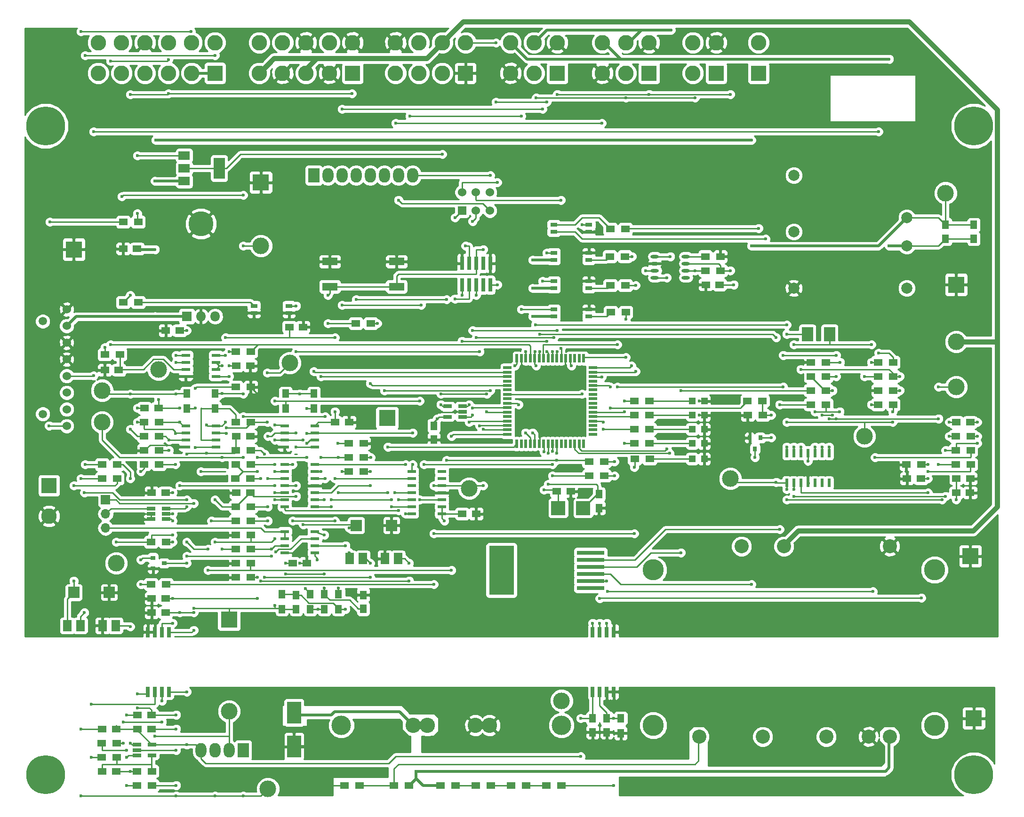
<source format=gbr>
G04 #@! TF.FileFunction,Copper,L1,Top,Signal*
%FSLAX46Y46*%
G04 Gerber Fmt 4.6, Leading zero omitted, Abs format (unit mm)*
G04 Created by KiCad (PCBNEW 4.0.7) date 02/23/18 16:40:34*
%MOMM*%
%LPD*%
G01*
G04 APERTURE LIST*
%ADD10C,0.100000*%
%ADD11R,2.800000X2.800000*%
%ADD12C,2.800000*%
%ADD13R,2.000000X3.800000*%
%ADD14R,2.000000X1.500000*%
%ADD15C,2.540000*%
%ADD16C,3.810000*%
%ADD17R,2.000000X2.000000*%
%ADD18R,1.600000X2.000000*%
%ADD19R,1.500000X0.550000*%
%ADD20R,0.550000X1.500000*%
%ADD21R,1.500000X0.600000*%
%ADD22R,1.550000X0.600000*%
%ADD23R,1.250000X1.500000*%
%ADD24R,0.640000X1.905000*%
%ADD25R,0.650000X1.905000*%
%ADD26R,2.000000X2.500000*%
%ADD27R,1.500000X1.250000*%
%ADD28R,0.760000X2.400000*%
%ADD29R,1.200000X1.200000*%
%ADD30R,5.000000X0.760000*%
%ADD31R,4.500000X8.800000*%
%ADD32R,0.900000X0.800000*%
%ADD33R,0.800000X0.900000*%
%ADD34R,1.500000X1.300000*%
%ADD35R,1.300000X1.500000*%
%ADD36R,1.300000X0.800000*%
%ADD37C,2.000000*%
%ADD38R,0.600000X1.500000*%
%ADD39R,1.560000X0.650000*%
%ADD40O,1.473200X0.609600*%
%ADD41R,2.825000X1.400000*%
%ADD42R,1.524000X1.524000*%
%ADD43C,1.524000*%
%ADD44R,2.500000X2.500000*%
%ADD45C,3.000000*%
%ADD46R,3.000000X3.000000*%
%ADD47R,2.000000X2.600000*%
%ADD48O,2.000000X2.600000*%
%ADD49C,7.000000*%
%ADD50C,4.500000*%
%ADD51R,1.800000X1.800000*%
%ADD52O,1.800000X1.800000*%
%ADD53R,1.700000X1.700000*%
%ADD54O,1.700000X1.700000*%
%ADD55C,1.500000*%
%ADD56C,2.750000*%
%ADD57C,3.500000*%
%ADD58R,2.500000X4.000000*%
%ADD59C,0.600000*%
%ADD60C,0.250000*%
%ADD61C,0.500000*%
%ADD62C,0.508000*%
%ADD63C,0.889000*%
%ADD64C,0.254000*%
G04 APERTURE END LIST*
D10*
D11*
X144145000Y-24765000D03*
D12*
X139945000Y-24765000D03*
X135745000Y-24765000D03*
X144145000Y-19265000D03*
X139945000Y-19265000D03*
X135745000Y-19265000D03*
D13*
X66802000Y-41910000D03*
D14*
X60502000Y-41910000D03*
X60502000Y-44210000D03*
X60502000Y-39610000D03*
D15*
X153162000Y-144272000D03*
X164592000Y-144272000D03*
X176022000Y-144272000D03*
X183642000Y-144272000D03*
X187452000Y-144272000D03*
X160782000Y-109982000D03*
X168402000Y-109982000D03*
X187452000Y-109982000D03*
D16*
X144907000Y-142240000D03*
X144907000Y-114249200D03*
X195503800Y-142240000D03*
X195503800Y-114249200D03*
D17*
X91440000Y-106220000D03*
D18*
X90265000Y-112220000D03*
X92615000Y-112220000D03*
D19*
X118665000Y-77820000D03*
X118665000Y-78620000D03*
X118665000Y-79420000D03*
X118665000Y-80220000D03*
X118665000Y-81020000D03*
X118665000Y-81820000D03*
X118665000Y-82620000D03*
X118665000Y-83420000D03*
X118665000Y-84220000D03*
X118665000Y-85020000D03*
X118665000Y-85820000D03*
X118665000Y-86620000D03*
X118665000Y-87420000D03*
X118665000Y-88220000D03*
X118665000Y-89020000D03*
X118665000Y-89820000D03*
D20*
X120365000Y-91520000D03*
X121165000Y-91520000D03*
X121965000Y-91520000D03*
X122765000Y-91520000D03*
X123565000Y-91520000D03*
X124365000Y-91520000D03*
X125165000Y-91520000D03*
X125965000Y-91520000D03*
X126765000Y-91520000D03*
X127565000Y-91520000D03*
X128365000Y-91520000D03*
X129165000Y-91520000D03*
X129965000Y-91520000D03*
X130765000Y-91520000D03*
X131565000Y-91520000D03*
X132365000Y-91520000D03*
D19*
X134065000Y-89820000D03*
X134065000Y-89020000D03*
X134065000Y-88220000D03*
X134065000Y-87420000D03*
X134065000Y-86620000D03*
X134065000Y-85820000D03*
X134065000Y-85020000D03*
X134065000Y-84220000D03*
X134065000Y-83420000D03*
X134065000Y-82620000D03*
X134065000Y-81820000D03*
X134065000Y-81020000D03*
X134065000Y-80220000D03*
X134065000Y-79420000D03*
X134065000Y-78620000D03*
X134065000Y-77820000D03*
D20*
X132365000Y-76120000D03*
X131565000Y-76120000D03*
X130765000Y-76120000D03*
X129965000Y-76120000D03*
X129165000Y-76120000D03*
X128365000Y-76120000D03*
X127565000Y-76120000D03*
X126765000Y-76120000D03*
X125965000Y-76120000D03*
X125165000Y-76120000D03*
X124365000Y-76120000D03*
X123565000Y-76120000D03*
X122765000Y-76120000D03*
X121965000Y-76120000D03*
X121165000Y-76120000D03*
X120365000Y-76120000D03*
D21*
X106840000Y-104140000D03*
X106840000Y-102870000D03*
X106840000Y-101600000D03*
X106840000Y-100330000D03*
X106840000Y-99060000D03*
X106840000Y-97790000D03*
X106840000Y-96520000D03*
X101440000Y-96520000D03*
X101440000Y-97790000D03*
X101440000Y-99060000D03*
X101440000Y-100330000D03*
X101440000Y-101600000D03*
X101440000Y-102870000D03*
X101440000Y-104140000D03*
D22*
X60800000Y-75565000D03*
X60800000Y-76835000D03*
X60800000Y-78105000D03*
X60800000Y-79375000D03*
X66200000Y-79375000D03*
X66200000Y-78105000D03*
X66200000Y-76835000D03*
X66200000Y-75565000D03*
D23*
X136525000Y-140970000D03*
X136525000Y-143470000D03*
D24*
X133985000Y-136182500D03*
X135255000Y-136182500D03*
X136525000Y-136182500D03*
X137795000Y-136182500D03*
D25*
X137795000Y-125437500D03*
X136525000Y-125437500D03*
D24*
X135255000Y-125437500D03*
X133985000Y-125437500D03*
D26*
X172625000Y-71755000D03*
X176625000Y-71755000D03*
D23*
X135128000Y-100604000D03*
X135128000Y-103104000D03*
D27*
X127528000Y-100076000D03*
X130028000Y-100076000D03*
D23*
X202565000Y-52090000D03*
X202565000Y-54590000D03*
X197485000Y-52090000D03*
X197485000Y-54590000D03*
D27*
X59670000Y-71120000D03*
X57170000Y-71120000D03*
X52030000Y-56388000D03*
X49530000Y-56388000D03*
X55860000Y-85090000D03*
X53360000Y-85090000D03*
X69870000Y-77470000D03*
X72370000Y-77470000D03*
X69870000Y-90170000D03*
X72370000Y-90170000D03*
D23*
X92710000Y-121245000D03*
X92710000Y-118745000D03*
D27*
X48728000Y-78232000D03*
X46228000Y-78232000D03*
X79395000Y-70485000D03*
X81895000Y-70485000D03*
X199390000Y-100330000D03*
X201890000Y-100330000D03*
X199410000Y-87630000D03*
X201910000Y-87630000D03*
X193020000Y-97790000D03*
X190520000Y-97790000D03*
X57130000Y-119380000D03*
X54630000Y-119380000D03*
X57130000Y-121920000D03*
X54630000Y-121920000D03*
X199410000Y-97790000D03*
X201910000Y-97790000D03*
X52090000Y-142875000D03*
X54590000Y-142875000D03*
X48240000Y-142875000D03*
X45740000Y-142875000D03*
X156825000Y-62865000D03*
X154325000Y-62865000D03*
X87650000Y-87630000D03*
X90150000Y-87630000D03*
D23*
X133985000Y-140970000D03*
X133985000Y-143470000D03*
D27*
X72370000Y-100330000D03*
X69870000Y-100330000D03*
X110510000Y-104140000D03*
X113010000Y-104140000D03*
X57130000Y-100330000D03*
X54630000Y-100330000D03*
X80030000Y-113030000D03*
X82530000Y-113030000D03*
X52090000Y-140335000D03*
X54590000Y-140335000D03*
X48240000Y-150495000D03*
X45740000Y-150495000D03*
D28*
X111760000Y-59010000D03*
X113030000Y-59010000D03*
X110490000Y-59010000D03*
X115570000Y-59010000D03*
X114300000Y-59010000D03*
X115570000Y-62910000D03*
X114300000Y-62910000D03*
X113030000Y-62910000D03*
X111760000Y-62910000D03*
X110490000Y-62910000D03*
D29*
X151892000Y-91440000D03*
X154092000Y-91440000D03*
X151892000Y-88900000D03*
X154092000Y-88900000D03*
X151892000Y-86360000D03*
X154092000Y-86360000D03*
X151892000Y-83820000D03*
X154092000Y-83820000D03*
D30*
X133630000Y-117475000D03*
X133630000Y-111125000D03*
X133630000Y-112395000D03*
X133630000Y-113665000D03*
X133630000Y-114935000D03*
D31*
X117580000Y-114300000D03*
D30*
X133630000Y-116205000D03*
D32*
X54880000Y-112080000D03*
X54880000Y-113980000D03*
X56880000Y-113030000D03*
D33*
X164145000Y-90440000D03*
X162245000Y-90440000D03*
X163195000Y-92440000D03*
D34*
X185340000Y-81915000D03*
X188040000Y-81915000D03*
X139860000Y-52832000D03*
X137160000Y-52832000D03*
X175975000Y-84455000D03*
X173275000Y-84455000D03*
X175975000Y-81915000D03*
X173275000Y-81915000D03*
X173275000Y-76835000D03*
X175975000Y-76835000D03*
X175975000Y-79375000D03*
X173275000Y-79375000D03*
X133350000Y-94742000D03*
X136050000Y-94742000D03*
X185340000Y-76835000D03*
X188040000Y-76835000D03*
X185340000Y-79375000D03*
X188040000Y-79375000D03*
X133350000Y-97282000D03*
X136050000Y-97282000D03*
X137080000Y-57785000D03*
X139780000Y-57785000D03*
X94060000Y-69850000D03*
X91360000Y-69850000D03*
X164545000Y-83820000D03*
X161845000Y-83820000D03*
X137160000Y-62992000D03*
X139860000Y-62992000D03*
X98265000Y-153035000D03*
X100965000Y-153035000D03*
X161892000Y-86360000D03*
X164592000Y-86360000D03*
X92075000Y-153035000D03*
X89375000Y-153035000D03*
X53260000Y-90170000D03*
X55960000Y-90170000D03*
X53260000Y-95250000D03*
X55960000Y-95250000D03*
X72470000Y-74930000D03*
X69770000Y-74930000D03*
X45720000Y-97790000D03*
X48420000Y-97790000D03*
X48420000Y-95250000D03*
X45720000Y-95250000D03*
X53260000Y-92710000D03*
X55960000Y-92710000D03*
X53260000Y-87630000D03*
X55960000Y-87630000D03*
X46228000Y-75438000D03*
X48928000Y-75438000D03*
D35*
X60960000Y-82470000D03*
X60960000Y-85170000D03*
D34*
X72470000Y-92710000D03*
X69770000Y-92710000D03*
X69770000Y-95250000D03*
X72470000Y-95250000D03*
X72390000Y-97790000D03*
X69690000Y-97790000D03*
X185340000Y-84455000D03*
X188040000Y-84455000D03*
X154272000Y-57785000D03*
X156972000Y-57785000D03*
X92790000Y-93980000D03*
X90090000Y-93980000D03*
D35*
X66040000Y-82470000D03*
X66040000Y-85170000D03*
X78740000Y-85170000D03*
X78740000Y-82470000D03*
X83820000Y-85170000D03*
X83820000Y-82470000D03*
D34*
X69770000Y-81280000D03*
X72470000Y-81280000D03*
X72470000Y-113030000D03*
X69770000Y-113030000D03*
X154272000Y-60325000D03*
X156972000Y-60325000D03*
X69770000Y-87630000D03*
X72470000Y-87630000D03*
X199310000Y-90170000D03*
X202010000Y-90170000D03*
X190420000Y-95250000D03*
X193120000Y-95250000D03*
X199310000Y-95250000D03*
X202010000Y-95250000D03*
X202010000Y-92710000D03*
X199310000Y-92710000D03*
X54530000Y-109220000D03*
X57230000Y-109220000D03*
X69770000Y-115570000D03*
X72470000Y-115570000D03*
D35*
X139065000Y-143670000D03*
X139065000Y-140970000D03*
D34*
X128350000Y-153035000D03*
X125650000Y-153035000D03*
X48340000Y-145415000D03*
X45640000Y-145415000D03*
X45640000Y-147955000D03*
X48340000Y-147955000D03*
X54690000Y-153035000D03*
X51990000Y-153035000D03*
X122000000Y-153035000D03*
X119300000Y-153035000D03*
X51990000Y-150495000D03*
X54690000Y-150495000D03*
X115650000Y-153035000D03*
X112950000Y-153035000D03*
X109300000Y-153035000D03*
X106600000Y-153035000D03*
X72470000Y-102870000D03*
X69770000Y-102870000D03*
X72470000Y-105410000D03*
X69770000Y-105410000D03*
X69770000Y-107950000D03*
X72470000Y-107950000D03*
X92790000Y-96520000D03*
X90090000Y-96520000D03*
X92790000Y-91440000D03*
X90090000Y-91440000D03*
D21*
X78580000Y-95250000D03*
X78580000Y-96520000D03*
X78580000Y-97790000D03*
X78580000Y-99060000D03*
X78580000Y-100330000D03*
X78580000Y-101600000D03*
X78580000Y-102870000D03*
X83980000Y-102870000D03*
X83980000Y-101600000D03*
X83980000Y-100330000D03*
X83980000Y-99060000D03*
X83980000Y-97790000D03*
X83980000Y-96520000D03*
X83980000Y-95250000D03*
D36*
X127000000Y-52060000D03*
X127000000Y-53340000D03*
X133300000Y-53340000D03*
X133300000Y-52060000D03*
X133300000Y-58420000D03*
X133300000Y-57140000D03*
X127000000Y-57140000D03*
X127000000Y-58420000D03*
X133300000Y-63500000D03*
X133300000Y-62220000D03*
X127000000Y-62220000D03*
X127000000Y-63500000D03*
D37*
X170180000Y-53340000D03*
X170180000Y-63500000D03*
X170180000Y-43180000D03*
X190500000Y-63500000D03*
X190500000Y-55880000D03*
X190500000Y-50800000D03*
D38*
X176530000Y-93185000D03*
X175260000Y-93185000D03*
X173990000Y-93185000D03*
X172720000Y-93185000D03*
X171450000Y-93185000D03*
X170180000Y-93185000D03*
X168910000Y-93185000D03*
X168910000Y-98585000D03*
X170180000Y-98585000D03*
X171450000Y-98585000D03*
X172720000Y-98585000D03*
X173990000Y-98585000D03*
X175260000Y-98585000D03*
X176530000Y-98585000D03*
D39*
X51990000Y-145735000D03*
X51990000Y-146685000D03*
X51990000Y-147635000D03*
X54690000Y-147635000D03*
X54690000Y-145735000D03*
D40*
X145161000Y-57785000D03*
X145161000Y-59055000D03*
X145161000Y-60325000D03*
X145161000Y-61595000D03*
X150749000Y-61595000D03*
X150749000Y-60325000D03*
X150749000Y-59055000D03*
X150749000Y-57785000D03*
D24*
X57785000Y-125437500D03*
X56515000Y-125437500D03*
X55245000Y-125437500D03*
X53975000Y-125437500D03*
D25*
X53975000Y-136182500D03*
X55245000Y-136182500D03*
D24*
X56515000Y-136182500D03*
X57785000Y-136182500D03*
D34*
X141525000Y-91440000D03*
X144225000Y-91440000D03*
X141525000Y-88900000D03*
X144225000Y-88900000D03*
X141525000Y-86360000D03*
X144225000Y-86360000D03*
X141525000Y-83820000D03*
X144225000Y-83820000D03*
D41*
X98710000Y-58710000D03*
X98710000Y-63210000D03*
X86710000Y-63210000D03*
X86710000Y-58710000D03*
D39*
X54530000Y-103190000D03*
X54530000Y-104140000D03*
X54530000Y-105090000D03*
X57230000Y-105090000D03*
X57230000Y-103190000D03*
X57230000Y-104140000D03*
D42*
X110490000Y-49530000D03*
D43*
X112990000Y-49530000D03*
X115490000Y-49530000D03*
X110490000Y-46230000D03*
X112990000Y-46230000D03*
X115490000Y-46230000D03*
D22*
X60800000Y-88265000D03*
X60800000Y-89535000D03*
X60800000Y-90805000D03*
X60800000Y-92075000D03*
X66200000Y-92075000D03*
X66200000Y-90805000D03*
X66200000Y-89535000D03*
X66200000Y-88265000D03*
X78580000Y-88265000D03*
X78580000Y-89535000D03*
X78580000Y-90805000D03*
X78580000Y-92075000D03*
X83980000Y-92075000D03*
X83980000Y-90805000D03*
X83980000Y-89535000D03*
X83980000Y-88265000D03*
D36*
X73050000Y-66670000D03*
X73050000Y-67950000D03*
X79350000Y-67950000D03*
X79350000Y-66670000D03*
D22*
X78580000Y-107315000D03*
X78580000Y-108585000D03*
X78580000Y-109855000D03*
X78580000Y-111125000D03*
X83980000Y-111125000D03*
X83980000Y-109855000D03*
X83980000Y-108585000D03*
X83980000Y-107315000D03*
D34*
X52230000Y-51562000D03*
X49530000Y-51562000D03*
D44*
X132298000Y-103124000D03*
X127798000Y-103124000D03*
D34*
X69770000Y-110490000D03*
X72470000Y-110490000D03*
X54530000Y-116840000D03*
X57230000Y-116840000D03*
D23*
X105410000Y-88285000D03*
X105410000Y-90785000D03*
D39*
X110570000Y-86675000D03*
X110570000Y-85725000D03*
X110570000Y-84775000D03*
X107870000Y-84775000D03*
X107870000Y-86675000D03*
D45*
X74295000Y-55880000D03*
X197485000Y-46355000D03*
D46*
X199390000Y-62865000D03*
X40640000Y-56515000D03*
D45*
X199390000Y-73152000D03*
D46*
X202565000Y-140970000D03*
D45*
X75565000Y-153670000D03*
X199390000Y-81280000D03*
X68580000Y-139700000D03*
X48260000Y-113030000D03*
X158750000Y-97790000D03*
D46*
X201930000Y-111760000D03*
D47*
X71120000Y-146685000D03*
D48*
X68580000Y-146685000D03*
X66040000Y-146685000D03*
X63500000Y-146685000D03*
D45*
X45720000Y-81915000D03*
X45720000Y-87630000D03*
D34*
X137254000Y-67818000D03*
X139954000Y-67818000D03*
D49*
X202565000Y-151130000D03*
X35560000Y-151130000D03*
X35560000Y-34290000D03*
X202565000Y-34290000D03*
D36*
X133300000Y-68580000D03*
X133300000Y-67300000D03*
X127000000Y-67300000D03*
X127000000Y-68580000D03*
D50*
X63500000Y-51920000D03*
D51*
X60960000Y-68580000D03*
D52*
X63500000Y-68580000D03*
X66040000Y-68580000D03*
D45*
X55880000Y-78105000D03*
X79502000Y-76962000D03*
D17*
X40640000Y-118285000D03*
D18*
X39465000Y-124285000D03*
X41815000Y-124285000D03*
D17*
X46990000Y-118285000D03*
D18*
X45815000Y-124285000D03*
X48165000Y-124285000D03*
D17*
X97790000Y-106220000D03*
D18*
X96615000Y-112220000D03*
X98965000Y-112220000D03*
D45*
X182880000Y-90170000D03*
D23*
X80645000Y-121285000D03*
X80645000Y-118785000D03*
D53*
X46355000Y-101600000D03*
D54*
X46355000Y-104140000D03*
X46355000Y-106680000D03*
D35*
X88265000Y-121285000D03*
X88265000Y-118585000D03*
X85725000Y-118585000D03*
X85725000Y-121285000D03*
X83185000Y-121285000D03*
X83185000Y-118585000D03*
X78105000Y-121285000D03*
X78105000Y-118585000D03*
D45*
X111760000Y-99568000D03*
D46*
X74295000Y-44450000D03*
D11*
X66040000Y-24765000D03*
D12*
X61840000Y-24765000D03*
X57640000Y-24765000D03*
X53440000Y-24765000D03*
X49240000Y-24765000D03*
X45040000Y-24765000D03*
X66040000Y-19265000D03*
X61840000Y-19265000D03*
X57640000Y-19265000D03*
X53440000Y-19265000D03*
X49240000Y-19265000D03*
X45040000Y-19265000D03*
D11*
X90805000Y-24765000D03*
D12*
X86605000Y-24765000D03*
X82405000Y-24765000D03*
X78205000Y-24765000D03*
X74005000Y-24765000D03*
X90805000Y-19265000D03*
X86605000Y-19265000D03*
X82405000Y-19265000D03*
X78205000Y-19265000D03*
X74005000Y-19265000D03*
D11*
X111125000Y-24765000D03*
D12*
X106925000Y-24765000D03*
X102725000Y-24765000D03*
X98525000Y-24765000D03*
X111125000Y-19265000D03*
X106925000Y-19265000D03*
X102725000Y-19265000D03*
X98525000Y-19265000D03*
D47*
X83820000Y-43180000D03*
D48*
X86360000Y-43180000D03*
X88900000Y-43180000D03*
X91440000Y-43180000D03*
X93980000Y-43180000D03*
X96520000Y-43180000D03*
X99060000Y-43180000D03*
X101600000Y-43180000D03*
D11*
X127635000Y-24765000D03*
D12*
X123435000Y-24765000D03*
X119235000Y-24765000D03*
X127635000Y-19265000D03*
X123435000Y-19265000D03*
X119235000Y-19265000D03*
D55*
X35050000Y-86160000D03*
D43*
X39370000Y-88310000D03*
X39370000Y-85310000D03*
X39370000Y-82310000D03*
X39370000Y-79310000D03*
X39370000Y-76310000D03*
X39370000Y-73310000D03*
X39370000Y-70310000D03*
D55*
X35050000Y-69460000D03*
D43*
X39370000Y-67310000D03*
D11*
X163830000Y-24765000D03*
D12*
X163830000Y-19265000D03*
D11*
X36195000Y-99060000D03*
D12*
X36195000Y-104560000D03*
D56*
X115445000Y-142240000D03*
X112905000Y-142240000D03*
X101725000Y-142240000D03*
X104265000Y-142240000D03*
D57*
X128395000Y-142240000D03*
X88775000Y-142240000D03*
D45*
X128395000Y-137790000D03*
D46*
X68580000Y-123190000D03*
X97028000Y-86868000D03*
D11*
X156210000Y-24765000D03*
D12*
X152010000Y-24765000D03*
X156210000Y-19265000D03*
X152010000Y-19265000D03*
D34*
X144272000Y-94234000D03*
X141572000Y-94234000D03*
X49530000Y-66040000D03*
X52230000Y-66040000D03*
D58*
X80264000Y-139954000D03*
X80264000Y-146054000D03*
D29*
X151892000Y-94234000D03*
X154092000Y-94234000D03*
D59*
X63500000Y-96520000D03*
X73914000Y-90170000D03*
X73914000Y-82804000D03*
X153162000Y-86360000D03*
X153162000Y-83820000D03*
X78740000Y-92964000D03*
X80772000Y-97790000D03*
X134620000Y-57150000D03*
X134366000Y-53340000D03*
X181610000Y-71120000D03*
X181610000Y-81788000D03*
X124460000Y-90170000D03*
X118872000Y-69850000D03*
X121158000Y-77724000D03*
X129032000Y-78232000D03*
X51562000Y-92710000D03*
X52070000Y-100330000D03*
X52070000Y-104140000D03*
X63246000Y-100330000D03*
X63246000Y-113030000D03*
X63246000Y-107950000D03*
X52070000Y-30226000D03*
X81283202Y-113030000D03*
X82296000Y-123190000D03*
X82296000Y-117602000D03*
X167640000Y-106934000D03*
X167640000Y-84455000D03*
X149860000Y-111125000D03*
X149860000Y-81915000D03*
X185420000Y-75184000D03*
X185420000Y-35306000D03*
X44196000Y-35306000D03*
X44196000Y-79248000D03*
X123656797Y-74930000D03*
X123698000Y-70104000D03*
X168910000Y-70104000D03*
X123825000Y-77470000D03*
X168910000Y-87630000D03*
X187960000Y-87630000D03*
X187960000Y-85725000D03*
X168910000Y-71755000D03*
X168910000Y-92075000D03*
X184150000Y-84455000D03*
X170180000Y-73660000D03*
X170180000Y-92075000D03*
X184150000Y-76835000D03*
X184150000Y-73660000D03*
X125984000Y-98806000D03*
X126025203Y-93218000D03*
X125222000Y-92964000D03*
X125222000Y-99822000D03*
X148082000Y-36830000D03*
X148082000Y-17018000D03*
X61976000Y-36830000D03*
X123190000Y-68580000D03*
X123190000Y-63500000D03*
X55245000Y-44196000D03*
X55372000Y-36830000D03*
X55245000Y-68580000D03*
X55245000Y-56515000D03*
X60960000Y-71120000D03*
X123190000Y-58420000D03*
X162560000Y-55880000D03*
X123190000Y-36830000D03*
X162560000Y-36830000D03*
X60960000Y-68580000D03*
X187325000Y-22225000D03*
X187325000Y-55880000D03*
X46228000Y-74168000D03*
X57658000Y-22352000D03*
X47244000Y-22606000D03*
X47244000Y-73660000D03*
X64516000Y-93218000D03*
X60960000Y-93345000D03*
X49276000Y-46990000D03*
X71120000Y-46736000D03*
X42545000Y-100330000D03*
X60960000Y-101600000D03*
X42545000Y-121920000D03*
X71120000Y-55880000D03*
X67945000Y-72390000D03*
X87630000Y-72390000D03*
X87630000Y-85725000D03*
X67945000Y-87630000D03*
X67945000Y-75565000D03*
X66040000Y-68580000D03*
X64516000Y-88138000D03*
X197485000Y-100965000D03*
X197485000Y-92710000D03*
X170180000Y-100965000D03*
X170180000Y-99695000D03*
X203200000Y-91440000D03*
X203200000Y-90170000D03*
X203200000Y-87630000D03*
X194310000Y-100330000D03*
X194310000Y-96520000D03*
X194310000Y-95250000D03*
X194310000Y-97790000D03*
X58420000Y-123825000D03*
X73660000Y-115570000D03*
X58400000Y-119380000D03*
X58420000Y-109220000D03*
X73660000Y-119380000D03*
X121920000Y-74930000D03*
X131826000Y-140970000D03*
X131826000Y-147828000D03*
X60960000Y-136182500D03*
X60960000Y-145735000D03*
X52070000Y-136525000D03*
X52070000Y-139065000D03*
X41910000Y-142875000D03*
X59055000Y-154940000D03*
X71120000Y-154940000D03*
X59055000Y-146685000D03*
X59055000Y-140335000D03*
X59055000Y-142875000D03*
X59055000Y-153035000D03*
X66040000Y-154940000D03*
X41910000Y-154940000D03*
X82296000Y-152908000D03*
X82296000Y-146050000D03*
X137795000Y-140970000D03*
X137795000Y-153035000D03*
X50165000Y-146685000D03*
X50165000Y-153035000D03*
X50165000Y-140335000D03*
X50165000Y-147955000D03*
X55245000Y-144145000D03*
X50800000Y-145415000D03*
X50800000Y-150495000D03*
X114300000Y-56515000D03*
X86360000Y-64770000D03*
X86360000Y-69850000D03*
X121920000Y-89535000D03*
X116840000Y-62865000D03*
X116840000Y-44450000D03*
X127000000Y-72390000D03*
X113030000Y-72390000D03*
X113030000Y-64770000D03*
X126746000Y-74930000D03*
X109220000Y-50800000D03*
X109220000Y-65405000D03*
X125730000Y-74930000D03*
X125730000Y-73025000D03*
X110490000Y-73025000D03*
X110490000Y-64770000D03*
X139954000Y-29210000D03*
X123825000Y-29210000D03*
X152400000Y-29210000D03*
X152400000Y-60325000D03*
X127635000Y-28575000D03*
X144145000Y-28575000D03*
X158750000Y-28575000D03*
X158750000Y-60325000D03*
X163830000Y-52705000D03*
X165100000Y-54610000D03*
X36322000Y-51562000D03*
X36195000Y-88265000D03*
X135636000Y-33782000D03*
X98552000Y-33782000D03*
X135636000Y-79502000D03*
X106934000Y-39370000D03*
X116586000Y-19304000D03*
X116586000Y-29972000D03*
X125730000Y-29972000D03*
X125730000Y-57150000D03*
X52070000Y-50038000D03*
X52070000Y-39624000D03*
X52705000Y-112395000D03*
X52705000Y-116840000D03*
X76200000Y-110490000D03*
X76200000Y-111760000D03*
X60960000Y-111760000D03*
X60960000Y-113030000D03*
X166116000Y-90424000D03*
X166116000Y-86360000D03*
X178515000Y-76835000D03*
X178435000Y-85725000D03*
X173990000Y-92075000D03*
X173990000Y-85725000D03*
X196215000Y-86995000D03*
X196215000Y-81280000D03*
X168275000Y-81280000D03*
X168275000Y-75565000D03*
X138430000Y-73660000D03*
X138430000Y-81280000D03*
X177800000Y-75565000D03*
X176530000Y-92075000D03*
X176530000Y-86995000D03*
X177800000Y-86995000D03*
X177800000Y-79375000D03*
X107696000Y-65532000D03*
X107696000Y-94488000D03*
X127508000Y-94488000D03*
X127508000Y-93218000D03*
X91440000Y-65532000D03*
X55880000Y-83566000D03*
X55880000Y-78105000D03*
X59690000Y-85090000D03*
X59690000Y-99060000D03*
X59690000Y-87630000D03*
X76835000Y-99060000D03*
X76835000Y-96520000D03*
X76835000Y-100330000D03*
X41910000Y-97790000D03*
X41910000Y-17272000D03*
X61722000Y-17272000D03*
X66040000Y-21590000D03*
X42672000Y-21590000D03*
X42672000Y-95250000D03*
X93980000Y-113030000D03*
X93980000Y-115570000D03*
X74930000Y-115570000D03*
X74930000Y-93345000D03*
X82550000Y-93980000D03*
X73660000Y-93980000D03*
X73660000Y-96520000D03*
X82550000Y-91440000D03*
X93980000Y-99060000D03*
X94060000Y-93980000D03*
X93980000Y-96520000D03*
X88265000Y-93980000D03*
X88185000Y-91440000D03*
X85090000Y-96520000D03*
X85090000Y-93980000D03*
X103632000Y-95250000D03*
X126746000Y-95250000D03*
X126746000Y-97282000D03*
X126773208Y-92893633D03*
X103124000Y-66548000D03*
X88900000Y-66548000D03*
X90678000Y-28448000D03*
X57658000Y-28448000D03*
X50800000Y-28622990D03*
X50800000Y-64770000D03*
X184404000Y-118110000D03*
X136525000Y-123825000D03*
X136652000Y-118110000D03*
X184785000Y-93980000D03*
X43815000Y-138430000D03*
X43815000Y-147955000D03*
X102235000Y-150495000D03*
X75565000Y-105410000D03*
X75565000Y-102870000D03*
X75565000Y-97790000D03*
X66040000Y-109220000D03*
X65405000Y-105410000D03*
X76835000Y-101600000D03*
X76835000Y-108585000D03*
X80010000Y-95250000D03*
X80010000Y-105410000D03*
X87630000Y-105410000D03*
X87630000Y-97790000D03*
X99060000Y-103505000D03*
X99060000Y-101600000D03*
X97790000Y-102870000D03*
X97790000Y-101600000D03*
X86995000Y-101600000D03*
X86995000Y-102870000D03*
X83820000Y-78486000D03*
X85090000Y-79375000D03*
X93980000Y-80645000D03*
X120650000Y-84455000D03*
X115570000Y-81915000D03*
X96520000Y-81915000D03*
X132080000Y-82550000D03*
X132080000Y-52070000D03*
X88900000Y-31242000D03*
X124968000Y-31242000D03*
X124968000Y-62230000D03*
X115570000Y-43180000D03*
X99060000Y-47625000D03*
X68580000Y-74930000D03*
X68580000Y-77470000D03*
X68580000Y-79375000D03*
X162560000Y-116840000D03*
X163195000Y-93980000D03*
X175260000Y-86360000D03*
X177165000Y-86360000D03*
X177165000Y-81915000D03*
X175260000Y-92075000D03*
X137160000Y-85090000D03*
X137160000Y-81280000D03*
X59055000Y-75565000D03*
X59055000Y-76835000D03*
X50800000Y-88900000D03*
X59055000Y-82550000D03*
X50800000Y-82550000D03*
X57785000Y-90805000D03*
X57785000Y-92710000D03*
X62484000Y-81534000D03*
X62484000Y-85090000D03*
X62484000Y-92202000D03*
X67310000Y-93980000D03*
X71120000Y-93980000D03*
X67310000Y-110490000D03*
X85725000Y-101600000D03*
X67310000Y-82470000D03*
X67310000Y-77470000D03*
X85852000Y-97790000D03*
X71120000Y-82550000D03*
X71120000Y-86614000D03*
X85852000Y-86614000D03*
X76835000Y-88138000D03*
X102870000Y-101600000D03*
X102870000Y-83820000D03*
X76835000Y-83820000D03*
X101600000Y-89535000D03*
X101600000Y-95250000D03*
X82550000Y-89662000D03*
X82550000Y-85170000D03*
X112395000Y-51435000D03*
X112395000Y-71120000D03*
X127635000Y-71120000D03*
X127635000Y-74930000D03*
X128270000Y-47625000D03*
X128270000Y-74295000D03*
X100330000Y-104140000D03*
X100330000Y-95250000D03*
X137922000Y-94742000D03*
X137922000Y-97282000D03*
X143510000Y-60325000D03*
X78740000Y-114935000D03*
X85725000Y-114935000D03*
X85725000Y-117475000D03*
X66040000Y-101600000D03*
X80645000Y-100965000D03*
X80645000Y-99060000D03*
X62230000Y-121920000D03*
X62230000Y-125095000D03*
X136525000Y-116205000D03*
X199390000Y-101600000D03*
X133985000Y-123825000D03*
X123190000Y-89535000D03*
X130175000Y-77470000D03*
X120015000Y-77470000D03*
X98425000Y-100330000D03*
X107315000Y-105410000D03*
X78740000Y-113030000D03*
X52705000Y-96520000D03*
X85725000Y-107950000D03*
X106045000Y-86995000D03*
X159385000Y-62865000D03*
X182880000Y-79375000D03*
X172740000Y-94635000D03*
X111125000Y-55880000D03*
X88900000Y-96520000D03*
X59690000Y-121920000D03*
X58420000Y-100330000D03*
X58420000Y-104140000D03*
X81280000Y-82550000D03*
X95250000Y-69850000D03*
X139700000Y-91440000D03*
X52070000Y-87630000D03*
X52070000Y-85090000D03*
X58928000Y-95250000D03*
X58928000Y-89662000D03*
X171450000Y-78105000D03*
X171450000Y-92075000D03*
X189230000Y-81915000D03*
X189230000Y-79375000D03*
X135255000Y-123825000D03*
X135255000Y-119380000D03*
X193143599Y-119276401D03*
X196215000Y-95250000D03*
X56515000Y-137795000D03*
X56515000Y-141605000D03*
X49530000Y-141605000D03*
X49530000Y-145415000D03*
X112395000Y-85090000D03*
X112395000Y-86360000D03*
X111760000Y-87630000D03*
X111760000Y-84455000D03*
X114935000Y-85725000D03*
X114935000Y-82550000D03*
X106680000Y-82550000D03*
X106680000Y-84455000D03*
X75438000Y-78740000D03*
X75565000Y-90170000D03*
X80645000Y-89535000D03*
X80645000Y-92075000D03*
X75438000Y-87630000D03*
X68072000Y-88646000D03*
X68072000Y-89662000D03*
X196850000Y-101600000D03*
X124460000Y-74930000D03*
X124460000Y-71755000D03*
X167005000Y-72390000D03*
X167005000Y-98425000D03*
X198120000Y-90170000D03*
X198140000Y-87630000D03*
X168910000Y-99695000D03*
X168910000Y-101600000D03*
X140970000Y-77470000D03*
X141050000Y-57785000D03*
X141732000Y-62992000D03*
X141732000Y-78486000D03*
X105410000Y-107696000D03*
X141478000Y-107696000D03*
X141478000Y-95758000D03*
X114300000Y-99060000D03*
X114300000Y-88900000D03*
X105410000Y-99060000D03*
X105410000Y-116840000D03*
X40640000Y-99060000D03*
X40640000Y-116205000D03*
X50800000Y-97790000D03*
X50800000Y-124460000D03*
X81915000Y-106045000D03*
X81915000Y-90805000D03*
X76835000Y-90805000D03*
X76835000Y-95250000D03*
X90170000Y-111125000D03*
X90170000Y-106680000D03*
X100965000Y-113030000D03*
X100965000Y-116205000D03*
X74295000Y-116205000D03*
X74295000Y-97790000D03*
X60960000Y-102870000D03*
X60960000Y-109220000D03*
X64770000Y-114300000D03*
X64770000Y-110490000D03*
X108585000Y-114300000D03*
X108585000Y-90170000D03*
X48260000Y-109220000D03*
X48260000Y-113030000D03*
X58420000Y-105410000D03*
X58420000Y-107950000D03*
X135890000Y-87630000D03*
X135890000Y-88900000D03*
X139700000Y-83820000D03*
X139700000Y-85725000D03*
X113665000Y-88265000D03*
X113665000Y-74930000D03*
X80645000Y-74930000D03*
X80645000Y-66675000D03*
X97028000Y-86868000D03*
X97155000Y-92075000D03*
X97155000Y-100330000D03*
X88265000Y-100330000D03*
X88265000Y-117475000D03*
X147955000Y-57785000D03*
X147828000Y-93218000D03*
X147320000Y-92456000D03*
X147320000Y-61595000D03*
X76962000Y-110998000D03*
X76835000Y-120650000D03*
X62230000Y-121116797D03*
X62230000Y-102235000D03*
X89535000Y-109855000D03*
X89535000Y-121285000D03*
X84582000Y-121285000D03*
X84455000Y-112395000D03*
X101092000Y-32512000D03*
X121158000Y-32512000D03*
X121158000Y-67310000D03*
X139954000Y-75946000D03*
X139954000Y-69088000D03*
D60*
X67945000Y-96520000D02*
X63500000Y-96520000D01*
X80331800Y-93351800D02*
X80772000Y-93351800D01*
X73914000Y-90170000D02*
X72370000Y-90170000D01*
X72470000Y-81280000D02*
X72470000Y-81360000D01*
X72470000Y-81360000D02*
X73914000Y-82804000D01*
X153162000Y-86360000D02*
X154092000Y-86360000D01*
X154092000Y-83820000D02*
X153162000Y-83820000D01*
X78580000Y-92075000D02*
X78580000Y-92804000D01*
X78580000Y-92804000D02*
X78740000Y-92964000D01*
X80772000Y-97790000D02*
X82042000Y-99060000D01*
X82042000Y-99060000D02*
X83980000Y-99060000D01*
X78580000Y-92075000D02*
X79055000Y-92075000D01*
X83980000Y-99060000D02*
X83530000Y-99060000D01*
X134620000Y-57150000D02*
X133310000Y-57150000D01*
X133310000Y-57150000D02*
X133300000Y-57140000D01*
X133300000Y-53340000D02*
X134366000Y-53340000D01*
X109413000Y-85852000D02*
X104902000Y-85852000D01*
X110570000Y-85725000D02*
X109540000Y-85725000D01*
X109540000Y-85725000D02*
X109413000Y-85852000D01*
X181610000Y-71120000D02*
X181610000Y-70358000D01*
X185340000Y-81915000D02*
X181737000Y-81915000D01*
X181737000Y-81915000D02*
X181610000Y-81788000D01*
X124460000Y-90170000D02*
X124460000Y-91425000D01*
X124460000Y-91425000D02*
X124365000Y-91520000D01*
X118872000Y-69850000D02*
X119171999Y-69550001D01*
X121165000Y-76120000D02*
X121165000Y-77717000D01*
X121165000Y-77717000D02*
X121158000Y-77724000D01*
X129032000Y-78232000D02*
X129032000Y-76253000D01*
X129032000Y-76253000D02*
X129165000Y-76120000D01*
X60800000Y-92075000D02*
X59775000Y-92075000D01*
X59775000Y-92075000D02*
X59431799Y-91731799D01*
X59431799Y-91731799D02*
X54338201Y-91731799D01*
X54338201Y-91731799D02*
X53360000Y-92710000D01*
X53360000Y-92710000D02*
X53260000Y-92710000D01*
X51562000Y-92710000D02*
X53260000Y-92710000D01*
X52070000Y-100330000D02*
X54630000Y-100330000D01*
X54530000Y-104140000D02*
X52070000Y-104140000D01*
X54530000Y-105090000D02*
X54530000Y-104140000D01*
X69870000Y-100330000D02*
X63246000Y-100330000D01*
X63246000Y-113030000D02*
X69770000Y-113030000D01*
X69770000Y-107950000D02*
X63246000Y-107950000D01*
X52070000Y-30226000D02*
X52369999Y-30525999D01*
X81283202Y-113030000D02*
X82530000Y-113030000D01*
X82550000Y-123444000D02*
X82296000Y-123190000D01*
X83185000Y-118585000D02*
X83185000Y-118491000D01*
X83185000Y-118491000D02*
X82296000Y-117602000D01*
X80137000Y-111125000D02*
X80264000Y-111252000D01*
X78580000Y-111125000D02*
X80137000Y-111125000D01*
X167640000Y-106934000D02*
X147066000Y-106934000D01*
X147066000Y-106934000D02*
X143510000Y-110490000D01*
X143510000Y-110490000D02*
X141605000Y-112395000D01*
X141605000Y-112395000D02*
X133630000Y-112395000D01*
X173275000Y-84455000D02*
X167640000Y-84455000D01*
X149860000Y-111125000D02*
X144472062Y-111125000D01*
X144472062Y-111125000D02*
X141932062Y-113665000D01*
X141932062Y-113665000D02*
X133630000Y-113665000D01*
X173275000Y-81915000D02*
X149860000Y-81915000D01*
X185420000Y-75184000D02*
X187289000Y-75184000D01*
X187289000Y-75184000D02*
X188040000Y-75935000D01*
X188040000Y-75935000D02*
X188040000Y-76835000D01*
X44196000Y-35306000D02*
X185420000Y-35306000D01*
X39370000Y-79310000D02*
X44134000Y-79310000D01*
X44134000Y-79310000D02*
X44196000Y-79248000D01*
X123565000Y-76120000D02*
X123565000Y-75021797D01*
X123565000Y-75021797D02*
X123656797Y-74930000D01*
X168910000Y-70104000D02*
X123698000Y-70104000D01*
X182880000Y-87630000D02*
X182880000Y-90170000D01*
X123565000Y-77210000D02*
X123565000Y-76120000D01*
X123825000Y-77470000D02*
X123565000Y-77210000D01*
X188040000Y-84455000D02*
X188040000Y-85645000D01*
X187960000Y-87630000D02*
X182880000Y-87630000D01*
X182880000Y-87630000D02*
X168910000Y-87630000D01*
X188040000Y-85645000D02*
X187960000Y-85725000D01*
X168910000Y-93185000D02*
X168910000Y-92075000D01*
X168910000Y-71755000D02*
X172625000Y-71755000D01*
X176625000Y-71755000D02*
X176625000Y-73565000D01*
X176625000Y-73565000D02*
X176530000Y-73660000D01*
X184150000Y-84455000D02*
X185340000Y-84455000D01*
X184150000Y-76835000D02*
X185340000Y-76835000D01*
X170180000Y-93185000D02*
X170180000Y-92075000D01*
X170180000Y-73660000D02*
X176530000Y-73660000D01*
X176530000Y-73660000D02*
X184150000Y-73660000D01*
X125984000Y-98806000D02*
X134620000Y-98806000D01*
X134620000Y-98806000D02*
X134874000Y-99060000D01*
X125965000Y-91520000D02*
X125965000Y-93157797D01*
X125965000Y-93157797D02*
X126025203Y-93218000D01*
X134874000Y-99060000D02*
X134874000Y-100350000D01*
X134874000Y-100350000D02*
X135128000Y-100604000D01*
X135128000Y-100604000D02*
X134818000Y-100604000D01*
X134818000Y-100604000D02*
X132298000Y-103124000D01*
X125222000Y-92964000D02*
X125222000Y-91577000D01*
X125222000Y-91577000D02*
X125165000Y-91520000D01*
X125222000Y-99822000D02*
X127401000Y-99822000D01*
X127401000Y-99822000D02*
X127528000Y-99949000D01*
X127798000Y-103124000D02*
X127798000Y-100219000D01*
X127798000Y-100219000D02*
X127528000Y-99949000D01*
D61*
X162560000Y-36830000D02*
X148082000Y-36830000D01*
X148082000Y-36830000D02*
X128270000Y-36830000D01*
X145034000Y-17018000D02*
X148082000Y-17018000D01*
X139945000Y-19265000D02*
X140501000Y-19265000D01*
X140501000Y-19265000D02*
X142748000Y-17018000D01*
D60*
X139945000Y-19265000D02*
X140120000Y-19265000D01*
D61*
X123435000Y-19265000D02*
X123483000Y-19265000D01*
X123483000Y-19265000D02*
X125730000Y-17018000D01*
X125730000Y-17018000D02*
X142748000Y-17018000D01*
X142748000Y-17018000D02*
X145034000Y-17018000D01*
X62992000Y-36830000D02*
X61976000Y-36830000D01*
X61976000Y-36830000D02*
X59690000Y-36830000D01*
X127000000Y-68580000D02*
X123190000Y-68580000D01*
X123190000Y-63500000D02*
X127000000Y-63500000D01*
X60502000Y-44210000D02*
X55259000Y-44210000D01*
X55259000Y-44210000D02*
X55245000Y-44196000D01*
X61840000Y-24765000D02*
X66040000Y-24765000D01*
X55372000Y-36830000D02*
X59690000Y-36830000D01*
X69850000Y-36830000D02*
X62992000Y-36830000D01*
X55245000Y-68580000D02*
X41100000Y-68580000D01*
X41100000Y-68580000D02*
X39370000Y-70310000D01*
X69850000Y-36830000D02*
X123190000Y-36830000D01*
X52050000Y-56515000D02*
X55245000Y-56515000D01*
D60*
X197485000Y-52090000D02*
X197485000Y-46355000D01*
X59670000Y-71120000D02*
X60960000Y-71120000D01*
D61*
X127025000Y-58425000D02*
X123195000Y-58425000D01*
D60*
X123195000Y-58425000D02*
X123190000Y-58420000D01*
X127875000Y-36830000D02*
X128270000Y-36830000D01*
D61*
X128270000Y-36830000D02*
X123190000Y-36830000D01*
X162560000Y-55880000D02*
X185420000Y-55880000D01*
X185420000Y-55880000D02*
X190500000Y-50800000D01*
D60*
X190500000Y-50800000D02*
X196195000Y-50800000D01*
X196195000Y-50800000D02*
X197485000Y-52090000D01*
X197485000Y-52090000D02*
X202565000Y-52090000D01*
D61*
X60960000Y-68580000D02*
X55245000Y-68580000D01*
X139065000Y-22225000D02*
X122195000Y-22225000D01*
X122195000Y-22225000D02*
X119235000Y-19265000D01*
X135745000Y-19265000D02*
X136105000Y-19265000D01*
X136105000Y-19265000D02*
X139065000Y-22225000D01*
X139065000Y-22225000D02*
X187325000Y-22225000D01*
X187325000Y-55880000D02*
X190500000Y-55880000D01*
D60*
X190500000Y-55880000D02*
X196195000Y-55880000D01*
X196195000Y-55880000D02*
X197485000Y-54590000D01*
X202565000Y-54590000D02*
X197485000Y-54590000D01*
X46228000Y-75438000D02*
X46228000Y-74168000D01*
X47244000Y-22606000D02*
X57404000Y-22606000D01*
X57404000Y-22606000D02*
X57658000Y-22352000D01*
X52070000Y-73660000D02*
X47244000Y-73660000D01*
X73740000Y-73660000D02*
X52070000Y-73660000D01*
X122765000Y-76120000D02*
X122765000Y-73870000D01*
X73740000Y-73660000D02*
X72470000Y-74930000D01*
X122555000Y-73660000D02*
X73740000Y-73660000D01*
X122765000Y-73870000D02*
X122555000Y-73660000D01*
X64516000Y-93218000D02*
X61087000Y-93218000D01*
X64516000Y-93218000D02*
X69596000Y-93218000D01*
X61087000Y-93218000D02*
X60960000Y-93345000D01*
X71120000Y-46736000D02*
X49530000Y-46736000D01*
X49530000Y-46736000D02*
X49276000Y-46990000D01*
X48895000Y-101600000D02*
X47625000Y-100330000D01*
X47625000Y-100330000D02*
X42545000Y-100330000D01*
X79395000Y-70485000D02*
X79395000Y-72390000D01*
X79395000Y-72390000D02*
X79375000Y-72390000D01*
X60960000Y-101600000D02*
X48895000Y-101600000D01*
X41815000Y-124285000D02*
X41815000Y-122650000D01*
X41815000Y-122650000D02*
X42545000Y-121920000D01*
X71120000Y-55880000D02*
X74295000Y-55880000D01*
X87650000Y-87630000D02*
X87650000Y-85745000D01*
X87630000Y-72390000D02*
X79375000Y-72390000D01*
X79375000Y-72390000D02*
X67945000Y-72390000D01*
X87650000Y-85745000D02*
X87630000Y-85725000D01*
X67310000Y-88265000D02*
X66200000Y-88265000D01*
X67945000Y-87630000D02*
X67310000Y-88265000D01*
X66200000Y-75565000D02*
X67945000Y-75565000D01*
X69770000Y-92710000D02*
X69770000Y-90270000D01*
X69770000Y-90270000D02*
X69870000Y-90170000D01*
X87650000Y-87630000D02*
X84615000Y-87630000D01*
X84615000Y-87630000D02*
X83980000Y-88265000D01*
X66200000Y-88265000D02*
X64643000Y-88265000D01*
X64643000Y-88265000D02*
X64516000Y-88138000D01*
X69596000Y-93218000D02*
X69770000Y-92710000D01*
X69770000Y-92710000D02*
X69596000Y-92710000D01*
X197485000Y-100965000D02*
X170180000Y-100965000D01*
X199310000Y-92710000D02*
X197485000Y-92710000D01*
X170180000Y-98585000D02*
X170180000Y-99695000D01*
X199390000Y-92630000D02*
X199390000Y-91440000D01*
X199390000Y-91440000D02*
X203200000Y-91440000D01*
X199390000Y-92630000D02*
X199310000Y-92710000D01*
X201910000Y-87630000D02*
X203200000Y-87630000D01*
X202010000Y-90170000D02*
X203200000Y-90170000D01*
X171450000Y-100330000D02*
X194310000Y-100330000D01*
X201930000Y-95330000D02*
X201930000Y-96520000D01*
X201930000Y-96520000D02*
X194310000Y-96520000D01*
X201930000Y-95330000D02*
X202010000Y-95250000D01*
X171450000Y-98585000D02*
X171450000Y-100330000D01*
X193120000Y-95250000D02*
X194310000Y-95250000D01*
X194310000Y-97790000D02*
X193020000Y-97790000D01*
X193040000Y-97790000D02*
X193020000Y-97790000D01*
X56515000Y-125437500D02*
X56515000Y-123825000D01*
X56515000Y-123825000D02*
X58420000Y-123825000D01*
X58420000Y-109220000D02*
X57230000Y-109220000D01*
X58400000Y-119380000D02*
X57130000Y-119380000D01*
X73660000Y-115570000D02*
X72470000Y-115570000D01*
X58400000Y-119380000D02*
X73660000Y-119380000D01*
X121920000Y-74930000D02*
X121965000Y-74975000D01*
X121965000Y-74975000D02*
X121965000Y-76120000D01*
X131826000Y-140970000D02*
X133985000Y-140970000D01*
X98552000Y-147828000D02*
X131826000Y-147828000D01*
X97282000Y-149098000D02*
X98552000Y-147828000D01*
X64363000Y-149098000D02*
X97282000Y-149098000D01*
X63500000Y-146685000D02*
X63500000Y-148235000D01*
X63500000Y-148235000D02*
X64363000Y-149098000D01*
X57785000Y-136182500D02*
X60960000Y-136182500D01*
X60960000Y-145735000D02*
X62550000Y-145735000D01*
X54690000Y-145735000D02*
X60960000Y-145735000D01*
X62550000Y-145735000D02*
X63500000Y-146685000D01*
X133985000Y-136182500D02*
X133985000Y-140970000D01*
X52090000Y-142875000D02*
X52090000Y-143135000D01*
X52090000Y-143135000D02*
X54690000Y-145735000D01*
X54610000Y-145655000D02*
X54690000Y-145735000D01*
X48240000Y-142875000D02*
X48240000Y-142260000D01*
X52090000Y-142875000D02*
X48240000Y-142875000D01*
X59055000Y-154940000D02*
X66040000Y-154940000D01*
X52070000Y-136525000D02*
X53632500Y-136525000D01*
X53632500Y-136525000D02*
X53975000Y-136182500D01*
X54195000Y-139065000D02*
X52070000Y-139065000D01*
X54590000Y-140335000D02*
X54590000Y-139460000D01*
X54590000Y-139460000D02*
X54195000Y-139065000D01*
X54590000Y-140335000D02*
X54590000Y-140315000D01*
X41910000Y-142875000D02*
X45740000Y-142875000D01*
X59055000Y-154940000D02*
X41910000Y-154940000D01*
X66040000Y-154940000D02*
X71120000Y-154940000D01*
X71120000Y-154940000D02*
X74295000Y-154940000D01*
X74295000Y-154940000D02*
X75565000Y-153670000D01*
X51990000Y-146685000D02*
X59055000Y-146685000D01*
X59055000Y-140335000D02*
X54590000Y-140335000D01*
X54590000Y-142875000D02*
X59055000Y-142875000D01*
X54690000Y-153035000D02*
X59055000Y-153035000D01*
D62*
X80264000Y-146054000D02*
X82292000Y-146054000D01*
D60*
X82292000Y-146054000D02*
X82296000Y-146050000D01*
X89375000Y-153035000D02*
X85725000Y-153035000D01*
X136525000Y-143470000D02*
X138865000Y-143470000D01*
X138865000Y-143470000D02*
X139065000Y-143670000D01*
X136525000Y-143470000D02*
X133985000Y-143470000D01*
X136525000Y-140970000D02*
X137795000Y-140970000D01*
X136525000Y-140970000D02*
X139065000Y-140970000D01*
X128350000Y-153035000D02*
X137795000Y-153035000D01*
X136525000Y-140970000D02*
X136525000Y-139970000D01*
X136525000Y-139970000D02*
X135255000Y-138700000D01*
X135255000Y-138700000D02*
X135255000Y-136182500D01*
X139265598Y-141046412D02*
X139365598Y-140946412D01*
X45720000Y-145495000D02*
X45720000Y-146685000D01*
X45720000Y-146685000D02*
X50165000Y-146685000D01*
X45720000Y-145495000D02*
X45640000Y-145415000D01*
X51990000Y-153035000D02*
X50165000Y-153035000D01*
X50165000Y-140335000D02*
X52090000Y-140335000D01*
X51990000Y-147635000D02*
X50485000Y-147635000D01*
X50165000Y-147955000D02*
X50485000Y-147635000D01*
X55245000Y-144145000D02*
X68580000Y-144145000D01*
X68580000Y-139700000D02*
X68580000Y-144145000D01*
X68580000Y-144145000D02*
X68580000Y-146685000D01*
X50800000Y-150495000D02*
X48240000Y-150495000D01*
X51990000Y-145735000D02*
X51120000Y-145735000D01*
X51120000Y-145735000D02*
X50800000Y-145415000D01*
X50800000Y-150495000D02*
X51990000Y-150495000D01*
X54610000Y-149225000D02*
X54610000Y-150415000D01*
X54610000Y-150415000D02*
X54690000Y-150495000D01*
X54610000Y-147715000D02*
X54610000Y-149225000D01*
X54610000Y-149225000D02*
X48260000Y-149225000D01*
X54610000Y-147715000D02*
X54690000Y-147635000D01*
X45720000Y-150475000D02*
X45720000Y-149225000D01*
X45720000Y-149225000D02*
X48260000Y-149225000D01*
X45720000Y-150475000D02*
X45740000Y-150495000D01*
X48340000Y-147955000D02*
X48340000Y-149225000D01*
X48340000Y-149225000D02*
X48260000Y-149225000D01*
X54690000Y-147875000D02*
X54690000Y-147635000D01*
X114300000Y-56515000D02*
X113030000Y-56515000D01*
X113030000Y-59010000D02*
X113030000Y-56515000D01*
X86710000Y-63210000D02*
X98710000Y-63210000D01*
X113030000Y-59010000D02*
X113030000Y-60960000D01*
X113030000Y-60960000D02*
X99060000Y-60960000D01*
X99060000Y-60960000D02*
X98710000Y-61310000D01*
X98710000Y-61310000D02*
X98710000Y-63210000D01*
X91360000Y-69850000D02*
X86360000Y-69850000D01*
X86710000Y-64420000D02*
X86710000Y-63210000D01*
X86360000Y-64770000D02*
X86710000Y-64420000D01*
X86710000Y-63785000D02*
X86710000Y-63210000D01*
X122765000Y-90380000D02*
X122765000Y-91520000D01*
X122765000Y-90380000D02*
X121920000Y-89535000D01*
X110490000Y-46230000D02*
X110490000Y-44450000D01*
X116795000Y-62910000D02*
X115570000Y-62910000D01*
X116840000Y-62865000D02*
X116795000Y-62910000D01*
X110490000Y-44450000D02*
X116840000Y-44450000D01*
X113030000Y-64770000D02*
X113030000Y-62910000D01*
X127000000Y-72390000D02*
X113030000Y-72390000D01*
X126765000Y-74949000D02*
X126765000Y-76120000D01*
X126746000Y-74930000D02*
X126765000Y-74949000D01*
X109220000Y-65405000D02*
X111760000Y-65405000D01*
X110490000Y-49530000D02*
X109220000Y-50800000D01*
X111760000Y-65405000D02*
X111760000Y-62910000D01*
X110490000Y-64770000D02*
X110490000Y-62910000D01*
X125730000Y-74930000D02*
X125965000Y-75165000D01*
X125965000Y-75165000D02*
X125965000Y-76120000D01*
X125730000Y-73025000D02*
X110490000Y-73025000D01*
X144225000Y-91440000D02*
X151935000Y-91440000D01*
X144225000Y-88900000D02*
X151935000Y-88900000D01*
X144225000Y-86360000D02*
X151935000Y-86360000D01*
X144225000Y-83820000D02*
X151935000Y-83820000D01*
X152400000Y-29210000D02*
X139954000Y-29210000D01*
X139954000Y-29210000D02*
X125900102Y-29210000D01*
X125900102Y-29210000D02*
X123825000Y-29210000D01*
X152400000Y-60325000D02*
X154305000Y-60325000D01*
X150749000Y-60325000D02*
X152400000Y-60325000D01*
X144145000Y-28575000D02*
X127635000Y-28575000D01*
X158750000Y-28575000D02*
X144145000Y-28575000D01*
X157005000Y-60325000D02*
X158750000Y-60325000D01*
X150749000Y-59055000D02*
X156635000Y-59055000D01*
X156635000Y-59055000D02*
X157005000Y-59425000D01*
X157005000Y-59425000D02*
X157005000Y-60325000D01*
X139780000Y-52705000D02*
X163830000Y-52705000D01*
X127025000Y-53345000D02*
X130815000Y-53345000D01*
X132080000Y-54610000D02*
X165100000Y-54610000D01*
X130815000Y-53345000D02*
X132080000Y-54610000D01*
X36322000Y-51562000D02*
X49450000Y-51562000D01*
X39370000Y-88310000D02*
X36240000Y-88310000D01*
X36240000Y-88310000D02*
X36195000Y-88265000D01*
X98552000Y-33782000D02*
X135636000Y-33782000D01*
X135636000Y-79502000D02*
X134147000Y-79502000D01*
X134147000Y-79502000D02*
X134065000Y-79420000D01*
X66802000Y-41910000D02*
X68052000Y-41910000D01*
X68052000Y-41910000D02*
X70592000Y-39370000D01*
X70592000Y-39370000D02*
X84739238Y-39370000D01*
X84739238Y-39370000D02*
X106934000Y-39370000D01*
X60502000Y-41910000D02*
X66802000Y-41910000D01*
X116586000Y-19304000D02*
X111164000Y-19304000D01*
X111164000Y-19304000D02*
X111125000Y-19265000D01*
X117348000Y-29972000D02*
X116586000Y-29972000D01*
X125730000Y-29972000D02*
X117348000Y-29972000D01*
X127000000Y-57140000D02*
X125740000Y-57140000D01*
X125740000Y-57140000D02*
X125730000Y-57150000D01*
D63*
X82405000Y-24765000D02*
X82405000Y-24021000D01*
X82405000Y-24021000D02*
X84328000Y-22098000D01*
X106925000Y-19265000D02*
X106925000Y-19313000D01*
X106925000Y-19313000D02*
X104140000Y-22098000D01*
X76672000Y-22098000D02*
X74005000Y-24765000D01*
X104140000Y-22098000D02*
X84328000Y-22098000D01*
X84328000Y-22098000D02*
X76672000Y-22098000D01*
X206763501Y-102862499D02*
X206763501Y-73152000D01*
X206763501Y-73152000D02*
X206763501Y-31295719D01*
X199390000Y-73152000D02*
X201511320Y-73152000D01*
X201511320Y-73152000D02*
X206763501Y-73152000D01*
X168275000Y-109855000D02*
X170942000Y-107188000D01*
X108324999Y-17865001D02*
X106925000Y-19265000D01*
X170942000Y-107188000D02*
X202438000Y-107188000D01*
X202438000Y-107188000D02*
X206763501Y-102862499D01*
X206763501Y-31295719D02*
X190979281Y-15511499D01*
X190979281Y-15511499D02*
X110678501Y-15511499D01*
X110678501Y-15511499D02*
X108324999Y-17865001D01*
D60*
X52070000Y-50038000D02*
X52070000Y-51482000D01*
X52070000Y-51482000D02*
X52150000Y-51562000D01*
X60502000Y-39610000D02*
X52084000Y-39610000D01*
X52084000Y-39610000D02*
X52070000Y-39624000D01*
X54530000Y-116840000D02*
X52705000Y-116840000D01*
X53020000Y-112080000D02*
X54880000Y-112080000D01*
X52705000Y-112395000D02*
X53020000Y-112080000D01*
X72470000Y-110490000D02*
X76200000Y-110490000D01*
X56880000Y-113030000D02*
X60960000Y-113030000D01*
X76835000Y-109855000D02*
X78580000Y-109855000D01*
X76200000Y-110490000D02*
X76835000Y-109855000D01*
X60960000Y-111760000D02*
X76200000Y-111760000D01*
X166116000Y-90424000D02*
X164161000Y-90424000D01*
X164161000Y-90424000D02*
X164145000Y-90440000D01*
X164592000Y-86360000D02*
X166116000Y-86360000D01*
X164545000Y-86360000D02*
X164545000Y-83820000D01*
X164195000Y-90440000D02*
X164145000Y-90440000D01*
X175975000Y-76835000D02*
X178515000Y-76835000D01*
X178435000Y-85725000D02*
X175895000Y-85725000D01*
X175975000Y-84455000D02*
X175975000Y-85725000D01*
X175975000Y-85725000D02*
X175895000Y-85725000D01*
X173990000Y-85725000D02*
X175895000Y-85725000D01*
X173990000Y-93185000D02*
X173990000Y-92075000D01*
X177800000Y-86995000D02*
X196215000Y-86995000D01*
X196215000Y-81280000D02*
X199390000Y-81280000D01*
X168275000Y-81280000D02*
X138430000Y-81280000D01*
X177800000Y-75565000D02*
X168275000Y-75565000D01*
X138430000Y-73660000D02*
X125095000Y-73660000D01*
X125095000Y-73660000D02*
X125095000Y-76050000D01*
X176530000Y-92075000D02*
X176530000Y-93185000D01*
X125095000Y-76050000D02*
X125165000Y-76120000D01*
X176530000Y-86995000D02*
X177800000Y-86995000D01*
X175975000Y-79375000D02*
X177800000Y-79375000D01*
X107696000Y-65532000D02*
X91440000Y-65532000D01*
X108966000Y-94488000D02*
X107696000Y-94488000D01*
X127508000Y-94488000D02*
X133096000Y-94488000D01*
X133096000Y-94488000D02*
X133350000Y-94742000D01*
X117602000Y-94488000D02*
X108966000Y-94488000D01*
X127508000Y-94488000D02*
X117602000Y-94488000D01*
X127565000Y-92520000D02*
X127565000Y-93161000D01*
X127565000Y-93161000D02*
X127508000Y-93218000D01*
X127565000Y-92520000D02*
X127565000Y-91520000D01*
X133325000Y-58425000D02*
X136440000Y-58425000D01*
X136440000Y-58425000D02*
X137080000Y-57785000D01*
X133300000Y-63500000D02*
X136652000Y-63500000D01*
X136652000Y-63500000D02*
X137160000Y-62992000D01*
X55860000Y-85090000D02*
X55860000Y-83586000D01*
X55860000Y-83586000D02*
X55880000Y-83566000D01*
X59690000Y-85090000D02*
X55860000Y-85090000D01*
X59690000Y-87630000D02*
X55960000Y-87630000D01*
X60800000Y-88265000D02*
X60325000Y-88265000D01*
X60325000Y-88265000D02*
X59690000Y-87630000D01*
X76835000Y-99060000D02*
X59690000Y-99060000D01*
X78580000Y-100330000D02*
X76835000Y-100330000D01*
X76835000Y-96520000D02*
X78580000Y-96520000D01*
X41910000Y-97790000D02*
X45720000Y-97790000D01*
X61722000Y-17272000D02*
X41910000Y-17272000D01*
X63715000Y-21590000D02*
X66040000Y-21590000D01*
X42672000Y-21590000D02*
X63715000Y-21590000D01*
X43434000Y-95250000D02*
X42672000Y-95250000D01*
X45720000Y-95250000D02*
X43434000Y-95250000D01*
X72470000Y-92710000D02*
X74295000Y-92710000D01*
X93980000Y-113030000D02*
X93170000Y-112220000D01*
X74930000Y-115570000D02*
X93980000Y-115570000D01*
X74295000Y-92710000D02*
X74930000Y-93345000D01*
X93170000Y-112220000D02*
X92615000Y-112220000D01*
X69690000Y-97790000D02*
X69770000Y-97790000D01*
X69770000Y-97790000D02*
X71040000Y-96520000D01*
X73660000Y-96520000D02*
X71040000Y-96520000D01*
X82550000Y-93980000D02*
X73660000Y-93980000D01*
X83980000Y-90805000D02*
X83185000Y-90805000D01*
X83185000Y-90805000D02*
X82550000Y-91440000D01*
X71040000Y-96520000D02*
X69770000Y-95250000D01*
X69770000Y-97790000D02*
X69596000Y-97790000D01*
X150749000Y-57785000D02*
X151180800Y-57785000D01*
X151180800Y-57785000D02*
X154305000Y-57785000D01*
X93980000Y-99060000D02*
X88265000Y-99060000D01*
X86995000Y-100330000D02*
X83980000Y-100330000D01*
X88265000Y-99060000D02*
X86995000Y-100330000D01*
X92790000Y-93980000D02*
X94060000Y-93980000D01*
X93980000Y-96520000D02*
X92790000Y-96520000D01*
X90090000Y-91440000D02*
X88185000Y-91440000D01*
X88265000Y-93980000D02*
X90090000Y-93980000D01*
X88265000Y-93980000D02*
X85090000Y-93980000D01*
X85090000Y-96520000D02*
X83980000Y-96520000D01*
X66200000Y-90805000D02*
X63500000Y-90805000D01*
X63580000Y-85170000D02*
X66040000Y-85170000D01*
X63500000Y-85090000D02*
X63580000Y-85170000D01*
X63500000Y-90805000D02*
X63500000Y-85090000D01*
X69770000Y-87630000D02*
X69770000Y-86280000D01*
X68660000Y-85170000D02*
X66040000Y-85170000D01*
X69770000Y-86280000D02*
X68660000Y-85170000D01*
X126746000Y-95250000D02*
X103632000Y-95250000D01*
X126746000Y-97282000D02*
X133350000Y-97282000D01*
X126773208Y-92893633D02*
X126773208Y-91528208D01*
X126773208Y-91528208D02*
X126765000Y-91520000D01*
X88900000Y-66548000D02*
X103124000Y-66548000D01*
X126961799Y-91716799D02*
X126765000Y-91520000D01*
X126765000Y-92183000D02*
X126746000Y-92202000D01*
X57658000Y-28448000D02*
X90678000Y-28448000D01*
X50800000Y-28622990D02*
X57483010Y-28622990D01*
X57483010Y-28622990D02*
X57658000Y-28448000D01*
X90678000Y-24892000D02*
X90805000Y-24765000D01*
X57658000Y-24783000D02*
X57640000Y-24765000D01*
X49450000Y-66040000D02*
X49530000Y-66040000D01*
X49530000Y-66040000D02*
X50800000Y-64770000D01*
X184404000Y-118110000D02*
X136652000Y-118110000D01*
X136525000Y-123825000D02*
X136525000Y-125437500D01*
X201930000Y-93980000D02*
X184785000Y-93980000D01*
X202010000Y-93900000D02*
X201930000Y-93980000D01*
X202010000Y-92710000D02*
X202010000Y-93900000D01*
X122000000Y-153035000D02*
X125650000Y-153035000D01*
X55245000Y-136182500D02*
X55245000Y-138430000D01*
X43815000Y-138430000D02*
X55245000Y-138430000D01*
X45640000Y-147955000D02*
X43815000Y-147955000D01*
X115650000Y-153035000D02*
X119300000Y-153035000D01*
X112950000Y-153035000D02*
X109300000Y-153035000D01*
D61*
X101725000Y-142240000D02*
X99224999Y-139739999D01*
X99224999Y-139739999D02*
X87574999Y-139739999D01*
X87574999Y-139739999D02*
X86979998Y-140335000D01*
X86979998Y-140335000D02*
X80010000Y-140335000D01*
X102235000Y-151865000D02*
X102235000Y-150495000D01*
X186690000Y-150495000D02*
X187325000Y-149860000D01*
X187325000Y-149860000D02*
X187325000Y-144145000D01*
X102235000Y-150495000D02*
X186690000Y-150495000D01*
X102235000Y-151865000D02*
X102235000Y-151765000D01*
X106600000Y-153035000D02*
X103505000Y-153035000D01*
X103505000Y-153035000D02*
X102235000Y-151765000D01*
X100965000Y-153035000D02*
X101065000Y-153035000D01*
X101065000Y-153035000D02*
X102235000Y-151865000D01*
D60*
X75565000Y-102870000D02*
X72470000Y-102870000D01*
X75565000Y-105410000D02*
X72470000Y-105410000D01*
X75565000Y-97790000D02*
X78580000Y-97790000D01*
X69770000Y-105410000D02*
X65405000Y-105410000D01*
X72390000Y-109220000D02*
X66040000Y-109220000D01*
X72390000Y-109220000D02*
X76200000Y-109220000D01*
X76835000Y-101600000D02*
X78580000Y-101600000D01*
X76200000Y-109220000D02*
X76835000Y-108585000D01*
X72470000Y-109140000D02*
X72470000Y-107950000D01*
X72390000Y-109220000D02*
X72470000Y-109140000D01*
X69770000Y-105410000D02*
X69596000Y-105410000D01*
X46355000Y-106680000D02*
X74295000Y-106680000D01*
X74295000Y-106680000D02*
X74930000Y-107315000D01*
X74930000Y-107315000D02*
X78580000Y-107315000D01*
X78580000Y-108585000D02*
X78580000Y-107315000D01*
X78580000Y-107315000D02*
X78105000Y-107315000D01*
X101440000Y-97790000D02*
X87630000Y-97790000D01*
X80010000Y-95250000D02*
X78580000Y-95250000D01*
X87630000Y-105410000D02*
X80010000Y-105410000D01*
X101440000Y-101600000D02*
X99060000Y-101600000D01*
X78580000Y-103345000D02*
X78580000Y-102870000D01*
X78740000Y-103505000D02*
X78580000Y-103345000D01*
X99060000Y-103505000D02*
X78740000Y-103505000D01*
X83980000Y-102870000D02*
X86995000Y-102870000D01*
X97790000Y-102870000D02*
X101440000Y-102870000D01*
X86995000Y-101600000D02*
X97790000Y-101600000D01*
X118665000Y-78620000D02*
X83954000Y-78620000D01*
X83954000Y-78620000D02*
X83820000Y-78486000D01*
X85135000Y-79420000D02*
X118665000Y-79420000D01*
X85090000Y-79375000D02*
X85135000Y-79420000D01*
X94355000Y-81020000D02*
X118665000Y-81020000D01*
X93980000Y-80645000D02*
X94355000Y-81020000D01*
X120415000Y-84220000D02*
X118665000Y-84220000D01*
X120650000Y-84455000D02*
X120415000Y-84220000D01*
X96520000Y-81915000D02*
X115570000Y-81915000D01*
X133325000Y-52065000D02*
X132085000Y-52065000D01*
X132010000Y-82620000D02*
X118665000Y-82620000D01*
X132080000Y-82550000D02*
X132010000Y-82620000D01*
X132085000Y-52065000D02*
X132080000Y-52070000D01*
X88900000Y-31242000D02*
X124968000Y-31242000D01*
X127000000Y-62220000D02*
X124978000Y-62220000D01*
X124978000Y-62220000D02*
X124968000Y-62230000D01*
X101600000Y-43180000D02*
X115570000Y-43180000D01*
X114220000Y-48260000D02*
X115490000Y-49530000D01*
X99695000Y-48260000D02*
X114220000Y-48260000D01*
X99060000Y-47625000D02*
X99695000Y-48260000D01*
X69770000Y-74930000D02*
X68580000Y-74930000D01*
X66200000Y-79375000D02*
X68580000Y-79375000D01*
X68580000Y-77470000D02*
X69870000Y-77470000D01*
X60800000Y-78105000D02*
X58585738Y-78105000D01*
X58585738Y-78105000D02*
X56757537Y-76276799D01*
X56757537Y-76276799D02*
X55002463Y-76276799D01*
X53174262Y-78105000D02*
X48875000Y-78105000D01*
X55002463Y-76276799D02*
X53174262Y-78105000D01*
X48875000Y-78105000D02*
X48975000Y-78005000D01*
X48975000Y-78005000D02*
X48975000Y-75565000D01*
X139065000Y-116840000D02*
X137160000Y-114935000D01*
X162560000Y-116840000D02*
X139065000Y-116840000D01*
X137160000Y-114935000D02*
X133630000Y-114935000D01*
X163195000Y-92440000D02*
X163195000Y-93980000D01*
X127025000Y-52065000D02*
X130815000Y-52065000D01*
X135175000Y-50800000D02*
X137080000Y-52705000D01*
X132080000Y-50800000D02*
X135175000Y-50800000D01*
X130815000Y-52065000D02*
X132080000Y-50800000D01*
X127020000Y-52070000D02*
X127025000Y-52065000D01*
X175975000Y-81915000D02*
X175815000Y-81915000D01*
X175815000Y-81915000D02*
X173275000Y-79375000D01*
X175260000Y-93185000D02*
X175260000Y-92075000D01*
X175260000Y-86360000D02*
X177165000Y-86360000D01*
X177165000Y-81915000D02*
X175975000Y-81915000D01*
X160655000Y-85090000D02*
X160655000Y-85010000D01*
X160655000Y-85010000D02*
X161845000Y-83820000D01*
X160655000Y-85090000D02*
X137160000Y-85090000D01*
X137160000Y-81280000D02*
X136900000Y-81020000D01*
X136900000Y-81020000D02*
X134065000Y-81020000D01*
X153035000Y-148590000D02*
X153035000Y-144145000D01*
X152400000Y-149225000D02*
X153035000Y-148590000D01*
X99060000Y-149225000D02*
X152400000Y-149225000D01*
X98265000Y-150020000D02*
X99060000Y-149225000D01*
X98265000Y-153035000D02*
X98265000Y-150020000D01*
X92075000Y-153035000D02*
X98425000Y-153035000D01*
X50800000Y-82550000D02*
X46355000Y-82550000D01*
X46355000Y-82550000D02*
X45720000Y-81915000D01*
X53260000Y-90170000D02*
X52070000Y-90170000D01*
X52070000Y-90170000D02*
X50800000Y-88900000D01*
X59055000Y-75565000D02*
X60800000Y-75565000D01*
X60960000Y-82470000D02*
X59135000Y-82470000D01*
X59055000Y-76835000D02*
X60800000Y-76835000D01*
X60960000Y-75438000D02*
X60833000Y-75565000D01*
X60833000Y-75565000D02*
X60800000Y-75565000D01*
X60960000Y-76962000D02*
X60833000Y-76835000D01*
X60833000Y-76835000D02*
X60800000Y-76835000D01*
X60960000Y-82550000D02*
X60960000Y-82470000D01*
X50800000Y-82550000D02*
X59055000Y-82550000D01*
X59135000Y-82470000D02*
X59055000Y-82550000D01*
X57785000Y-90805000D02*
X60800000Y-90805000D01*
X55960000Y-92710000D02*
X57785000Y-92710000D01*
X57150000Y-90170000D02*
X55960000Y-90170000D01*
X57785000Y-90805000D02*
X57150000Y-90170000D01*
X69770000Y-81280000D02*
X62738000Y-81280000D01*
X62738000Y-81280000D02*
X62484000Y-81534000D01*
X66200000Y-92075000D02*
X62611000Y-92075000D01*
X62404000Y-85170000D02*
X60960000Y-85170000D01*
X62484000Y-85090000D02*
X62404000Y-85170000D01*
X62611000Y-92075000D02*
X62484000Y-92202000D01*
X48895000Y-93980000D02*
X45720000Y-90805000D01*
X67310000Y-93980000D02*
X48895000Y-93980000D01*
X45720000Y-90805000D02*
X45720000Y-87630000D01*
X67310000Y-93980000D02*
X71120000Y-93980000D01*
X85725000Y-101600000D02*
X83980000Y-101600000D01*
X66200000Y-76835000D02*
X66835000Y-77470000D01*
X66835000Y-77470000D02*
X66675000Y-77470000D01*
X66675000Y-77470000D02*
X66675000Y-77630000D01*
X67310000Y-77470000D02*
X66835000Y-77470000D01*
X66835000Y-77470000D02*
X66675000Y-77630000D01*
X66675000Y-77630000D02*
X66200000Y-78105000D01*
X67310000Y-82470000D02*
X66040000Y-82470000D01*
X69770000Y-110490000D02*
X67310000Y-110490000D01*
X83980000Y-97790000D02*
X85852000Y-97790000D01*
X71040000Y-82470000D02*
X67310000Y-82470000D01*
X71120000Y-82550000D02*
X71040000Y-82470000D01*
X85852000Y-86614000D02*
X71120000Y-86614000D01*
X66040000Y-76962000D02*
X66167000Y-76835000D01*
X66167000Y-76835000D02*
X66200000Y-76835000D01*
X78740000Y-83820000D02*
X78740000Y-85170000D01*
X78453000Y-88138000D02*
X76835000Y-88138000D01*
X78453000Y-88138000D02*
X78580000Y-88265000D01*
X102870000Y-83820000D02*
X78740000Y-83820000D01*
X78740000Y-83820000D02*
X76835000Y-83820000D01*
X106840000Y-101600000D02*
X102870000Y-101600000D01*
X83980000Y-89535000D02*
X101600000Y-89535000D01*
X101440000Y-95410000D02*
X101440000Y-96520000D01*
X101600000Y-95250000D02*
X101440000Y-95410000D01*
X82550000Y-89662000D02*
X83853000Y-89662000D01*
X83853000Y-89662000D02*
X83980000Y-89535000D01*
X83820000Y-85170000D02*
X82550000Y-85170000D01*
X52150000Y-66040000D02*
X72420000Y-66040000D01*
X72420000Y-66040000D02*
X73050000Y-66670000D01*
X127565000Y-76120000D02*
X127565000Y-75000000D01*
X112990000Y-50840000D02*
X112990000Y-49530000D01*
X112395000Y-51435000D02*
X112990000Y-50840000D01*
X127635000Y-71120000D02*
X112395000Y-71120000D01*
X127565000Y-75000000D02*
X127635000Y-74930000D01*
X128365000Y-76120000D02*
X128365000Y-74390000D01*
X112990000Y-47585000D02*
X112990000Y-46230000D01*
X113030000Y-47625000D02*
X112990000Y-47585000D01*
X128270000Y-47625000D02*
X113030000Y-47625000D01*
X128365000Y-74390000D02*
X128270000Y-74295000D01*
X83980000Y-95250000D02*
X100330000Y-95250000D01*
X100330000Y-104140000D02*
X101440000Y-104140000D01*
X136050000Y-94742000D02*
X137922000Y-94742000D01*
X136050000Y-97282000D02*
X137922000Y-97282000D01*
X145161000Y-60325000D02*
X143510000Y-60325000D01*
X85725000Y-114935000D02*
X78740000Y-114935000D01*
X85725000Y-118585000D02*
X85725000Y-117475000D01*
X85725000Y-118585000D02*
X85725000Y-118685000D01*
X85725000Y-118685000D02*
X86703201Y-119663201D01*
X86703201Y-119663201D02*
X90253201Y-119663201D01*
X90253201Y-119663201D02*
X91835000Y-121245000D01*
X91835000Y-121245000D02*
X92710000Y-121245000D01*
X145121000Y-60285000D02*
X145161000Y-60325000D01*
X72370000Y-100330000D02*
X72310000Y-100330000D01*
X72310000Y-100330000D02*
X69770000Y-102870000D01*
X72370000Y-100330000D02*
X72390000Y-100330000D01*
X72390000Y-100330000D02*
X73025000Y-100965000D01*
X73025000Y-100965000D02*
X80645000Y-100965000D01*
X78580000Y-99060000D02*
X80645000Y-99060000D01*
X62230000Y-121920000D02*
X59690000Y-121920000D01*
X61937500Y-125387500D02*
X62230000Y-125095000D01*
X61937500Y-125437500D02*
X61937500Y-125387500D01*
X57785000Y-125437500D02*
X61937500Y-125437500D01*
X133630000Y-116205000D02*
X136525000Y-116205000D01*
X199390000Y-100330000D02*
X199390000Y-101600000D01*
X199410000Y-97790000D02*
X199410000Y-100310000D01*
X199410000Y-100310000D02*
X199390000Y-100330000D01*
X133985000Y-125437500D02*
X133985000Y-123825000D01*
X123565000Y-89795000D02*
X123190000Y-89535000D01*
X123565000Y-91520000D02*
X123565000Y-89795000D01*
X129965000Y-77260000D02*
X130175000Y-77470000D01*
X129965000Y-77260000D02*
X129965000Y-76120000D01*
X120365000Y-76120000D02*
X120365000Y-77120000D01*
X120365000Y-77120000D02*
X120015000Y-77470000D01*
X69770000Y-102870000D02*
X67310000Y-102870000D01*
X67310000Y-102870000D02*
X66040000Y-101600000D01*
X101440000Y-100330000D02*
X98425000Y-100330000D01*
X106840000Y-104140000D02*
X106840000Y-104935000D01*
X106840000Y-104935000D02*
X107315000Y-105410000D01*
X106840000Y-104140000D02*
X106840000Y-102870000D01*
X78740000Y-113030000D02*
X80030000Y-113030000D01*
X53260000Y-95250000D02*
X53260000Y-95965000D01*
X53260000Y-95965000D02*
X52705000Y-96520000D01*
X83980000Y-107315000D02*
X85725000Y-107950000D01*
X107870000Y-86675000D02*
X106365000Y-86675000D01*
X106045000Y-86995000D02*
X105410000Y-87630000D01*
X106365000Y-86675000D02*
X106045000Y-86995000D01*
X105410000Y-88285000D02*
X105410000Y-87630000D01*
X156825000Y-62865000D02*
X159385000Y-62865000D01*
X185340000Y-79375000D02*
X182880000Y-79375000D01*
X172740000Y-93205000D02*
X172740000Y-94635000D01*
X172740000Y-93205000D02*
X172720000Y-93185000D01*
X111760000Y-59010000D02*
X111760000Y-55880000D01*
X111760000Y-55880000D02*
X111125000Y-55880000D01*
X90090000Y-96520000D02*
X88900000Y-96520000D01*
X57130000Y-121920000D02*
X59690000Y-121920000D01*
X58420000Y-100330000D02*
X57130000Y-100330000D01*
X57230000Y-104140000D02*
X58420000Y-104140000D01*
X83820000Y-82470000D02*
X81360000Y-82470000D01*
X81200000Y-82470000D02*
X81280000Y-82550000D01*
X81200000Y-82470000D02*
X78740000Y-82470000D01*
X81360000Y-82470000D02*
X81280000Y-82550000D01*
X94060000Y-69850000D02*
X95250000Y-69850000D01*
X141525000Y-91440000D02*
X139700000Y-91440000D01*
X172720000Y-93345000D02*
X172720000Y-93185000D01*
X106840000Y-104140000D02*
X110510000Y-104140000D01*
X58928000Y-89662000D02*
X58928000Y-89408000D01*
X53260000Y-88820000D02*
X53260000Y-87630000D01*
X53340000Y-88900000D02*
X53260000Y-88820000D01*
X58420000Y-88900000D02*
X53340000Y-88900000D01*
X58928000Y-89408000D02*
X58420000Y-88900000D01*
X53260000Y-87630000D02*
X52070000Y-87630000D01*
X52070000Y-85090000D02*
X53360000Y-85090000D01*
X55960000Y-95250000D02*
X58928000Y-95250000D01*
X58928000Y-89662000D02*
X59055000Y-89535000D01*
X59055000Y-89535000D02*
X60800000Y-89535000D01*
X60800000Y-89535000D02*
X60325000Y-89535000D01*
X171450000Y-93185000D02*
X171450000Y-92075000D01*
X187325000Y-78105000D02*
X188040000Y-78820000D01*
X171450000Y-78105000D02*
X187325000Y-78105000D01*
X188040000Y-78820000D02*
X188040000Y-79375000D01*
X189230000Y-79375000D02*
X188040000Y-79375000D01*
X188040000Y-81915000D02*
X189230000Y-81915000D01*
X135255000Y-125437500D02*
X135255000Y-123825000D01*
X135358599Y-119276401D02*
X135255000Y-119380000D01*
X193143599Y-119276401D02*
X135358599Y-119276401D01*
X199310000Y-95250000D02*
X196215000Y-95250000D01*
X56515000Y-137795000D02*
X56515000Y-136182500D01*
X49530000Y-141605000D02*
X56515000Y-141605000D01*
X48340000Y-145415000D02*
X49530000Y-145415000D01*
X110570000Y-86675000D02*
X112080000Y-86675000D01*
X112465000Y-85020000D02*
X118665000Y-85020000D01*
X112395000Y-85090000D02*
X112465000Y-85020000D01*
X112080000Y-86675000D02*
X112395000Y-86360000D01*
X110570000Y-84775000D02*
X111440000Y-84775000D01*
X111970000Y-87420000D02*
X118665000Y-87420000D01*
X111760000Y-87630000D02*
X111970000Y-87420000D01*
X111440000Y-84775000D02*
X111760000Y-84455000D01*
X107870000Y-84775000D02*
X107000000Y-84775000D01*
X115030000Y-85820000D02*
X118665000Y-85820000D01*
X114935000Y-85725000D02*
X115030000Y-85820000D01*
X106680000Y-82550000D02*
X114935000Y-82550000D01*
X107000000Y-84775000D02*
X106680000Y-84455000D01*
X133300000Y-68580000D02*
X136492000Y-68580000D01*
X136492000Y-68580000D02*
X137254000Y-67818000D01*
X75438000Y-78740000D02*
X77724000Y-78740000D01*
X77724000Y-78740000D02*
X79502000Y-76962000D01*
X76835000Y-89535000D02*
X78580000Y-89535000D01*
X76200000Y-90170000D02*
X76835000Y-89535000D01*
X75565000Y-90170000D02*
X76200000Y-90170000D01*
X78580000Y-89535000D02*
X80645000Y-89535000D01*
X80645000Y-92075000D02*
X83980000Y-92075000D01*
X75438000Y-87630000D02*
X72470000Y-87630000D01*
X72470000Y-87630000D02*
X72470000Y-87804000D01*
X72470000Y-87804000D02*
X71628000Y-88646000D01*
X71628000Y-88646000D02*
X68072000Y-88646000D01*
X68072000Y-89662000D02*
X67945000Y-89535000D01*
X67945000Y-89535000D02*
X66200000Y-89535000D01*
X168910000Y-101600000D02*
X196850000Y-101600000D01*
X167005000Y-98425000D02*
X159385000Y-98425000D01*
X159385000Y-98425000D02*
X158750000Y-97790000D01*
X168910000Y-98585000D02*
X167165000Y-98585000D01*
X124365000Y-75025000D02*
X124365000Y-76120000D01*
X124460000Y-74930000D02*
X124365000Y-75025000D01*
X166370000Y-71755000D02*
X124460000Y-71755000D01*
X167005000Y-72390000D02*
X166370000Y-71755000D01*
X167165000Y-98585000D02*
X167005000Y-98425000D01*
X168910000Y-99695000D02*
X168910000Y-98585000D01*
X199410000Y-87630000D02*
X198140000Y-87630000D01*
X199310000Y-90170000D02*
X198120000Y-90170000D01*
X134065000Y-77820000D02*
X140620000Y-77820000D01*
X140620000Y-77820000D02*
X140970000Y-77470000D01*
X139780000Y-57785000D02*
X141050000Y-57785000D01*
X141732000Y-62992000D02*
X139860000Y-62992000D01*
X134065000Y-78620000D02*
X141598000Y-78620000D01*
X141598000Y-78620000D02*
X141732000Y-78486000D01*
X141478000Y-107696000D02*
X105410000Y-107696000D01*
X141572000Y-94234000D02*
X141572000Y-95664000D01*
X141572000Y-95664000D02*
X141478000Y-95758000D01*
X118665000Y-89020000D02*
X114420000Y-89020000D01*
X114300000Y-88900000D02*
X114420000Y-89020000D01*
X106840000Y-99060000D02*
X111125000Y-99060000D01*
X111125000Y-99060000D02*
X114300000Y-99060000D01*
X57230000Y-116840000D02*
X105410000Y-116840000D01*
X105410000Y-99060000D02*
X106840000Y-99060000D01*
X40640000Y-99060000D02*
X48050000Y-99060000D01*
X48050000Y-99060000D02*
X48420000Y-98690000D01*
X48420000Y-98690000D02*
X48420000Y-97790000D01*
X40640000Y-118285000D02*
X40640000Y-116205000D01*
X39465000Y-124285000D02*
X39465000Y-119460000D01*
X39465000Y-119460000D02*
X40640000Y-118285000D01*
X50800000Y-96630000D02*
X50800000Y-97790000D01*
X48420000Y-95250000D02*
X49420000Y-95250000D01*
X49420000Y-95250000D02*
X50800000Y-96630000D01*
X48165000Y-124285000D02*
X50625000Y-124285000D01*
X50625000Y-124285000D02*
X50800000Y-124460000D01*
X81915000Y-106045000D02*
X91265000Y-106045000D01*
X91265000Y-106045000D02*
X91440000Y-106220000D01*
X78580000Y-90805000D02*
X81915000Y-90805000D01*
X72470000Y-95250000D02*
X76835000Y-95250000D01*
X76835000Y-90805000D02*
X78580000Y-90805000D01*
X90170000Y-112125000D02*
X90170000Y-111125000D01*
X90170000Y-106680000D02*
X90630000Y-106220000D01*
X90170000Y-112125000D02*
X90265000Y-112220000D01*
X91440000Y-106220000D02*
X90630000Y-106220000D01*
X72390000Y-97790000D02*
X74295000Y-97790000D01*
X100155000Y-112220000D02*
X98965000Y-112220000D01*
X100965000Y-113030000D02*
X100155000Y-112220000D01*
X74295000Y-116205000D02*
X100965000Y-116205000D01*
X72470000Y-97710000D02*
X72470000Y-97790000D01*
X60960000Y-109220000D02*
X62230000Y-110490000D01*
X60640000Y-103190000D02*
X60960000Y-102870000D01*
X57230000Y-103190000D02*
X60640000Y-103190000D01*
X64770000Y-114300000D02*
X72390000Y-114300000D01*
X62230000Y-110490000D02*
X64770000Y-110490000D01*
X118665000Y-89820000D02*
X108935000Y-89820000D01*
X108585000Y-114300000D02*
X72390000Y-114300000D01*
X108935000Y-89820000D02*
X108585000Y-90170000D01*
X72390000Y-114300000D02*
X72390000Y-113110000D01*
X72390000Y-113110000D02*
X72470000Y-113030000D01*
X54530000Y-109220000D02*
X48260000Y-109220000D01*
X54610000Y-109140000D02*
X54610000Y-107950000D01*
X58100000Y-105090000D02*
X58420000Y-105410000D01*
X58420000Y-107950000D02*
X54610000Y-107950000D01*
X58100000Y-105090000D02*
X57230000Y-105090000D01*
X54610000Y-109140000D02*
X54530000Y-109220000D01*
X54610000Y-109220000D02*
X54530000Y-109220000D01*
X141525000Y-88900000D02*
X135890000Y-88900000D01*
X135680000Y-87420000D02*
X134065000Y-87420000D01*
X135890000Y-87630000D02*
X135680000Y-87420000D01*
X134065000Y-86620000D02*
X141265000Y-86620000D01*
X141265000Y-86620000D02*
X141525000Y-86360000D01*
X134065000Y-85820000D02*
X139605000Y-85820000D01*
X139700000Y-83820000D02*
X141525000Y-83820000D01*
X139605000Y-85820000D02*
X139700000Y-85725000D01*
X79350000Y-66670000D02*
X80640000Y-66670000D01*
X113710000Y-88220000D02*
X118665000Y-88220000D01*
X113665000Y-88265000D02*
X113710000Y-88220000D01*
X80645000Y-74930000D02*
X113665000Y-74930000D01*
X80640000Y-66670000D02*
X80645000Y-66675000D01*
X119810000Y-92075000D02*
X120015000Y-91870000D01*
X120015000Y-91870000D02*
X120365000Y-91520000D01*
X97155000Y-92075000D02*
X119810000Y-92075000D01*
X88265000Y-100330000D02*
X97155000Y-100330000D01*
X88265000Y-118585000D02*
X88265000Y-117475000D01*
X130765000Y-92520000D02*
X131463000Y-93218000D01*
X131463000Y-93218000D02*
X147828000Y-93218000D01*
X147955000Y-57785000D02*
X145161000Y-57785000D01*
X130765000Y-91520000D02*
X130765000Y-92520000D01*
X147011210Y-92764790D02*
X147320000Y-92456000D01*
X131994028Y-92764790D02*
X147011210Y-92764790D01*
X131565000Y-91520000D02*
X131565000Y-92335762D01*
X131565000Y-92335762D02*
X131994028Y-92764790D01*
X145161000Y-61595000D02*
X147320000Y-61595000D01*
X81515762Y-108585000D02*
X79617561Y-110483201D01*
X79617561Y-110483201D02*
X77476799Y-110483201D01*
X77476799Y-110483201D02*
X76962000Y-110998000D01*
X62230000Y-121116797D02*
X68580000Y-121116797D01*
X68580000Y-123190000D02*
X68580000Y-121116797D01*
X68580000Y-121116797D02*
X74761797Y-121116797D01*
X62230000Y-121116797D02*
X76835000Y-121116797D01*
X76835000Y-121116797D02*
X77470000Y-121116797D01*
X76835000Y-120650000D02*
X76835000Y-121116797D01*
X83980000Y-108585000D02*
X81515762Y-108585000D01*
X78105000Y-121285000D02*
X77638203Y-121285000D01*
X77638203Y-121285000D02*
X77470000Y-121116797D01*
X46355000Y-101600000D02*
X48254066Y-101600000D01*
X48254066Y-101600000D02*
X48889066Y-102235000D01*
X48889066Y-102235000D02*
X62230000Y-102235000D01*
X78105000Y-121285000D02*
X80645000Y-121285000D01*
X78105000Y-121285000D02*
X78105000Y-121385000D01*
X84455000Y-108585000D02*
X83980000Y-108585000D01*
X89535000Y-109855000D02*
X83980000Y-109855000D01*
X88265000Y-121285000D02*
X89535000Y-121285000D01*
X80645000Y-118785000D02*
X81520000Y-118785000D01*
X81520000Y-118785000D02*
X82941799Y-120206799D01*
X82941799Y-120206799D02*
X87286799Y-120206799D01*
X87286799Y-120206799D02*
X88265000Y-121185000D01*
X88265000Y-121185000D02*
X88265000Y-121285000D01*
X78105000Y-118585000D02*
X80445000Y-118585000D01*
X80445000Y-118585000D02*
X80645000Y-118785000D01*
X84455000Y-109855000D02*
X83980000Y-109855000D01*
X46355000Y-104140000D02*
X47305000Y-103190000D01*
X47305000Y-103190000D02*
X54530000Y-103190000D01*
X84825000Y-121285000D02*
X84582000Y-121285000D01*
X84582000Y-121285000D02*
X83185000Y-121285000D01*
X85725000Y-121285000D02*
X84825000Y-121285000D01*
X83635001Y-120834999D02*
X83185000Y-121285000D01*
X85274999Y-120834999D02*
X85725000Y-121285000D01*
X84455000Y-112150000D02*
X84455000Y-112395000D01*
X83980000Y-111125000D02*
X83980000Y-111675000D01*
X83980000Y-111675000D02*
X84455000Y-112150000D01*
X121158000Y-32512000D02*
X101092000Y-32512000D01*
X124240000Y-67310000D02*
X121158000Y-67310000D01*
X126740000Y-67310000D02*
X124240000Y-67310000D01*
X127000000Y-67300000D02*
X126750000Y-67300000D01*
X126750000Y-67300000D02*
X126740000Y-67310000D01*
X139954000Y-75946000D02*
X132539000Y-75946000D01*
X132539000Y-75946000D02*
X132365000Y-76120000D01*
X139954000Y-67818000D02*
X139954000Y-69088000D01*
X144272000Y-94234000D02*
X145272000Y-94234000D01*
X145272000Y-94234000D02*
X151892000Y-94234000D01*
D64*
G36*
X60429673Y-146527192D02*
X60773201Y-146669838D01*
X61145167Y-146670162D01*
X61488943Y-146528117D01*
X61522118Y-146495000D01*
X61865000Y-146495000D01*
X61865000Y-147022909D01*
X61989457Y-147648596D01*
X62343880Y-148179029D01*
X62787878Y-148475698D01*
X62797852Y-148525839D01*
X62962599Y-148772401D01*
X63825599Y-149635401D01*
X64072160Y-149800148D01*
X64363000Y-149858000D01*
X97155405Y-149858000D01*
X97155000Y-149860000D01*
X97155000Y-151511000D01*
X87376000Y-151511000D01*
X87329841Y-151519685D01*
X87287447Y-151546965D01*
X87259006Y-151588590D01*
X87249000Y-151638000D01*
X87249000Y-154813000D01*
X77402128Y-154813000D01*
X77699628Y-154096541D01*
X77700370Y-153247185D01*
X77376020Y-152462200D01*
X76775959Y-151861091D01*
X75991541Y-151535372D01*
X75142185Y-151534630D01*
X74357200Y-151858980D01*
X73756091Y-152459041D01*
X73430372Y-153243459D01*
X73429630Y-154092815D01*
X73465654Y-154180000D01*
X71682463Y-154180000D01*
X71650327Y-154147808D01*
X71306799Y-154005162D01*
X70934833Y-154004838D01*
X70591057Y-154146883D01*
X70557882Y-154180000D01*
X66602463Y-154180000D01*
X66570327Y-154147808D01*
X66226799Y-154005162D01*
X65854833Y-154004838D01*
X65511057Y-154146883D01*
X65477882Y-154180000D01*
X59617463Y-154180000D01*
X59585327Y-154147808D01*
X59241799Y-154005162D01*
X58869833Y-154004838D01*
X58526057Y-154146883D01*
X58492882Y-154180000D01*
X55843406Y-154180000D01*
X55891441Y-154149090D01*
X56036431Y-153936890D01*
X56065164Y-153795000D01*
X58492537Y-153795000D01*
X58524673Y-153827192D01*
X58868201Y-153969838D01*
X59240167Y-153970162D01*
X59583943Y-153828117D01*
X59847192Y-153565327D01*
X59989838Y-153221799D01*
X59990162Y-152849833D01*
X59848117Y-152506057D01*
X59585327Y-152242808D01*
X59241799Y-152100162D01*
X58869833Y-152099838D01*
X58526057Y-152241883D01*
X58492882Y-152275000D01*
X56066742Y-152275000D01*
X56043162Y-152149683D01*
X55904090Y-151933559D01*
X55691890Y-151788569D01*
X55580477Y-151766007D01*
X55675317Y-151748162D01*
X55891441Y-151609090D01*
X56036431Y-151396890D01*
X56087440Y-151145000D01*
X56087440Y-149845000D01*
X56043162Y-149609683D01*
X55904090Y-149393559D01*
X55691890Y-149248569D01*
X55440000Y-149197560D01*
X55370000Y-149197560D01*
X55370000Y-148607440D01*
X55470000Y-148607440D01*
X55705317Y-148563162D01*
X55921441Y-148424090D01*
X56066431Y-148211890D01*
X56117440Y-147960000D01*
X56117440Y-147445000D01*
X58492537Y-147445000D01*
X58524673Y-147477192D01*
X58868201Y-147619838D01*
X59240167Y-147620162D01*
X59583943Y-147478117D01*
X59847192Y-147215327D01*
X59989838Y-146871799D01*
X59990162Y-146499833D01*
X59988165Y-146495000D01*
X60397537Y-146495000D01*
X60429673Y-146527192D01*
X60429673Y-146527192D01*
G37*
X60429673Y-146527192D02*
X60773201Y-146669838D01*
X61145167Y-146670162D01*
X61488943Y-146528117D01*
X61522118Y-146495000D01*
X61865000Y-146495000D01*
X61865000Y-147022909D01*
X61989457Y-147648596D01*
X62343880Y-148179029D01*
X62787878Y-148475698D01*
X62797852Y-148525839D01*
X62962599Y-148772401D01*
X63825599Y-149635401D01*
X64072160Y-149800148D01*
X64363000Y-149858000D01*
X97155405Y-149858000D01*
X97155000Y-149860000D01*
X97155000Y-151511000D01*
X87376000Y-151511000D01*
X87329841Y-151519685D01*
X87287447Y-151546965D01*
X87259006Y-151588590D01*
X87249000Y-151638000D01*
X87249000Y-154813000D01*
X77402128Y-154813000D01*
X77699628Y-154096541D01*
X77700370Y-153247185D01*
X77376020Y-152462200D01*
X76775959Y-151861091D01*
X75991541Y-151535372D01*
X75142185Y-151534630D01*
X74357200Y-151858980D01*
X73756091Y-152459041D01*
X73430372Y-153243459D01*
X73429630Y-154092815D01*
X73465654Y-154180000D01*
X71682463Y-154180000D01*
X71650327Y-154147808D01*
X71306799Y-154005162D01*
X70934833Y-154004838D01*
X70591057Y-154146883D01*
X70557882Y-154180000D01*
X66602463Y-154180000D01*
X66570327Y-154147808D01*
X66226799Y-154005162D01*
X65854833Y-154004838D01*
X65511057Y-154146883D01*
X65477882Y-154180000D01*
X59617463Y-154180000D01*
X59585327Y-154147808D01*
X59241799Y-154005162D01*
X58869833Y-154004838D01*
X58526057Y-154146883D01*
X58492882Y-154180000D01*
X55843406Y-154180000D01*
X55891441Y-154149090D01*
X56036431Y-153936890D01*
X56065164Y-153795000D01*
X58492537Y-153795000D01*
X58524673Y-153827192D01*
X58868201Y-153969838D01*
X59240167Y-153970162D01*
X59583943Y-153828117D01*
X59847192Y-153565327D01*
X59989838Y-153221799D01*
X59990162Y-152849833D01*
X59848117Y-152506057D01*
X59585327Y-152242808D01*
X59241799Y-152100162D01*
X58869833Y-152099838D01*
X58526057Y-152241883D01*
X58492882Y-152275000D01*
X56066742Y-152275000D01*
X56043162Y-152149683D01*
X55904090Y-151933559D01*
X55691890Y-151788569D01*
X55580477Y-151766007D01*
X55675317Y-151748162D01*
X55891441Y-151609090D01*
X56036431Y-151396890D01*
X56087440Y-151145000D01*
X56087440Y-149845000D01*
X56043162Y-149609683D01*
X55904090Y-149393559D01*
X55691890Y-149248569D01*
X55440000Y-149197560D01*
X55370000Y-149197560D01*
X55370000Y-148607440D01*
X55470000Y-148607440D01*
X55705317Y-148563162D01*
X55921441Y-148424090D01*
X56066431Y-148211890D01*
X56117440Y-147960000D01*
X56117440Y-147445000D01*
X58492537Y-147445000D01*
X58524673Y-147477192D01*
X58868201Y-147619838D01*
X59240167Y-147620162D01*
X59583943Y-147478117D01*
X59847192Y-147215327D01*
X59989838Y-146871799D01*
X59990162Y-146499833D01*
X59988165Y-146495000D01*
X60397537Y-146495000D01*
X60429673Y-146527192D01*
G36*
X133017560Y-137135000D02*
X133061838Y-137370317D01*
X133200910Y-137586441D01*
X133225000Y-137602901D01*
X133225000Y-139597962D01*
X133124683Y-139616838D01*
X132908559Y-139755910D01*
X132763569Y-139968110D01*
X132714585Y-140210000D01*
X132388463Y-140210000D01*
X132356327Y-140177808D01*
X132012799Y-140035162D01*
X131640833Y-140034838D01*
X131297057Y-140176883D01*
X131033808Y-140439673D01*
X130891162Y-140783201D01*
X130890838Y-141155167D01*
X131032883Y-141498943D01*
X131295673Y-141762192D01*
X131639201Y-141904838D01*
X132011167Y-141905162D01*
X132354943Y-141763117D01*
X132388118Y-141730000D01*
X132714442Y-141730000D01*
X132756838Y-141955317D01*
X132895910Y-142171441D01*
X132964006Y-142217969D01*
X132821673Y-142360302D01*
X132725000Y-142593691D01*
X132725000Y-143184250D01*
X132883750Y-143343000D01*
X133858000Y-143343000D01*
X133858000Y-143323000D01*
X134112000Y-143323000D01*
X134112000Y-143343000D01*
X135086250Y-143343000D01*
X135245000Y-143184250D01*
X135245000Y-142593691D01*
X135148327Y-142360302D01*
X135007090Y-142219064D01*
X135061441Y-142184090D01*
X135206431Y-141971890D01*
X135254910Y-141732491D01*
X135296838Y-141955317D01*
X135435910Y-142171441D01*
X135504006Y-142217969D01*
X135361673Y-142360302D01*
X135265000Y-142593691D01*
X135265000Y-143184250D01*
X135423750Y-143343000D01*
X136398000Y-143343000D01*
X136398000Y-143323000D01*
X136652000Y-143323000D01*
X136652000Y-143343000D01*
X137626250Y-143343000D01*
X137780000Y-143189250D01*
X137780000Y-143384250D01*
X137938750Y-143543000D01*
X138938000Y-143543000D01*
X138938000Y-143523000D01*
X139192000Y-143523000D01*
X139192000Y-143543000D01*
X140191250Y-143543000D01*
X140350000Y-143384250D01*
X140350000Y-142793691D01*
X140329012Y-142743021D01*
X142366560Y-142743021D01*
X142752437Y-143676915D01*
X143466327Y-144392052D01*
X144399546Y-144779559D01*
X145410021Y-144780440D01*
X146343915Y-144394563D01*
X147059052Y-143680673D01*
X147446559Y-142747454D01*
X147447440Y-141736979D01*
X147061563Y-140803085D01*
X146347673Y-140087948D01*
X145414454Y-139700441D01*
X144403979Y-139699560D01*
X143470085Y-140085437D01*
X142754948Y-140799327D01*
X142367441Y-141732546D01*
X142366560Y-142743021D01*
X140329012Y-142743021D01*
X140253327Y-142560302D01*
X140074699Y-142381673D01*
X139938713Y-142325346D01*
X139950317Y-142323162D01*
X140166441Y-142184090D01*
X140311431Y-141971890D01*
X140362440Y-141720000D01*
X140362440Y-140220000D01*
X140318162Y-139984683D01*
X140179090Y-139768559D01*
X139966890Y-139623569D01*
X139715000Y-139572560D01*
X138415000Y-139572560D01*
X138179683Y-139616838D01*
X137963559Y-139755910D01*
X137818569Y-139968110D01*
X137805022Y-140035008D01*
X137762624Y-140034971D01*
X137753162Y-139984683D01*
X137614090Y-139768559D01*
X137401890Y-139623569D01*
X137156846Y-139573946D01*
X137062401Y-139432599D01*
X136973492Y-139343690D01*
X200430000Y-139343690D01*
X200430000Y-140684250D01*
X200588750Y-140843000D01*
X202438000Y-140843000D01*
X202438000Y-138993750D01*
X202692000Y-138993750D01*
X202692000Y-140843000D01*
X204541250Y-140843000D01*
X204700000Y-140684250D01*
X204700000Y-139343690D01*
X204603327Y-139110301D01*
X204424698Y-138931673D01*
X204191309Y-138835000D01*
X202850750Y-138835000D01*
X202692000Y-138993750D01*
X202438000Y-138993750D01*
X202279250Y-138835000D01*
X200938691Y-138835000D01*
X200705302Y-138931673D01*
X200526673Y-139110301D01*
X200430000Y-139343690D01*
X136973492Y-139343690D01*
X136015000Y-138385198D01*
X136015000Y-137743619D01*
X136078690Y-137770000D01*
X136239250Y-137770000D01*
X136398000Y-137611250D01*
X136398000Y-136309500D01*
X136652000Y-136309500D01*
X136652000Y-137611250D01*
X136810750Y-137770000D01*
X136971310Y-137770000D01*
X137160000Y-137691842D01*
X137348690Y-137770000D01*
X137509250Y-137770000D01*
X137668000Y-137611250D01*
X137668000Y-136309500D01*
X137922000Y-136309500D01*
X137922000Y-137611250D01*
X138080750Y-137770000D01*
X138241310Y-137770000D01*
X138474699Y-137673327D01*
X138653327Y-137494698D01*
X138750000Y-137261309D01*
X138750000Y-136468250D01*
X138591250Y-136309500D01*
X137922000Y-136309500D01*
X137668000Y-136309500D01*
X136652000Y-136309500D01*
X136398000Y-136309500D01*
X136378000Y-136309500D01*
X136378000Y-136055500D01*
X136398000Y-136055500D01*
X136398000Y-136035500D01*
X136652000Y-136035500D01*
X136652000Y-136055500D01*
X137668000Y-136055500D01*
X137668000Y-136035500D01*
X137922000Y-136035500D01*
X137922000Y-136055500D01*
X138591250Y-136055500D01*
X138750000Y-135896750D01*
X138750000Y-135382000D01*
X206248000Y-135382000D01*
X206248000Y-149215450D01*
X206072526Y-148790771D01*
X204910347Y-147626562D01*
X203391111Y-146995720D01*
X201746106Y-146994284D01*
X200225771Y-147622474D01*
X199061562Y-148784653D01*
X198430720Y-150303889D01*
X198429284Y-151948894D01*
X199057474Y-153469229D01*
X200219653Y-154633438D01*
X200652086Y-154813000D01*
X138811000Y-154813000D01*
X138811000Y-151511000D01*
X186690000Y-151511000D01*
X186724503Y-151506223D01*
X186769336Y-151483170D01*
X186967229Y-151324855D01*
X186972484Y-151323810D01*
X187028675Y-151312633D01*
X187315790Y-151120790D01*
X187689703Y-150746876D01*
X188039336Y-150467170D01*
X188076994Y-150417410D01*
X188087000Y-150368000D01*
X188087000Y-150281936D01*
X188142634Y-150198674D01*
X188210001Y-149860000D01*
X188210000Y-149859995D01*
X188210000Y-146020014D01*
X188529686Y-145887922D01*
X189066039Y-145352505D01*
X189356668Y-144652590D01*
X189357330Y-143894735D01*
X189103000Y-143279209D01*
X189103000Y-143256000D01*
X189093666Y-143208211D01*
X189065803Y-143166197D01*
X188642627Y-142743021D01*
X192963360Y-142743021D01*
X193349237Y-143676915D01*
X194063127Y-144392052D01*
X194996346Y-144779559D01*
X196006821Y-144780440D01*
X196940715Y-144394563D01*
X197655852Y-143680673D01*
X198043359Y-142747454D01*
X198044240Y-141736979D01*
X197845401Y-141255750D01*
X200430000Y-141255750D01*
X200430000Y-142596310D01*
X200526673Y-142829699D01*
X200705302Y-143008327D01*
X200938691Y-143105000D01*
X202279250Y-143105000D01*
X202438000Y-142946250D01*
X202438000Y-141097000D01*
X202692000Y-141097000D01*
X202692000Y-142946250D01*
X202850750Y-143105000D01*
X204191309Y-143105000D01*
X204424698Y-143008327D01*
X204603327Y-142829699D01*
X204700000Y-142596310D01*
X204700000Y-141255750D01*
X204541250Y-141097000D01*
X202692000Y-141097000D01*
X202438000Y-141097000D01*
X200588750Y-141097000D01*
X200430000Y-141255750D01*
X197845401Y-141255750D01*
X197658363Y-140803085D01*
X196944473Y-140087948D01*
X196011254Y-139700441D01*
X195000779Y-139699560D01*
X194066885Y-140085437D01*
X193351748Y-140799327D01*
X192964241Y-141732546D01*
X192963360Y-142743021D01*
X188642627Y-142743021D01*
X188303803Y-142404197D01*
X188263410Y-142377006D01*
X188214000Y-142367000D01*
X187452518Y-142367000D01*
X187074735Y-142366670D01*
X187073936Y-142367000D01*
X186436000Y-142367000D01*
X186388211Y-142376334D01*
X186346197Y-142404197D01*
X185584197Y-143166197D01*
X185557006Y-143206590D01*
X185547000Y-143256000D01*
X185547000Y-144247063D01*
X185536436Y-143843368D01*
X185284657Y-143235520D01*
X184989777Y-143103828D01*
X183821605Y-144272000D01*
X184989777Y-145440172D01*
X185284657Y-145308480D01*
X185546690Y-144625895D01*
X185546670Y-144649265D01*
X185547000Y-144650064D01*
X185547000Y-145034000D01*
X185556334Y-145081789D01*
X185584197Y-145123803D01*
X186440000Y-145979606D01*
X186440000Y-148914394D01*
X185875394Y-149479000D01*
X154813000Y-149479000D01*
X154813000Y-145263493D01*
X155066668Y-144652590D01*
X155066670Y-144649265D01*
X162686670Y-144649265D01*
X162976078Y-145349686D01*
X163511495Y-145886039D01*
X164211410Y-146176668D01*
X164969265Y-146177330D01*
X165669686Y-145887922D01*
X166206039Y-145352505D01*
X166496668Y-144652590D01*
X166496670Y-144649265D01*
X174116670Y-144649265D01*
X174406078Y-145349686D01*
X174941495Y-145886039D01*
X175641410Y-146176668D01*
X176399265Y-146177330D01*
X177099686Y-145887922D01*
X177368299Y-145619777D01*
X182473828Y-145619777D01*
X182605520Y-145914657D01*
X183313036Y-146186261D01*
X184070632Y-146166436D01*
X184678480Y-145914657D01*
X184810172Y-145619777D01*
X183642000Y-144451605D01*
X182473828Y-145619777D01*
X177368299Y-145619777D01*
X177636039Y-145352505D01*
X177926668Y-144652590D01*
X177927287Y-143943036D01*
X181727739Y-143943036D01*
X181747564Y-144700632D01*
X181999343Y-145308480D01*
X182294223Y-145440172D01*
X183462395Y-144272000D01*
X182294223Y-143103828D01*
X181999343Y-143235520D01*
X181727739Y-143943036D01*
X177927287Y-143943036D01*
X177927330Y-143894735D01*
X177637922Y-143194314D01*
X177368303Y-142924223D01*
X182473828Y-142924223D01*
X183642000Y-144092395D01*
X184810172Y-142924223D01*
X184678480Y-142629343D01*
X183970964Y-142357739D01*
X183213368Y-142377564D01*
X182605520Y-142629343D01*
X182473828Y-142924223D01*
X177368303Y-142924223D01*
X177102505Y-142657961D01*
X176402590Y-142367332D01*
X175644735Y-142366670D01*
X174944314Y-142656078D01*
X174407961Y-143191495D01*
X174117332Y-143891410D01*
X174116670Y-144649265D01*
X166496670Y-144649265D01*
X166497330Y-143894735D01*
X166207922Y-143194314D01*
X165672505Y-142657961D01*
X164972590Y-142367332D01*
X164214735Y-142366670D01*
X163514314Y-142656078D01*
X162977961Y-143191495D01*
X162687332Y-143891410D01*
X162686670Y-144649265D01*
X155066670Y-144649265D01*
X155067330Y-143894735D01*
X154813000Y-143279209D01*
X154813000Y-143256000D01*
X154803666Y-143208211D01*
X154775803Y-143166197D01*
X154013803Y-142404197D01*
X153973410Y-142377006D01*
X153924000Y-142367000D01*
X153162518Y-142367000D01*
X152784735Y-142366670D01*
X152783936Y-142367000D01*
X152146000Y-142367000D01*
X152098211Y-142376334D01*
X152056197Y-142404197D01*
X151294197Y-143166197D01*
X151267006Y-143206590D01*
X151257000Y-143256000D01*
X151257000Y-144271482D01*
X151256670Y-144649265D01*
X151257000Y-144650064D01*
X151257000Y-148209000D01*
X132680198Y-148209000D01*
X132760838Y-148014799D01*
X132761162Y-147642833D01*
X132619117Y-147299057D01*
X132356327Y-147035808D01*
X132012799Y-146893162D01*
X131640833Y-146892838D01*
X131297057Y-147034883D01*
X131263882Y-147068000D01*
X103251000Y-147068000D01*
X103251000Y-144145000D01*
X103611407Y-144145000D01*
X103863432Y-144249650D01*
X104663060Y-144250348D01*
X104918021Y-144145000D01*
X105410000Y-144145000D01*
X105457789Y-144135666D01*
X105499803Y-144107803D01*
X106261803Y-143345803D01*
X106288994Y-143305410D01*
X106299000Y-143256000D01*
X106299000Y-141885993D01*
X110886429Y-141885993D01*
X110904611Y-142685414D01*
X111175556Y-143339533D01*
X111481341Y-143484054D01*
X112725395Y-142240000D01*
X111481341Y-140995946D01*
X111175556Y-141140467D01*
X110886429Y-141885993D01*
X106299000Y-141885993D01*
X106299000Y-140970000D01*
X106289666Y-140922211D01*
X106261803Y-140880197D01*
X106197947Y-140816341D01*
X111660946Y-140816341D01*
X112905000Y-142060395D01*
X112919143Y-142046253D01*
X113098748Y-142225858D01*
X113084605Y-142240000D01*
X113098748Y-142254143D01*
X112919143Y-142433748D01*
X112905000Y-142419605D01*
X111660946Y-143663659D01*
X111805467Y-143969444D01*
X112550993Y-144258571D01*
X113350414Y-144240389D01*
X114004533Y-143969444D01*
X114102547Y-143762061D01*
X114175000Y-143689608D01*
X114247453Y-143762061D01*
X114345467Y-143969444D01*
X115090993Y-144258571D01*
X115890414Y-144240389D01*
X116544533Y-143969444D01*
X116689054Y-143663659D01*
X115445000Y-142419605D01*
X115430858Y-142433748D01*
X115251253Y-142254143D01*
X115265395Y-142240000D01*
X115624605Y-142240000D01*
X116868659Y-143484054D01*
X117174444Y-143339533D01*
X117417685Y-142712325D01*
X126009587Y-142712325D01*
X126371916Y-143589229D01*
X127042242Y-144260726D01*
X127918513Y-144624585D01*
X128867325Y-144625413D01*
X129744229Y-144263084D01*
X130252449Y-143755750D01*
X132725000Y-143755750D01*
X132725000Y-144346309D01*
X132821673Y-144579698D01*
X133000301Y-144758327D01*
X133233690Y-144855000D01*
X133699250Y-144855000D01*
X133858000Y-144696250D01*
X133858000Y-143597000D01*
X134112000Y-143597000D01*
X134112000Y-144696250D01*
X134270750Y-144855000D01*
X134736310Y-144855000D01*
X134969699Y-144758327D01*
X135148327Y-144579698D01*
X135245000Y-144346309D01*
X135245000Y-143755750D01*
X135265000Y-143755750D01*
X135265000Y-144346309D01*
X135361673Y-144579698D01*
X135540301Y-144758327D01*
X135773690Y-144855000D01*
X136239250Y-144855000D01*
X136398000Y-144696250D01*
X136398000Y-143597000D01*
X136652000Y-143597000D01*
X136652000Y-144696250D01*
X136810750Y-144855000D01*
X137276310Y-144855000D01*
X137509699Y-144758327D01*
X137688327Y-144579698D01*
X137780000Y-144358380D01*
X137780000Y-144546309D01*
X137876673Y-144779698D01*
X138055301Y-144958327D01*
X138288690Y-145055000D01*
X138779250Y-145055000D01*
X138938000Y-144896250D01*
X138938000Y-143797000D01*
X139192000Y-143797000D01*
X139192000Y-144896250D01*
X139350750Y-145055000D01*
X139841310Y-145055000D01*
X140074699Y-144958327D01*
X140253327Y-144779698D01*
X140350000Y-144546309D01*
X140350000Y-143955750D01*
X140191250Y-143797000D01*
X139192000Y-143797000D01*
X138938000Y-143797000D01*
X137938750Y-143797000D01*
X137785000Y-143950750D01*
X137785000Y-143755750D01*
X137626250Y-143597000D01*
X136652000Y-143597000D01*
X136398000Y-143597000D01*
X135423750Y-143597000D01*
X135265000Y-143755750D01*
X135245000Y-143755750D01*
X135086250Y-143597000D01*
X134112000Y-143597000D01*
X133858000Y-143597000D01*
X132883750Y-143597000D01*
X132725000Y-143755750D01*
X130252449Y-143755750D01*
X130415726Y-143592758D01*
X130779585Y-142716487D01*
X130780413Y-141767675D01*
X130418084Y-140890771D01*
X129747758Y-140219274D01*
X128929160Y-139879363D01*
X129602800Y-139601020D01*
X130203909Y-139000959D01*
X130529628Y-138216541D01*
X130530370Y-137367185D01*
X130206020Y-136582200D01*
X129605959Y-135981091D01*
X128821541Y-135655372D01*
X127972185Y-135654630D01*
X127187200Y-135978980D01*
X126586091Y-136579041D01*
X126260372Y-137363459D01*
X126259630Y-138212815D01*
X126583980Y-138997800D01*
X127184041Y-139598909D01*
X127861077Y-139880039D01*
X127045771Y-140216916D01*
X126374274Y-140887242D01*
X126010415Y-141763513D01*
X126009587Y-142712325D01*
X117417685Y-142712325D01*
X117463571Y-142594007D01*
X117445389Y-141794586D01*
X117174444Y-141140467D01*
X116868659Y-140995946D01*
X115624605Y-142240000D01*
X115265395Y-142240000D01*
X115251253Y-142225858D01*
X115430858Y-142046253D01*
X115445000Y-142060395D01*
X116689054Y-140816341D01*
X116544533Y-140510556D01*
X115799007Y-140221429D01*
X114999586Y-140239611D01*
X114345467Y-140510556D01*
X114247453Y-140717939D01*
X114175000Y-140790392D01*
X114102547Y-140717939D01*
X114004533Y-140510556D01*
X113259007Y-140221429D01*
X112459586Y-140239611D01*
X111805467Y-140510556D01*
X111660946Y-140816341D01*
X106197947Y-140816341D01*
X105499803Y-140118197D01*
X105459410Y-140091006D01*
X105410000Y-140081000D01*
X101144606Y-140081000D01*
X99657803Y-138594197D01*
X99617410Y-138567006D01*
X99568000Y-138557000D01*
X82161440Y-138557000D01*
X82161440Y-137954000D01*
X82117162Y-137718683D01*
X81978090Y-137502559D01*
X81765890Y-137357569D01*
X81514000Y-137306560D01*
X79014000Y-137306560D01*
X78778683Y-137350838D01*
X78562559Y-137489910D01*
X78417569Y-137702110D01*
X78366560Y-137954000D01*
X78366560Y-138557000D01*
X78232000Y-138557000D01*
X78185841Y-138565685D01*
X78143447Y-138592965D01*
X78115006Y-138634590D01*
X78105000Y-138684000D01*
X78105000Y-142240000D01*
X78113685Y-142286159D01*
X78140965Y-142328553D01*
X78182590Y-142356994D01*
X78232000Y-142367000D01*
X78525174Y-142367000D01*
X78549910Y-142405441D01*
X78762110Y-142550431D01*
X79014000Y-142601440D01*
X81514000Y-142601440D01*
X81749317Y-142557162D01*
X81965441Y-142418090D01*
X82000349Y-142367000D01*
X82550000Y-142367000D01*
X82596159Y-142358315D01*
X82638553Y-142331035D01*
X82666994Y-142289410D01*
X82677000Y-142240000D01*
X82677000Y-141220000D01*
X86616101Y-141220000D01*
X86390415Y-141763513D01*
X86389587Y-142712325D01*
X86751916Y-143589229D01*
X87422242Y-144260726D01*
X88298513Y-144624585D01*
X89247325Y-144625413D01*
X90124229Y-144263084D01*
X90795726Y-143592758D01*
X91159585Y-142716487D01*
X91160413Y-141767675D01*
X90883296Y-141097000D01*
X99261394Y-141097000D01*
X99695000Y-141530606D01*
X99695000Y-143002000D01*
X99704334Y-143049789D01*
X99732197Y-143091803D01*
X100748197Y-144107803D01*
X100788590Y-144134994D01*
X100838000Y-144145000D01*
X101071407Y-144145000D01*
X101219000Y-144206286D01*
X101219000Y-147068000D01*
X98552000Y-147068000D01*
X98261160Y-147125852D01*
X98014599Y-147290599D01*
X96967198Y-148338000D01*
X82083682Y-148338000D01*
X82149000Y-148180309D01*
X82149000Y-146339750D01*
X81990250Y-146181000D01*
X80391000Y-146181000D01*
X80391000Y-146201000D01*
X80137000Y-146201000D01*
X80137000Y-146181000D01*
X78537750Y-146181000D01*
X78379000Y-146339750D01*
X78379000Y-148180309D01*
X78444318Y-148338000D01*
X72647346Y-148338000D01*
X72716431Y-148236890D01*
X72767440Y-147985000D01*
X72767440Y-145385000D01*
X72723162Y-145149683D01*
X72584090Y-144933559D01*
X72371890Y-144788569D01*
X72120000Y-144737560D01*
X70120000Y-144737560D01*
X69884683Y-144781838D01*
X69668559Y-144920910D01*
X69563049Y-145075329D01*
X69340000Y-144926293D01*
X69340000Y-143927691D01*
X78379000Y-143927691D01*
X78379000Y-145768250D01*
X78537750Y-145927000D01*
X80137000Y-145927000D01*
X80137000Y-143577750D01*
X80391000Y-143577750D01*
X80391000Y-145927000D01*
X81990250Y-145927000D01*
X82149000Y-145768250D01*
X82149000Y-143927691D01*
X82052327Y-143694302D01*
X81873699Y-143515673D01*
X81640310Y-143419000D01*
X80549750Y-143419000D01*
X80391000Y-143577750D01*
X80137000Y-143577750D01*
X79978250Y-143419000D01*
X78887690Y-143419000D01*
X78654301Y-143515673D01*
X78475673Y-143694302D01*
X78379000Y-143927691D01*
X69340000Y-143927691D01*
X69340000Y-141696048D01*
X69787800Y-141511020D01*
X70388909Y-140910959D01*
X70714628Y-140126541D01*
X70715370Y-139277185D01*
X70391020Y-138492200D01*
X69790959Y-137891091D01*
X69006541Y-137565372D01*
X68157185Y-137564630D01*
X67372200Y-137888980D01*
X66771091Y-138489041D01*
X66445372Y-139273459D01*
X66444630Y-140122815D01*
X66768980Y-140907800D01*
X67369041Y-141508909D01*
X67820000Y-141696164D01*
X67820000Y-143385000D01*
X59855633Y-143385000D01*
X59989838Y-143061799D01*
X59990162Y-142689833D01*
X59848117Y-142346057D01*
X59585327Y-142082808D01*
X59241799Y-141940162D01*
X58869833Y-141939838D01*
X58526057Y-142081883D01*
X58492882Y-142115000D01*
X57315633Y-142115000D01*
X57449838Y-141791799D01*
X57450162Y-141419833D01*
X57315944Y-141095000D01*
X58492537Y-141095000D01*
X58524673Y-141127192D01*
X58868201Y-141269838D01*
X59240167Y-141270162D01*
X59583943Y-141128117D01*
X59847192Y-140865327D01*
X59989838Y-140521799D01*
X59990162Y-140149833D01*
X59848117Y-139806057D01*
X59585327Y-139542808D01*
X59241799Y-139400162D01*
X58869833Y-139399838D01*
X58526057Y-139541883D01*
X58492882Y-139575000D01*
X55962038Y-139575000D01*
X55943162Y-139474683D01*
X55804090Y-139258559D01*
X55591890Y-139113569D01*
X55570214Y-139109179D01*
X55782401Y-138967401D01*
X55947148Y-138720839D01*
X55975550Y-138578053D01*
X55984673Y-138587192D01*
X56328201Y-138729838D01*
X56700167Y-138730162D01*
X57043943Y-138588117D01*
X57307192Y-138325327D01*
X57449838Y-137981799D01*
X57450014Y-137779405D01*
X57465000Y-137782440D01*
X58105000Y-137782440D01*
X58340317Y-137738162D01*
X58556441Y-137599090D01*
X58701431Y-137386890D01*
X58752440Y-137135000D01*
X58752440Y-136942500D01*
X60397537Y-136942500D01*
X60429673Y-136974692D01*
X60773201Y-137117338D01*
X61145167Y-137117662D01*
X61488943Y-136975617D01*
X61752192Y-136712827D01*
X61894838Y-136369299D01*
X61895162Y-135997333D01*
X61753117Y-135653557D01*
X61490327Y-135390308D01*
X61470319Y-135382000D01*
X133017560Y-135382000D01*
X133017560Y-137135000D01*
X133017560Y-137135000D01*
G37*
X133017560Y-137135000D02*
X133061838Y-137370317D01*
X133200910Y-137586441D01*
X133225000Y-137602901D01*
X133225000Y-139597962D01*
X133124683Y-139616838D01*
X132908559Y-139755910D01*
X132763569Y-139968110D01*
X132714585Y-140210000D01*
X132388463Y-140210000D01*
X132356327Y-140177808D01*
X132012799Y-140035162D01*
X131640833Y-140034838D01*
X131297057Y-140176883D01*
X131033808Y-140439673D01*
X130891162Y-140783201D01*
X130890838Y-141155167D01*
X131032883Y-141498943D01*
X131295673Y-141762192D01*
X131639201Y-141904838D01*
X132011167Y-141905162D01*
X132354943Y-141763117D01*
X132388118Y-141730000D01*
X132714442Y-141730000D01*
X132756838Y-141955317D01*
X132895910Y-142171441D01*
X132964006Y-142217969D01*
X132821673Y-142360302D01*
X132725000Y-142593691D01*
X132725000Y-143184250D01*
X132883750Y-143343000D01*
X133858000Y-143343000D01*
X133858000Y-143323000D01*
X134112000Y-143323000D01*
X134112000Y-143343000D01*
X135086250Y-143343000D01*
X135245000Y-143184250D01*
X135245000Y-142593691D01*
X135148327Y-142360302D01*
X135007090Y-142219064D01*
X135061441Y-142184090D01*
X135206431Y-141971890D01*
X135254910Y-141732491D01*
X135296838Y-141955317D01*
X135435910Y-142171441D01*
X135504006Y-142217969D01*
X135361673Y-142360302D01*
X135265000Y-142593691D01*
X135265000Y-143184250D01*
X135423750Y-143343000D01*
X136398000Y-143343000D01*
X136398000Y-143323000D01*
X136652000Y-143323000D01*
X136652000Y-143343000D01*
X137626250Y-143343000D01*
X137780000Y-143189250D01*
X137780000Y-143384250D01*
X137938750Y-143543000D01*
X138938000Y-143543000D01*
X138938000Y-143523000D01*
X139192000Y-143523000D01*
X139192000Y-143543000D01*
X140191250Y-143543000D01*
X140350000Y-143384250D01*
X140350000Y-142793691D01*
X140329012Y-142743021D01*
X142366560Y-142743021D01*
X142752437Y-143676915D01*
X143466327Y-144392052D01*
X144399546Y-144779559D01*
X145410021Y-144780440D01*
X146343915Y-144394563D01*
X147059052Y-143680673D01*
X147446559Y-142747454D01*
X147447440Y-141736979D01*
X147061563Y-140803085D01*
X146347673Y-140087948D01*
X145414454Y-139700441D01*
X144403979Y-139699560D01*
X143470085Y-140085437D01*
X142754948Y-140799327D01*
X142367441Y-141732546D01*
X142366560Y-142743021D01*
X140329012Y-142743021D01*
X140253327Y-142560302D01*
X140074699Y-142381673D01*
X139938713Y-142325346D01*
X139950317Y-142323162D01*
X140166441Y-142184090D01*
X140311431Y-141971890D01*
X140362440Y-141720000D01*
X140362440Y-140220000D01*
X140318162Y-139984683D01*
X140179090Y-139768559D01*
X139966890Y-139623569D01*
X139715000Y-139572560D01*
X138415000Y-139572560D01*
X138179683Y-139616838D01*
X137963559Y-139755910D01*
X137818569Y-139968110D01*
X137805022Y-140035008D01*
X137762624Y-140034971D01*
X137753162Y-139984683D01*
X137614090Y-139768559D01*
X137401890Y-139623569D01*
X137156846Y-139573946D01*
X137062401Y-139432599D01*
X136973492Y-139343690D01*
X200430000Y-139343690D01*
X200430000Y-140684250D01*
X200588750Y-140843000D01*
X202438000Y-140843000D01*
X202438000Y-138993750D01*
X202692000Y-138993750D01*
X202692000Y-140843000D01*
X204541250Y-140843000D01*
X204700000Y-140684250D01*
X204700000Y-139343690D01*
X204603327Y-139110301D01*
X204424698Y-138931673D01*
X204191309Y-138835000D01*
X202850750Y-138835000D01*
X202692000Y-138993750D01*
X202438000Y-138993750D01*
X202279250Y-138835000D01*
X200938691Y-138835000D01*
X200705302Y-138931673D01*
X200526673Y-139110301D01*
X200430000Y-139343690D01*
X136973492Y-139343690D01*
X136015000Y-138385198D01*
X136015000Y-137743619D01*
X136078690Y-137770000D01*
X136239250Y-137770000D01*
X136398000Y-137611250D01*
X136398000Y-136309500D01*
X136652000Y-136309500D01*
X136652000Y-137611250D01*
X136810750Y-137770000D01*
X136971310Y-137770000D01*
X137160000Y-137691842D01*
X137348690Y-137770000D01*
X137509250Y-137770000D01*
X137668000Y-137611250D01*
X137668000Y-136309500D01*
X137922000Y-136309500D01*
X137922000Y-137611250D01*
X138080750Y-137770000D01*
X138241310Y-137770000D01*
X138474699Y-137673327D01*
X138653327Y-137494698D01*
X138750000Y-137261309D01*
X138750000Y-136468250D01*
X138591250Y-136309500D01*
X137922000Y-136309500D01*
X137668000Y-136309500D01*
X136652000Y-136309500D01*
X136398000Y-136309500D01*
X136378000Y-136309500D01*
X136378000Y-136055500D01*
X136398000Y-136055500D01*
X136398000Y-136035500D01*
X136652000Y-136035500D01*
X136652000Y-136055500D01*
X137668000Y-136055500D01*
X137668000Y-136035500D01*
X137922000Y-136035500D01*
X137922000Y-136055500D01*
X138591250Y-136055500D01*
X138750000Y-135896750D01*
X138750000Y-135382000D01*
X206248000Y-135382000D01*
X206248000Y-149215450D01*
X206072526Y-148790771D01*
X204910347Y-147626562D01*
X203391111Y-146995720D01*
X201746106Y-146994284D01*
X200225771Y-147622474D01*
X199061562Y-148784653D01*
X198430720Y-150303889D01*
X198429284Y-151948894D01*
X199057474Y-153469229D01*
X200219653Y-154633438D01*
X200652086Y-154813000D01*
X138811000Y-154813000D01*
X138811000Y-151511000D01*
X186690000Y-151511000D01*
X186724503Y-151506223D01*
X186769336Y-151483170D01*
X186967229Y-151324855D01*
X186972484Y-151323810D01*
X187028675Y-151312633D01*
X187315790Y-151120790D01*
X187689703Y-150746876D01*
X188039336Y-150467170D01*
X188076994Y-150417410D01*
X188087000Y-150368000D01*
X188087000Y-150281936D01*
X188142634Y-150198674D01*
X188210001Y-149860000D01*
X188210000Y-149859995D01*
X188210000Y-146020014D01*
X188529686Y-145887922D01*
X189066039Y-145352505D01*
X189356668Y-144652590D01*
X189357330Y-143894735D01*
X189103000Y-143279209D01*
X189103000Y-143256000D01*
X189093666Y-143208211D01*
X189065803Y-143166197D01*
X188642627Y-142743021D01*
X192963360Y-142743021D01*
X193349237Y-143676915D01*
X194063127Y-144392052D01*
X194996346Y-144779559D01*
X196006821Y-144780440D01*
X196940715Y-144394563D01*
X197655852Y-143680673D01*
X198043359Y-142747454D01*
X198044240Y-141736979D01*
X197845401Y-141255750D01*
X200430000Y-141255750D01*
X200430000Y-142596310D01*
X200526673Y-142829699D01*
X200705302Y-143008327D01*
X200938691Y-143105000D01*
X202279250Y-143105000D01*
X202438000Y-142946250D01*
X202438000Y-141097000D01*
X202692000Y-141097000D01*
X202692000Y-142946250D01*
X202850750Y-143105000D01*
X204191309Y-143105000D01*
X204424698Y-143008327D01*
X204603327Y-142829699D01*
X204700000Y-142596310D01*
X204700000Y-141255750D01*
X204541250Y-141097000D01*
X202692000Y-141097000D01*
X202438000Y-141097000D01*
X200588750Y-141097000D01*
X200430000Y-141255750D01*
X197845401Y-141255750D01*
X197658363Y-140803085D01*
X196944473Y-140087948D01*
X196011254Y-139700441D01*
X195000779Y-139699560D01*
X194066885Y-140085437D01*
X193351748Y-140799327D01*
X192964241Y-141732546D01*
X192963360Y-142743021D01*
X188642627Y-142743021D01*
X188303803Y-142404197D01*
X188263410Y-142377006D01*
X188214000Y-142367000D01*
X187452518Y-142367000D01*
X187074735Y-142366670D01*
X187073936Y-142367000D01*
X186436000Y-142367000D01*
X186388211Y-142376334D01*
X186346197Y-142404197D01*
X185584197Y-143166197D01*
X185557006Y-143206590D01*
X185547000Y-143256000D01*
X185547000Y-144247063D01*
X185536436Y-143843368D01*
X185284657Y-143235520D01*
X184989777Y-143103828D01*
X183821605Y-144272000D01*
X184989777Y-145440172D01*
X185284657Y-145308480D01*
X185546690Y-144625895D01*
X185546670Y-144649265D01*
X185547000Y-144650064D01*
X185547000Y-145034000D01*
X185556334Y-145081789D01*
X185584197Y-145123803D01*
X186440000Y-145979606D01*
X186440000Y-148914394D01*
X185875394Y-149479000D01*
X154813000Y-149479000D01*
X154813000Y-145263493D01*
X155066668Y-144652590D01*
X155066670Y-144649265D01*
X162686670Y-144649265D01*
X162976078Y-145349686D01*
X163511495Y-145886039D01*
X164211410Y-146176668D01*
X164969265Y-146177330D01*
X165669686Y-145887922D01*
X166206039Y-145352505D01*
X166496668Y-144652590D01*
X166496670Y-144649265D01*
X174116670Y-144649265D01*
X174406078Y-145349686D01*
X174941495Y-145886039D01*
X175641410Y-146176668D01*
X176399265Y-146177330D01*
X177099686Y-145887922D01*
X177368299Y-145619777D01*
X182473828Y-145619777D01*
X182605520Y-145914657D01*
X183313036Y-146186261D01*
X184070632Y-146166436D01*
X184678480Y-145914657D01*
X184810172Y-145619777D01*
X183642000Y-144451605D01*
X182473828Y-145619777D01*
X177368299Y-145619777D01*
X177636039Y-145352505D01*
X177926668Y-144652590D01*
X177927287Y-143943036D01*
X181727739Y-143943036D01*
X181747564Y-144700632D01*
X181999343Y-145308480D01*
X182294223Y-145440172D01*
X183462395Y-144272000D01*
X182294223Y-143103828D01*
X181999343Y-143235520D01*
X181727739Y-143943036D01*
X177927287Y-143943036D01*
X177927330Y-143894735D01*
X177637922Y-143194314D01*
X177368303Y-142924223D01*
X182473828Y-142924223D01*
X183642000Y-144092395D01*
X184810172Y-142924223D01*
X184678480Y-142629343D01*
X183970964Y-142357739D01*
X183213368Y-142377564D01*
X182605520Y-142629343D01*
X182473828Y-142924223D01*
X177368303Y-142924223D01*
X177102505Y-142657961D01*
X176402590Y-142367332D01*
X175644735Y-142366670D01*
X174944314Y-142656078D01*
X174407961Y-143191495D01*
X174117332Y-143891410D01*
X174116670Y-144649265D01*
X166496670Y-144649265D01*
X166497330Y-143894735D01*
X166207922Y-143194314D01*
X165672505Y-142657961D01*
X164972590Y-142367332D01*
X164214735Y-142366670D01*
X163514314Y-142656078D01*
X162977961Y-143191495D01*
X162687332Y-143891410D01*
X162686670Y-144649265D01*
X155066670Y-144649265D01*
X155067330Y-143894735D01*
X154813000Y-143279209D01*
X154813000Y-143256000D01*
X154803666Y-143208211D01*
X154775803Y-143166197D01*
X154013803Y-142404197D01*
X153973410Y-142377006D01*
X153924000Y-142367000D01*
X153162518Y-142367000D01*
X152784735Y-142366670D01*
X152783936Y-142367000D01*
X152146000Y-142367000D01*
X152098211Y-142376334D01*
X152056197Y-142404197D01*
X151294197Y-143166197D01*
X151267006Y-143206590D01*
X151257000Y-143256000D01*
X151257000Y-144271482D01*
X151256670Y-144649265D01*
X151257000Y-144650064D01*
X151257000Y-148209000D01*
X132680198Y-148209000D01*
X132760838Y-148014799D01*
X132761162Y-147642833D01*
X132619117Y-147299057D01*
X132356327Y-147035808D01*
X132012799Y-146893162D01*
X131640833Y-146892838D01*
X131297057Y-147034883D01*
X131263882Y-147068000D01*
X103251000Y-147068000D01*
X103251000Y-144145000D01*
X103611407Y-144145000D01*
X103863432Y-144249650D01*
X104663060Y-144250348D01*
X104918021Y-144145000D01*
X105410000Y-144145000D01*
X105457789Y-144135666D01*
X105499803Y-144107803D01*
X106261803Y-143345803D01*
X106288994Y-143305410D01*
X106299000Y-143256000D01*
X106299000Y-141885993D01*
X110886429Y-141885993D01*
X110904611Y-142685414D01*
X111175556Y-143339533D01*
X111481341Y-143484054D01*
X112725395Y-142240000D01*
X111481341Y-140995946D01*
X111175556Y-141140467D01*
X110886429Y-141885993D01*
X106299000Y-141885993D01*
X106299000Y-140970000D01*
X106289666Y-140922211D01*
X106261803Y-140880197D01*
X106197947Y-140816341D01*
X111660946Y-140816341D01*
X112905000Y-142060395D01*
X112919143Y-142046253D01*
X113098748Y-142225858D01*
X113084605Y-142240000D01*
X113098748Y-142254143D01*
X112919143Y-142433748D01*
X112905000Y-142419605D01*
X111660946Y-143663659D01*
X111805467Y-143969444D01*
X112550993Y-144258571D01*
X113350414Y-144240389D01*
X114004533Y-143969444D01*
X114102547Y-143762061D01*
X114175000Y-143689608D01*
X114247453Y-143762061D01*
X114345467Y-143969444D01*
X115090993Y-144258571D01*
X115890414Y-144240389D01*
X116544533Y-143969444D01*
X116689054Y-143663659D01*
X115445000Y-142419605D01*
X115430858Y-142433748D01*
X115251253Y-142254143D01*
X115265395Y-142240000D01*
X115624605Y-142240000D01*
X116868659Y-143484054D01*
X117174444Y-143339533D01*
X117417685Y-142712325D01*
X126009587Y-142712325D01*
X126371916Y-143589229D01*
X127042242Y-144260726D01*
X127918513Y-144624585D01*
X128867325Y-144625413D01*
X129744229Y-144263084D01*
X130252449Y-143755750D01*
X132725000Y-143755750D01*
X132725000Y-144346309D01*
X132821673Y-144579698D01*
X133000301Y-144758327D01*
X133233690Y-144855000D01*
X133699250Y-144855000D01*
X133858000Y-144696250D01*
X133858000Y-143597000D01*
X134112000Y-143597000D01*
X134112000Y-144696250D01*
X134270750Y-144855000D01*
X134736310Y-144855000D01*
X134969699Y-144758327D01*
X135148327Y-144579698D01*
X135245000Y-144346309D01*
X135245000Y-143755750D01*
X135265000Y-143755750D01*
X135265000Y-144346309D01*
X135361673Y-144579698D01*
X135540301Y-144758327D01*
X135773690Y-144855000D01*
X136239250Y-144855000D01*
X136398000Y-144696250D01*
X136398000Y-143597000D01*
X136652000Y-143597000D01*
X136652000Y-144696250D01*
X136810750Y-144855000D01*
X137276310Y-144855000D01*
X137509699Y-144758327D01*
X137688327Y-144579698D01*
X137780000Y-144358380D01*
X137780000Y-144546309D01*
X137876673Y-144779698D01*
X138055301Y-144958327D01*
X138288690Y-145055000D01*
X138779250Y-145055000D01*
X138938000Y-144896250D01*
X138938000Y-143797000D01*
X139192000Y-143797000D01*
X139192000Y-144896250D01*
X139350750Y-145055000D01*
X139841310Y-145055000D01*
X140074699Y-144958327D01*
X140253327Y-144779698D01*
X140350000Y-144546309D01*
X140350000Y-143955750D01*
X140191250Y-143797000D01*
X139192000Y-143797000D01*
X138938000Y-143797000D01*
X137938750Y-143797000D01*
X137785000Y-143950750D01*
X137785000Y-143755750D01*
X137626250Y-143597000D01*
X136652000Y-143597000D01*
X136398000Y-143597000D01*
X135423750Y-143597000D01*
X135265000Y-143755750D01*
X135245000Y-143755750D01*
X135086250Y-143597000D01*
X134112000Y-143597000D01*
X133858000Y-143597000D01*
X132883750Y-143597000D01*
X132725000Y-143755750D01*
X130252449Y-143755750D01*
X130415726Y-143592758D01*
X130779585Y-142716487D01*
X130780413Y-141767675D01*
X130418084Y-140890771D01*
X129747758Y-140219274D01*
X128929160Y-139879363D01*
X129602800Y-139601020D01*
X130203909Y-139000959D01*
X130529628Y-138216541D01*
X130530370Y-137367185D01*
X130206020Y-136582200D01*
X129605959Y-135981091D01*
X128821541Y-135655372D01*
X127972185Y-135654630D01*
X127187200Y-135978980D01*
X126586091Y-136579041D01*
X126260372Y-137363459D01*
X126259630Y-138212815D01*
X126583980Y-138997800D01*
X127184041Y-139598909D01*
X127861077Y-139880039D01*
X127045771Y-140216916D01*
X126374274Y-140887242D01*
X126010415Y-141763513D01*
X126009587Y-142712325D01*
X117417685Y-142712325D01*
X117463571Y-142594007D01*
X117445389Y-141794586D01*
X117174444Y-141140467D01*
X116868659Y-140995946D01*
X115624605Y-142240000D01*
X115265395Y-142240000D01*
X115251253Y-142225858D01*
X115430858Y-142046253D01*
X115445000Y-142060395D01*
X116689054Y-140816341D01*
X116544533Y-140510556D01*
X115799007Y-140221429D01*
X114999586Y-140239611D01*
X114345467Y-140510556D01*
X114247453Y-140717939D01*
X114175000Y-140790392D01*
X114102547Y-140717939D01*
X114004533Y-140510556D01*
X113259007Y-140221429D01*
X112459586Y-140239611D01*
X111805467Y-140510556D01*
X111660946Y-140816341D01*
X106197947Y-140816341D01*
X105499803Y-140118197D01*
X105459410Y-140091006D01*
X105410000Y-140081000D01*
X101144606Y-140081000D01*
X99657803Y-138594197D01*
X99617410Y-138567006D01*
X99568000Y-138557000D01*
X82161440Y-138557000D01*
X82161440Y-137954000D01*
X82117162Y-137718683D01*
X81978090Y-137502559D01*
X81765890Y-137357569D01*
X81514000Y-137306560D01*
X79014000Y-137306560D01*
X78778683Y-137350838D01*
X78562559Y-137489910D01*
X78417569Y-137702110D01*
X78366560Y-137954000D01*
X78366560Y-138557000D01*
X78232000Y-138557000D01*
X78185841Y-138565685D01*
X78143447Y-138592965D01*
X78115006Y-138634590D01*
X78105000Y-138684000D01*
X78105000Y-142240000D01*
X78113685Y-142286159D01*
X78140965Y-142328553D01*
X78182590Y-142356994D01*
X78232000Y-142367000D01*
X78525174Y-142367000D01*
X78549910Y-142405441D01*
X78762110Y-142550431D01*
X79014000Y-142601440D01*
X81514000Y-142601440D01*
X81749317Y-142557162D01*
X81965441Y-142418090D01*
X82000349Y-142367000D01*
X82550000Y-142367000D01*
X82596159Y-142358315D01*
X82638553Y-142331035D01*
X82666994Y-142289410D01*
X82677000Y-142240000D01*
X82677000Y-141220000D01*
X86616101Y-141220000D01*
X86390415Y-141763513D01*
X86389587Y-142712325D01*
X86751916Y-143589229D01*
X87422242Y-144260726D01*
X88298513Y-144624585D01*
X89247325Y-144625413D01*
X90124229Y-144263084D01*
X90795726Y-143592758D01*
X91159585Y-142716487D01*
X91160413Y-141767675D01*
X90883296Y-141097000D01*
X99261394Y-141097000D01*
X99695000Y-141530606D01*
X99695000Y-143002000D01*
X99704334Y-143049789D01*
X99732197Y-143091803D01*
X100748197Y-144107803D01*
X100788590Y-144134994D01*
X100838000Y-144145000D01*
X101071407Y-144145000D01*
X101219000Y-144206286D01*
X101219000Y-147068000D01*
X98552000Y-147068000D01*
X98261160Y-147125852D01*
X98014599Y-147290599D01*
X96967198Y-148338000D01*
X82083682Y-148338000D01*
X82149000Y-148180309D01*
X82149000Y-146339750D01*
X81990250Y-146181000D01*
X80391000Y-146181000D01*
X80391000Y-146201000D01*
X80137000Y-146201000D01*
X80137000Y-146181000D01*
X78537750Y-146181000D01*
X78379000Y-146339750D01*
X78379000Y-148180309D01*
X78444318Y-148338000D01*
X72647346Y-148338000D01*
X72716431Y-148236890D01*
X72767440Y-147985000D01*
X72767440Y-145385000D01*
X72723162Y-145149683D01*
X72584090Y-144933559D01*
X72371890Y-144788569D01*
X72120000Y-144737560D01*
X70120000Y-144737560D01*
X69884683Y-144781838D01*
X69668559Y-144920910D01*
X69563049Y-145075329D01*
X69340000Y-144926293D01*
X69340000Y-143927691D01*
X78379000Y-143927691D01*
X78379000Y-145768250D01*
X78537750Y-145927000D01*
X80137000Y-145927000D01*
X80137000Y-143577750D01*
X80391000Y-143577750D01*
X80391000Y-145927000D01*
X81990250Y-145927000D01*
X82149000Y-145768250D01*
X82149000Y-143927691D01*
X82052327Y-143694302D01*
X81873699Y-143515673D01*
X81640310Y-143419000D01*
X80549750Y-143419000D01*
X80391000Y-143577750D01*
X80137000Y-143577750D01*
X79978250Y-143419000D01*
X78887690Y-143419000D01*
X78654301Y-143515673D01*
X78475673Y-143694302D01*
X78379000Y-143927691D01*
X69340000Y-143927691D01*
X69340000Y-141696048D01*
X69787800Y-141511020D01*
X70388909Y-140910959D01*
X70714628Y-140126541D01*
X70715370Y-139277185D01*
X70391020Y-138492200D01*
X69790959Y-137891091D01*
X69006541Y-137565372D01*
X68157185Y-137564630D01*
X67372200Y-137888980D01*
X66771091Y-138489041D01*
X66445372Y-139273459D01*
X66444630Y-140122815D01*
X66768980Y-140907800D01*
X67369041Y-141508909D01*
X67820000Y-141696164D01*
X67820000Y-143385000D01*
X59855633Y-143385000D01*
X59989838Y-143061799D01*
X59990162Y-142689833D01*
X59848117Y-142346057D01*
X59585327Y-142082808D01*
X59241799Y-141940162D01*
X58869833Y-141939838D01*
X58526057Y-142081883D01*
X58492882Y-142115000D01*
X57315633Y-142115000D01*
X57449838Y-141791799D01*
X57450162Y-141419833D01*
X57315944Y-141095000D01*
X58492537Y-141095000D01*
X58524673Y-141127192D01*
X58868201Y-141269838D01*
X59240167Y-141270162D01*
X59583943Y-141128117D01*
X59847192Y-140865327D01*
X59989838Y-140521799D01*
X59990162Y-140149833D01*
X59848117Y-139806057D01*
X59585327Y-139542808D01*
X59241799Y-139400162D01*
X58869833Y-139399838D01*
X58526057Y-139541883D01*
X58492882Y-139575000D01*
X55962038Y-139575000D01*
X55943162Y-139474683D01*
X55804090Y-139258559D01*
X55591890Y-139113569D01*
X55570214Y-139109179D01*
X55782401Y-138967401D01*
X55947148Y-138720839D01*
X55975550Y-138578053D01*
X55984673Y-138587192D01*
X56328201Y-138729838D01*
X56700167Y-138730162D01*
X57043943Y-138588117D01*
X57307192Y-138325327D01*
X57449838Y-137981799D01*
X57450014Y-137779405D01*
X57465000Y-137782440D01*
X58105000Y-137782440D01*
X58340317Y-137738162D01*
X58556441Y-137599090D01*
X58701431Y-137386890D01*
X58752440Y-137135000D01*
X58752440Y-136942500D01*
X60397537Y-136942500D01*
X60429673Y-136974692D01*
X60773201Y-137117338D01*
X61145167Y-137117662D01*
X61488943Y-136975617D01*
X61752192Y-136712827D01*
X61894838Y-136369299D01*
X61895162Y-135997333D01*
X61753117Y-135653557D01*
X61490327Y-135390308D01*
X61470319Y-135382000D01*
X133017560Y-135382000D01*
X133017560Y-137135000D01*
G36*
X41117808Y-16741673D02*
X40975162Y-17085201D01*
X40974838Y-17457167D01*
X41116883Y-17800943D01*
X41379673Y-18064192D01*
X41723201Y-18206838D01*
X42095167Y-18207162D01*
X42438943Y-18065117D01*
X42472118Y-18032000D01*
X43394715Y-18032000D01*
X43315817Y-18110760D01*
X43005354Y-18858438D01*
X43004648Y-19668011D01*
X43313805Y-20416229D01*
X43726855Y-20830000D01*
X43234463Y-20830000D01*
X43202327Y-20797808D01*
X42858799Y-20655162D01*
X42486833Y-20654838D01*
X42143057Y-20796883D01*
X41879808Y-21059673D01*
X41737162Y-21403201D01*
X41736838Y-21775167D01*
X41878883Y-22118943D01*
X42141673Y-22382192D01*
X42485201Y-22524838D01*
X42857167Y-22525162D01*
X43200943Y-22383117D01*
X43234118Y-22350000D01*
X46337897Y-22350000D01*
X46309162Y-22419201D01*
X46308838Y-22791167D01*
X46450883Y-23134943D01*
X46713673Y-23398192D01*
X47057201Y-23540838D01*
X47429167Y-23541162D01*
X47695969Y-23430922D01*
X47515817Y-23610760D01*
X47205354Y-24358438D01*
X47204648Y-25168011D01*
X47513805Y-25916229D01*
X48085760Y-26489183D01*
X48833438Y-26799646D01*
X49643011Y-26800352D01*
X50391229Y-26491195D01*
X50964183Y-25919240D01*
X51274646Y-25171562D01*
X51275352Y-24361989D01*
X50966195Y-23613771D01*
X50718856Y-23366000D01*
X51961005Y-23366000D01*
X51715817Y-23610760D01*
X51405354Y-24358438D01*
X51404648Y-25168011D01*
X51713805Y-25916229D01*
X52285760Y-26489183D01*
X53033438Y-26799646D01*
X53843011Y-26800352D01*
X54591229Y-26491195D01*
X55164183Y-25919240D01*
X55474646Y-25171562D01*
X55475352Y-24361989D01*
X55166195Y-23613771D01*
X54918856Y-23366000D01*
X56161005Y-23366000D01*
X55915817Y-23610760D01*
X55605354Y-24358438D01*
X55604648Y-25168011D01*
X55913805Y-25916229D01*
X56485760Y-26489183D01*
X57233438Y-26799646D01*
X58043011Y-26800352D01*
X58791229Y-26491195D01*
X59364183Y-25919240D01*
X59674646Y-25171562D01*
X59674649Y-25168011D01*
X59804648Y-25168011D01*
X60113805Y-25916229D01*
X60685760Y-26489183D01*
X61433438Y-26799646D01*
X62243011Y-26800352D01*
X62991229Y-26491195D01*
X63564183Y-25919240D01*
X63675981Y-25650000D01*
X63992560Y-25650000D01*
X63992560Y-26165000D01*
X64036838Y-26400317D01*
X64175910Y-26616441D01*
X64388110Y-26761431D01*
X64640000Y-26812440D01*
X67440000Y-26812440D01*
X67675317Y-26768162D01*
X67891441Y-26629090D01*
X68036431Y-26416890D01*
X68087440Y-26165000D01*
X68087440Y-23365000D01*
X68043162Y-23129683D01*
X67904090Y-22913559D01*
X67691890Y-22768569D01*
X67440000Y-22717560D01*
X64640000Y-22717560D01*
X64404683Y-22761838D01*
X64188559Y-22900910D01*
X64043569Y-23113110D01*
X63992560Y-23365000D01*
X63992560Y-23880000D01*
X63676198Y-23880000D01*
X63566195Y-23613771D01*
X62994240Y-23040817D01*
X62246562Y-22730354D01*
X61436989Y-22729648D01*
X60688771Y-23038805D01*
X60115817Y-23610760D01*
X59805354Y-24358438D01*
X59804648Y-25168011D01*
X59674649Y-25168011D01*
X59675352Y-24361989D01*
X59366195Y-23613771D01*
X58794240Y-23040817D01*
X58439135Y-22893365D01*
X58450192Y-22882327D01*
X58592838Y-22538799D01*
X58593002Y-22350000D01*
X65477537Y-22350000D01*
X65509673Y-22382192D01*
X65853201Y-22524838D01*
X66225167Y-22525162D01*
X66568943Y-22383117D01*
X66832192Y-22120327D01*
X66974838Y-21776799D01*
X66975162Y-21404833D01*
X66860684Y-21127773D01*
X67191229Y-20991195D01*
X67764183Y-20419240D01*
X68074646Y-19671562D01*
X68074649Y-19668011D01*
X71969648Y-19668011D01*
X72278805Y-20416229D01*
X72850760Y-20989183D01*
X73598438Y-21299646D01*
X74408011Y-21300352D01*
X75156229Y-20991195D01*
X75729183Y-20419240D01*
X76039646Y-19671562D01*
X76040352Y-18861989D01*
X75731195Y-18113771D01*
X75159240Y-17540817D01*
X74411562Y-17230354D01*
X73601989Y-17229648D01*
X72853771Y-17538805D01*
X72280817Y-18110760D01*
X71970354Y-18858438D01*
X71969648Y-19668011D01*
X68074649Y-19668011D01*
X68075352Y-18861989D01*
X67766195Y-18113771D01*
X67194240Y-17540817D01*
X66446562Y-17230354D01*
X65636989Y-17229648D01*
X64888771Y-17538805D01*
X64315817Y-18110760D01*
X64005354Y-18858438D01*
X64004648Y-19668011D01*
X64313805Y-20416229D01*
X64726855Y-20830000D01*
X63152706Y-20830000D01*
X63564183Y-20419240D01*
X63874646Y-19671562D01*
X63875352Y-18861989D01*
X63566195Y-18113771D01*
X62994240Y-17540817D01*
X62656889Y-17400736D01*
X62657162Y-17086833D01*
X62515117Y-16743057D01*
X62409245Y-16637000D01*
X108026356Y-16637000D01*
X107561677Y-17101679D01*
X107561675Y-17101682D01*
X107403240Y-17260117D01*
X107331562Y-17230354D01*
X106521989Y-17229648D01*
X105773771Y-17538805D01*
X105200817Y-18110760D01*
X104890354Y-18858438D01*
X104889648Y-19668011D01*
X104934586Y-19776770D01*
X104560715Y-20150641D01*
X104759646Y-19671562D01*
X104760352Y-18861989D01*
X104451195Y-18113771D01*
X103879240Y-17540817D01*
X103131562Y-17230354D01*
X102321989Y-17229648D01*
X101573771Y-17538805D01*
X101000817Y-18110760D01*
X100690354Y-18858438D01*
X100689648Y-19668011D01*
X100998805Y-20416229D01*
X101570760Y-20989183D01*
X101641363Y-21018500D01*
X99631351Y-21018500D01*
X99639545Y-21015106D01*
X99787118Y-20706724D01*
X98525000Y-19444605D01*
X97262882Y-20706724D01*
X97410455Y-21015106D01*
X97419187Y-21018500D01*
X91911351Y-21018500D01*
X91919545Y-21015106D01*
X92067118Y-20706724D01*
X90805000Y-19444605D01*
X89542882Y-20706724D01*
X89690455Y-21015106D01*
X89699187Y-21018500D01*
X87690146Y-21018500D01*
X87756229Y-20991195D01*
X88329183Y-20419240D01*
X88639646Y-19671562D01*
X88640314Y-18905031D01*
X88761595Y-18905031D01*
X88779386Y-19714409D01*
X89054894Y-20379545D01*
X89363276Y-20527118D01*
X90625395Y-19265000D01*
X90984605Y-19265000D01*
X92246724Y-20527118D01*
X92555106Y-20379545D01*
X92848405Y-19624969D01*
X92832580Y-18905031D01*
X96481595Y-18905031D01*
X96499386Y-19714409D01*
X96774894Y-20379545D01*
X97083276Y-20527118D01*
X98345395Y-19265000D01*
X98704605Y-19265000D01*
X99966724Y-20527118D01*
X100275106Y-20379545D01*
X100568405Y-19624969D01*
X100550614Y-18815591D01*
X100275106Y-18150455D01*
X99966724Y-18002882D01*
X98704605Y-19265000D01*
X98345395Y-19265000D01*
X97083276Y-18002882D01*
X96774894Y-18150455D01*
X96481595Y-18905031D01*
X92832580Y-18905031D01*
X92830614Y-18815591D01*
X92555106Y-18150455D01*
X92246724Y-18002882D01*
X90984605Y-19265000D01*
X90625395Y-19265000D01*
X89363276Y-18002882D01*
X89054894Y-18150455D01*
X88761595Y-18905031D01*
X88640314Y-18905031D01*
X88640352Y-18861989D01*
X88331195Y-18113771D01*
X88041207Y-17823276D01*
X89542882Y-17823276D01*
X90805000Y-19085395D01*
X92067118Y-17823276D01*
X97262882Y-17823276D01*
X98525000Y-19085395D01*
X99787118Y-17823276D01*
X99639545Y-17514894D01*
X98884969Y-17221595D01*
X98075591Y-17239386D01*
X97410455Y-17514894D01*
X97262882Y-17823276D01*
X92067118Y-17823276D01*
X91919545Y-17514894D01*
X91164969Y-17221595D01*
X90355591Y-17239386D01*
X89690455Y-17514894D01*
X89542882Y-17823276D01*
X88041207Y-17823276D01*
X87759240Y-17540817D01*
X87011562Y-17230354D01*
X86201989Y-17229648D01*
X85453771Y-17538805D01*
X84880817Y-18110760D01*
X84570354Y-18858438D01*
X84569648Y-19668011D01*
X84878805Y-20416229D01*
X85450760Y-20989183D01*
X85521363Y-21018500D01*
X84328005Y-21018500D01*
X84328000Y-21018499D01*
X84327995Y-21018500D01*
X83511351Y-21018500D01*
X83519545Y-21015106D01*
X83667118Y-20706724D01*
X82405000Y-19444605D01*
X81142882Y-20706724D01*
X81290455Y-21015106D01*
X81299187Y-21018500D01*
X79290146Y-21018500D01*
X79356229Y-20991195D01*
X79929183Y-20419240D01*
X80239646Y-19671562D01*
X80240314Y-18905031D01*
X80361595Y-18905031D01*
X80379386Y-19714409D01*
X80654894Y-20379545D01*
X80963276Y-20527118D01*
X82225395Y-19265000D01*
X82584605Y-19265000D01*
X83846724Y-20527118D01*
X84155106Y-20379545D01*
X84448405Y-19624969D01*
X84430614Y-18815591D01*
X84155106Y-18150455D01*
X83846724Y-18002882D01*
X82584605Y-19265000D01*
X82225395Y-19265000D01*
X80963276Y-18002882D01*
X80654894Y-18150455D01*
X80361595Y-18905031D01*
X80240314Y-18905031D01*
X80240352Y-18861989D01*
X79931195Y-18113771D01*
X79641207Y-17823276D01*
X81142882Y-17823276D01*
X82405000Y-19085395D01*
X83667118Y-17823276D01*
X83519545Y-17514894D01*
X82764969Y-17221595D01*
X81955591Y-17239386D01*
X81290455Y-17514894D01*
X81142882Y-17823276D01*
X79641207Y-17823276D01*
X79359240Y-17540817D01*
X78611562Y-17230354D01*
X77801989Y-17229648D01*
X77053771Y-17538805D01*
X76480817Y-18110760D01*
X76170354Y-18858438D01*
X76169648Y-19668011D01*
X76478805Y-20416229D01*
X77050760Y-20989183D01*
X77121363Y-21018500D01*
X76672005Y-21018500D01*
X76672000Y-21018499D01*
X76327433Y-21087039D01*
X76258893Y-21100672D01*
X75908678Y-21334678D01*
X75908676Y-21334681D01*
X74483239Y-22760117D01*
X74411562Y-22730354D01*
X73601989Y-22729648D01*
X72853771Y-23038805D01*
X72280817Y-23610760D01*
X71970354Y-24358438D01*
X71969648Y-25168011D01*
X72278805Y-25916229D01*
X72850760Y-26489183D01*
X73598438Y-26799646D01*
X74408011Y-26800352D01*
X75156229Y-26491195D01*
X75441196Y-26206724D01*
X76942882Y-26206724D01*
X77090455Y-26515106D01*
X77845031Y-26808405D01*
X78654409Y-26790614D01*
X79319545Y-26515106D01*
X79467118Y-26206724D01*
X78205000Y-24944605D01*
X76942882Y-26206724D01*
X75441196Y-26206724D01*
X75729183Y-25919240D01*
X76039646Y-25171562D01*
X76040352Y-24361989D01*
X76009448Y-24287196D01*
X76333261Y-23963382D01*
X76161595Y-24405031D01*
X76179386Y-25214409D01*
X76454894Y-25879545D01*
X76763276Y-26027118D01*
X78025395Y-24765000D01*
X78384605Y-24765000D01*
X79646724Y-26027118D01*
X79955106Y-25879545D01*
X80248405Y-25124969D01*
X80230614Y-24315591D01*
X79955106Y-23650455D01*
X79646724Y-23502882D01*
X78384605Y-24765000D01*
X78025395Y-24765000D01*
X78011252Y-24750858D01*
X78190858Y-24571252D01*
X78205000Y-24585395D01*
X79467118Y-23323276D01*
X79397358Y-23177500D01*
X81114834Y-23177500D01*
X80680817Y-23610760D01*
X80370354Y-24358438D01*
X80369648Y-25168011D01*
X80678805Y-25916229D01*
X81250760Y-26489183D01*
X81998438Y-26799646D01*
X82808011Y-26800352D01*
X83556229Y-26491195D01*
X83841196Y-26206724D01*
X85342882Y-26206724D01*
X85490455Y-26515106D01*
X86245031Y-26808405D01*
X87054409Y-26790614D01*
X87719545Y-26515106D01*
X87867118Y-26206724D01*
X86605000Y-24944605D01*
X85342882Y-26206724D01*
X83841196Y-26206724D01*
X84129183Y-25919240D01*
X84439646Y-25171562D01*
X84440314Y-24405031D01*
X84561595Y-24405031D01*
X84579386Y-25214409D01*
X84854894Y-25879545D01*
X85163276Y-26027118D01*
X86425395Y-24765000D01*
X86784605Y-24765000D01*
X88046724Y-26027118D01*
X88355106Y-25879545D01*
X88648405Y-25124969D01*
X88630614Y-24315591D01*
X88355106Y-23650455D01*
X88046724Y-23502882D01*
X86784605Y-24765000D01*
X86425395Y-24765000D01*
X85163276Y-23502882D01*
X84854894Y-23650455D01*
X84561595Y-24405031D01*
X84440314Y-24405031D01*
X84440352Y-24361989D01*
X84191916Y-23760728D01*
X84775144Y-23177500D01*
X85412642Y-23177500D01*
X85342882Y-23323276D01*
X86605000Y-24585395D01*
X87867118Y-23323276D01*
X87797358Y-23177500D01*
X88795530Y-23177500D01*
X88757560Y-23365000D01*
X88757560Y-26165000D01*
X88801838Y-26400317D01*
X88940910Y-26616441D01*
X89153110Y-26761431D01*
X89405000Y-26812440D01*
X92205000Y-26812440D01*
X92440317Y-26768162D01*
X92656441Y-26629090D01*
X92801431Y-26416890D01*
X92852440Y-26165000D01*
X92852440Y-23365000D01*
X92817159Y-23177500D01*
X97234834Y-23177500D01*
X96800817Y-23610760D01*
X96490354Y-24358438D01*
X96489648Y-25168011D01*
X96798805Y-25916229D01*
X97370760Y-26489183D01*
X98118438Y-26799646D01*
X98928011Y-26800352D01*
X99676229Y-26491195D01*
X100249183Y-25919240D01*
X100559646Y-25171562D01*
X100560352Y-24361989D01*
X100251195Y-23613771D01*
X99815685Y-23177500D01*
X101434834Y-23177500D01*
X101000817Y-23610760D01*
X100690354Y-24358438D01*
X100689648Y-25168011D01*
X100998805Y-25916229D01*
X101570760Y-26489183D01*
X102318438Y-26799646D01*
X103128011Y-26800352D01*
X103876229Y-26491195D01*
X104449183Y-25919240D01*
X104759646Y-25171562D01*
X104759649Y-25168011D01*
X104889648Y-25168011D01*
X105198805Y-25916229D01*
X105770760Y-26489183D01*
X106518438Y-26799646D01*
X107328011Y-26800352D01*
X108076229Y-26491195D01*
X108649183Y-25919240D01*
X108959646Y-25171562D01*
X108959751Y-25050750D01*
X109090000Y-25050750D01*
X109090000Y-26291310D01*
X109186673Y-26524699D01*
X109365302Y-26703327D01*
X109598691Y-26800000D01*
X110839250Y-26800000D01*
X110998000Y-26641250D01*
X110998000Y-24892000D01*
X111252000Y-24892000D01*
X111252000Y-26641250D01*
X111410750Y-26800000D01*
X112651309Y-26800000D01*
X112884698Y-26703327D01*
X113063327Y-26524699D01*
X113160000Y-26291310D01*
X113160000Y-26206724D01*
X117972882Y-26206724D01*
X118120455Y-26515106D01*
X118875031Y-26808405D01*
X119684409Y-26790614D01*
X120349545Y-26515106D01*
X120497118Y-26206724D01*
X119235000Y-24944605D01*
X117972882Y-26206724D01*
X113160000Y-26206724D01*
X113160000Y-25050750D01*
X113001250Y-24892000D01*
X111252000Y-24892000D01*
X110998000Y-24892000D01*
X109248750Y-24892000D01*
X109090000Y-25050750D01*
X108959751Y-25050750D01*
X108960352Y-24361989D01*
X108651195Y-23613771D01*
X108276768Y-23238690D01*
X109090000Y-23238690D01*
X109090000Y-24479250D01*
X109248750Y-24638000D01*
X110998000Y-24638000D01*
X110998000Y-22888750D01*
X111252000Y-22888750D01*
X111252000Y-24638000D01*
X113001250Y-24638000D01*
X113160000Y-24479250D01*
X113160000Y-24405031D01*
X117191595Y-24405031D01*
X117209386Y-25214409D01*
X117484894Y-25879545D01*
X117793276Y-26027118D01*
X119055395Y-24765000D01*
X119414605Y-24765000D01*
X120676724Y-26027118D01*
X120985106Y-25879545D01*
X121278405Y-25124969D01*
X121260614Y-24315591D01*
X120985106Y-23650455D01*
X120676724Y-23502882D01*
X119414605Y-24765000D01*
X119055395Y-24765000D01*
X117793276Y-23502882D01*
X117484894Y-23650455D01*
X117191595Y-24405031D01*
X113160000Y-24405031D01*
X113160000Y-23323276D01*
X117972882Y-23323276D01*
X119235000Y-24585395D01*
X120497118Y-23323276D01*
X120349545Y-23014894D01*
X119594969Y-22721595D01*
X118785591Y-22739386D01*
X118120455Y-23014894D01*
X117972882Y-23323276D01*
X113160000Y-23323276D01*
X113160000Y-23238690D01*
X113063327Y-23005301D01*
X112884698Y-22826673D01*
X112651309Y-22730000D01*
X111410750Y-22730000D01*
X111252000Y-22888750D01*
X110998000Y-22888750D01*
X110839250Y-22730000D01*
X109598691Y-22730000D01*
X109365302Y-22826673D01*
X109186673Y-23005301D01*
X109090000Y-23238690D01*
X108276768Y-23238690D01*
X108079240Y-23040817D01*
X107331562Y-22730354D01*
X106521989Y-22729648D01*
X105773771Y-23038805D01*
X105200817Y-23610760D01*
X104890354Y-24358438D01*
X104889648Y-25168011D01*
X104759649Y-25168011D01*
X104760352Y-24361989D01*
X104451195Y-23613771D01*
X104015685Y-23177500D01*
X104140000Y-23177500D01*
X104553107Y-23095328D01*
X104903322Y-22861322D01*
X106480678Y-21283966D01*
X106518438Y-21299646D01*
X107328011Y-21300352D01*
X108076229Y-20991195D01*
X108649183Y-20419240D01*
X108959646Y-19671562D01*
X108960352Y-18861989D01*
X108929448Y-18787195D01*
X109088318Y-18628325D01*
X109088321Y-18628323D01*
X109255201Y-18461443D01*
X109090354Y-18858438D01*
X109089648Y-19668011D01*
X109398805Y-20416229D01*
X109970760Y-20989183D01*
X110718438Y-21299646D01*
X111528011Y-21300352D01*
X112276229Y-20991195D01*
X112849183Y-20419240D01*
X112996692Y-20064000D01*
X116023537Y-20064000D01*
X116055673Y-20096192D01*
X116399201Y-20238838D01*
X116771167Y-20239162D01*
X117114943Y-20097117D01*
X117300439Y-19911944D01*
X117508805Y-20416229D01*
X118080760Y-20989183D01*
X118828438Y-21299646D01*
X119638011Y-21300352D01*
X119907445Y-21189024D01*
X121569208Y-22850787D01*
X121569210Y-22850790D01*
X121818250Y-23017192D01*
X121856325Y-23042633D01*
X122195000Y-23110001D01*
X122195005Y-23110000D01*
X122212452Y-23110000D01*
X121710817Y-23610760D01*
X121400354Y-24358438D01*
X121399648Y-25168011D01*
X121708805Y-25916229D01*
X122280760Y-26489183D01*
X123028438Y-26799646D01*
X123838011Y-26800352D01*
X124586229Y-26491195D01*
X125159183Y-25919240D01*
X125469646Y-25171562D01*
X125470352Y-24361989D01*
X125161195Y-23613771D01*
X124658302Y-23110000D01*
X125640694Y-23110000D01*
X125638569Y-23113110D01*
X125587560Y-23365000D01*
X125587560Y-26165000D01*
X125631838Y-26400317D01*
X125770910Y-26616441D01*
X125983110Y-26761431D01*
X126235000Y-26812440D01*
X129035000Y-26812440D01*
X129270317Y-26768162D01*
X129486441Y-26629090D01*
X129631431Y-26416890D01*
X129673990Y-26206724D01*
X134482882Y-26206724D01*
X134630455Y-26515106D01*
X135385031Y-26808405D01*
X136194409Y-26790614D01*
X136859545Y-26515106D01*
X137007118Y-26206724D01*
X135745000Y-24944605D01*
X134482882Y-26206724D01*
X129673990Y-26206724D01*
X129682440Y-26165000D01*
X129682440Y-24405031D01*
X133701595Y-24405031D01*
X133719386Y-25214409D01*
X133994894Y-25879545D01*
X134303276Y-26027118D01*
X135565395Y-24765000D01*
X135924605Y-24765000D01*
X137186724Y-26027118D01*
X137495106Y-25879545D01*
X137788405Y-25124969D01*
X137770614Y-24315591D01*
X137495106Y-23650455D01*
X137186724Y-23502882D01*
X135924605Y-24765000D01*
X135565395Y-24765000D01*
X134303276Y-23502882D01*
X133994894Y-23650455D01*
X133701595Y-24405031D01*
X129682440Y-24405031D01*
X129682440Y-23365000D01*
X129638162Y-23129683D01*
X129625496Y-23110000D01*
X134584943Y-23110000D01*
X134482882Y-23323276D01*
X135745000Y-24585395D01*
X137007118Y-23323276D01*
X136905057Y-23110000D01*
X138722452Y-23110000D01*
X138220817Y-23610760D01*
X137910354Y-24358438D01*
X137909648Y-25168011D01*
X138218805Y-25916229D01*
X138790760Y-26489183D01*
X139538438Y-26799646D01*
X140348011Y-26800352D01*
X141096229Y-26491195D01*
X141669183Y-25919240D01*
X141979646Y-25171562D01*
X141980352Y-24361989D01*
X141671195Y-23613771D01*
X141168302Y-23110000D01*
X142150694Y-23110000D01*
X142148569Y-23113110D01*
X142097560Y-23365000D01*
X142097560Y-26165000D01*
X142141838Y-26400317D01*
X142280910Y-26616441D01*
X142493110Y-26761431D01*
X142745000Y-26812440D01*
X145545000Y-26812440D01*
X145780317Y-26768162D01*
X145996441Y-26629090D01*
X146141431Y-26416890D01*
X146192440Y-26165000D01*
X146192440Y-23365000D01*
X146148162Y-23129683D01*
X146135496Y-23110000D01*
X150787452Y-23110000D01*
X150285817Y-23610760D01*
X149975354Y-24358438D01*
X149974648Y-25168011D01*
X150283805Y-25916229D01*
X150855760Y-26489183D01*
X151603438Y-26799646D01*
X152413011Y-26800352D01*
X153161229Y-26491195D01*
X153734183Y-25919240D01*
X154044646Y-25171562D01*
X154045352Y-24361989D01*
X153736195Y-23613771D01*
X153233302Y-23110000D01*
X154215694Y-23110000D01*
X154213569Y-23113110D01*
X154162560Y-23365000D01*
X154162560Y-26165000D01*
X154206838Y-26400317D01*
X154345910Y-26616441D01*
X154558110Y-26761431D01*
X154810000Y-26812440D01*
X157610000Y-26812440D01*
X157845317Y-26768162D01*
X158061441Y-26629090D01*
X158206431Y-26416890D01*
X158257440Y-26165000D01*
X158257440Y-23365000D01*
X158213162Y-23129683D01*
X158200496Y-23110000D01*
X161835694Y-23110000D01*
X161833569Y-23113110D01*
X161782560Y-23365000D01*
X161782560Y-26165000D01*
X161826838Y-26400317D01*
X161965910Y-26616441D01*
X162178110Y-26761431D01*
X162430000Y-26812440D01*
X165230000Y-26812440D01*
X165465317Y-26768162D01*
X165681441Y-26629090D01*
X165826431Y-26416890D01*
X165877440Y-26165000D01*
X165877440Y-25146000D01*
X176657000Y-25146000D01*
X176657000Y-33401000D01*
X176665685Y-33447159D01*
X176692965Y-33489553D01*
X176734590Y-33517994D01*
X176784000Y-33528000D01*
X192024000Y-33528000D01*
X192070159Y-33519315D01*
X192112553Y-33492035D01*
X192140994Y-33450410D01*
X192151000Y-33401000D01*
X192151000Y-25146000D01*
X192142315Y-25099841D01*
X192115035Y-25057447D01*
X192073410Y-25029006D01*
X192024000Y-25019000D01*
X176784000Y-25019000D01*
X176737841Y-25027685D01*
X176695447Y-25054965D01*
X176667006Y-25096590D01*
X176657000Y-25146000D01*
X165877440Y-25146000D01*
X165877440Y-23365000D01*
X165833162Y-23129683D01*
X165820496Y-23110000D01*
X187018178Y-23110000D01*
X187138201Y-23159838D01*
X187510167Y-23160162D01*
X187853943Y-23018117D01*
X188117192Y-22755327D01*
X188259838Y-22411799D01*
X188260162Y-22039833D01*
X188118117Y-21696057D01*
X187855327Y-21432808D01*
X187511799Y-21290162D01*
X187139833Y-21289838D01*
X187018431Y-21340000D01*
X139431579Y-21340000D01*
X139286690Y-21195111D01*
X139538438Y-21299646D01*
X140348011Y-21300352D01*
X141096229Y-20991195D01*
X141381196Y-20706724D01*
X142882882Y-20706724D01*
X143030455Y-21015106D01*
X143785031Y-21308405D01*
X144594409Y-21290614D01*
X145259545Y-21015106D01*
X145407118Y-20706724D01*
X144145000Y-19444605D01*
X142882882Y-20706724D01*
X141381196Y-20706724D01*
X141669183Y-20419240D01*
X141979646Y-19671562D01*
X141980199Y-19037381D01*
X142101831Y-18915749D01*
X142119386Y-19714409D01*
X142394894Y-20379545D01*
X142703276Y-20527118D01*
X143965395Y-19265000D01*
X143951252Y-19250858D01*
X144130858Y-19071252D01*
X144145000Y-19085395D01*
X144159142Y-19071252D01*
X144338748Y-19250858D01*
X144324605Y-19265000D01*
X145586724Y-20527118D01*
X145895106Y-20379545D01*
X146171674Y-19668011D01*
X149974648Y-19668011D01*
X150283805Y-20416229D01*
X150855760Y-20989183D01*
X151603438Y-21299646D01*
X152413011Y-21300352D01*
X153161229Y-20991195D01*
X153446196Y-20706724D01*
X154947882Y-20706724D01*
X155095455Y-21015106D01*
X155850031Y-21308405D01*
X156659409Y-21290614D01*
X157324545Y-21015106D01*
X157472118Y-20706724D01*
X156210000Y-19444605D01*
X154947882Y-20706724D01*
X153446196Y-20706724D01*
X153734183Y-20419240D01*
X154044646Y-19671562D01*
X154045314Y-18905031D01*
X154166595Y-18905031D01*
X154184386Y-19714409D01*
X154459894Y-20379545D01*
X154768276Y-20527118D01*
X156030395Y-19265000D01*
X156389605Y-19265000D01*
X157651724Y-20527118D01*
X157960106Y-20379545D01*
X158236674Y-19668011D01*
X161794648Y-19668011D01*
X162103805Y-20416229D01*
X162675760Y-20989183D01*
X163423438Y-21299646D01*
X164233011Y-21300352D01*
X164981229Y-20991195D01*
X165554183Y-20419240D01*
X165864646Y-19671562D01*
X165865352Y-18861989D01*
X165556195Y-18113771D01*
X164984240Y-17540817D01*
X164236562Y-17230354D01*
X163426989Y-17229648D01*
X162678771Y-17538805D01*
X162105817Y-18110760D01*
X161795354Y-18858438D01*
X161794648Y-19668011D01*
X158236674Y-19668011D01*
X158253405Y-19624969D01*
X158235614Y-18815591D01*
X157960106Y-18150455D01*
X157651724Y-18002882D01*
X156389605Y-19265000D01*
X156030395Y-19265000D01*
X154768276Y-18002882D01*
X154459894Y-18150455D01*
X154166595Y-18905031D01*
X154045314Y-18905031D01*
X154045352Y-18861989D01*
X153736195Y-18113771D01*
X153446207Y-17823276D01*
X154947882Y-17823276D01*
X156210000Y-19085395D01*
X157472118Y-17823276D01*
X157324545Y-17514894D01*
X156569969Y-17221595D01*
X155760591Y-17239386D01*
X155095455Y-17514894D01*
X154947882Y-17823276D01*
X153446207Y-17823276D01*
X153164240Y-17540817D01*
X152416562Y-17230354D01*
X151606989Y-17229648D01*
X150858771Y-17538805D01*
X150285817Y-18110760D01*
X149975354Y-18858438D01*
X149974648Y-19668011D01*
X146171674Y-19668011D01*
X146188405Y-19624969D01*
X146170614Y-18815591D01*
X145895106Y-18150455D01*
X145586725Y-18002883D01*
X145686608Y-17903000D01*
X147775178Y-17903000D01*
X147895201Y-17952838D01*
X148267167Y-17953162D01*
X148610943Y-17811117D01*
X148874192Y-17548327D01*
X149016838Y-17204799D01*
X149017162Y-16832833D01*
X148936245Y-16637000D01*
X190578138Y-16637000D01*
X204598004Y-30656866D01*
X203391111Y-30155720D01*
X201746106Y-30154284D01*
X200225771Y-30782474D01*
X199061562Y-31944653D01*
X198430720Y-33463889D01*
X198429284Y-35108894D01*
X199057474Y-36629229D01*
X200219653Y-37793438D01*
X201738889Y-38424280D01*
X203383894Y-38425716D01*
X204904229Y-37797526D01*
X205684001Y-37019114D01*
X205684001Y-72072500D01*
X201254033Y-72072500D01*
X201201020Y-71944200D01*
X200600959Y-71343091D01*
X199816541Y-71017372D01*
X198967185Y-71016630D01*
X198182200Y-71340980D01*
X197581091Y-71941041D01*
X197255372Y-72725459D01*
X197254630Y-73574815D01*
X197578980Y-74359800D01*
X198179041Y-74960909D01*
X198963459Y-75286628D01*
X199812815Y-75287370D01*
X200597800Y-74963020D01*
X201198909Y-74362959D01*
X201253496Y-74231500D01*
X205684001Y-74231500D01*
X205684001Y-102415355D01*
X201990856Y-106108500D01*
X170942005Y-106108500D01*
X170942000Y-106108499D01*
X170632823Y-106169999D01*
X170528893Y-106190672D01*
X170178678Y-106424678D01*
X170178676Y-106424681D01*
X168526248Y-108077108D01*
X168024735Y-108076670D01*
X167324314Y-108366078D01*
X166787961Y-108901495D01*
X166497332Y-109601410D01*
X166496670Y-110359265D01*
X166786078Y-111059686D01*
X167321495Y-111596039D01*
X168021410Y-111886668D01*
X168779265Y-111887330D01*
X169479686Y-111597922D01*
X169748299Y-111329777D01*
X186283828Y-111329777D01*
X186415520Y-111624657D01*
X187123036Y-111896261D01*
X187880632Y-111876436D01*
X188488480Y-111624657D01*
X188620172Y-111329777D01*
X187452000Y-110161605D01*
X186283828Y-111329777D01*
X169748299Y-111329777D01*
X170016039Y-111062505D01*
X170306668Y-110362590D01*
X170307287Y-109653036D01*
X185537739Y-109653036D01*
X185557564Y-110410632D01*
X185809343Y-111018480D01*
X186104223Y-111150172D01*
X187272395Y-109982000D01*
X187631605Y-109982000D01*
X188799777Y-111150172D01*
X189094657Y-111018480D01*
X189366261Y-110310964D01*
X189361623Y-110133690D01*
X199795000Y-110133690D01*
X199795000Y-111474250D01*
X199953750Y-111633000D01*
X201803000Y-111633000D01*
X201803000Y-109783750D01*
X202057000Y-109783750D01*
X202057000Y-111633000D01*
X203906250Y-111633000D01*
X204065000Y-111474250D01*
X204065000Y-110133690D01*
X203968327Y-109900301D01*
X203789698Y-109721673D01*
X203556309Y-109625000D01*
X202215750Y-109625000D01*
X202057000Y-109783750D01*
X201803000Y-109783750D01*
X201644250Y-109625000D01*
X200303691Y-109625000D01*
X200070302Y-109721673D01*
X199891673Y-109900301D01*
X199795000Y-110133690D01*
X189361623Y-110133690D01*
X189346436Y-109553368D01*
X189094657Y-108945520D01*
X188799777Y-108813828D01*
X187631605Y-109982000D01*
X187272395Y-109982000D01*
X186104223Y-108813828D01*
X185809343Y-108945520D01*
X185537739Y-109653036D01*
X170307287Y-109653036D01*
X170307330Y-109604735D01*
X170232649Y-109423994D01*
X171389143Y-108267500D01*
X186588964Y-108267500D01*
X186415520Y-108339343D01*
X186283828Y-108634223D01*
X187452000Y-109802395D01*
X188620172Y-108634223D01*
X188488480Y-108339343D01*
X188301332Y-108267500D01*
X202438000Y-108267500D01*
X202851107Y-108185328D01*
X203201322Y-107951322D01*
X206883000Y-104269644D01*
X206883000Y-126238000D01*
X138755000Y-126238000D01*
X138755000Y-125723250D01*
X138596250Y-125564500D01*
X137922000Y-125564500D01*
X137922000Y-125584500D01*
X137668000Y-125584500D01*
X137668000Y-125564500D01*
X137648000Y-125564500D01*
X137648000Y-125310500D01*
X137668000Y-125310500D01*
X137668000Y-124008750D01*
X137922000Y-124008750D01*
X137922000Y-125310500D01*
X138596250Y-125310500D01*
X138755000Y-125151750D01*
X138755000Y-124358691D01*
X138658327Y-124125302D01*
X138479699Y-123946673D01*
X138246310Y-123850000D01*
X138080750Y-123850000D01*
X137922000Y-124008750D01*
X137668000Y-124008750D01*
X137509250Y-123850000D01*
X137459979Y-123850000D01*
X137460162Y-123639833D01*
X137318117Y-123296057D01*
X137055327Y-123032808D01*
X136711799Y-122890162D01*
X136339833Y-122889838D01*
X135996057Y-123031883D01*
X135890046Y-123137710D01*
X135785327Y-123032808D01*
X135441799Y-122890162D01*
X135069833Y-122889838D01*
X134726057Y-123031883D01*
X134620046Y-123137710D01*
X134515327Y-123032808D01*
X134171799Y-122890162D01*
X133799833Y-122889838D01*
X133456057Y-123031883D01*
X133192808Y-123294673D01*
X133050162Y-123638201D01*
X133049838Y-124010167D01*
X133114301Y-124166179D01*
X133068569Y-124233110D01*
X133017560Y-124485000D01*
X133017560Y-126238000D01*
X58752440Y-126238000D01*
X58752440Y-126197500D01*
X61937500Y-126197500D01*
X62228339Y-126139648D01*
X62392227Y-126030142D01*
X62415167Y-126030162D01*
X62758943Y-125888117D01*
X63022192Y-125625327D01*
X63164838Y-125281799D01*
X63165162Y-124909833D01*
X63023117Y-124566057D01*
X62760327Y-124302808D01*
X62416799Y-124160162D01*
X62044833Y-124159838D01*
X61701057Y-124301883D01*
X61437808Y-124564673D01*
X61390958Y-124677500D01*
X58805225Y-124677500D01*
X58948943Y-124618117D01*
X59212192Y-124355327D01*
X59354838Y-124011799D01*
X59355162Y-123639833D01*
X59213117Y-123296057D01*
X58950327Y-123032808D01*
X58606799Y-122890162D01*
X58412816Y-122889993D01*
X58476431Y-122796890D01*
X58500102Y-122680000D01*
X59127537Y-122680000D01*
X59159673Y-122712192D01*
X59503201Y-122854838D01*
X59875167Y-122855162D01*
X60218943Y-122713117D01*
X60252118Y-122680000D01*
X61667537Y-122680000D01*
X61699673Y-122712192D01*
X62043201Y-122854838D01*
X62415167Y-122855162D01*
X62758943Y-122713117D01*
X63022192Y-122450327D01*
X63164838Y-122106799D01*
X63165038Y-121876797D01*
X66432560Y-121876797D01*
X66432560Y-124690000D01*
X66476838Y-124925317D01*
X66615910Y-125141441D01*
X66828110Y-125286431D01*
X67080000Y-125337440D01*
X70080000Y-125337440D01*
X70315317Y-125293162D01*
X70531441Y-125154090D01*
X70676431Y-124941890D01*
X70727440Y-124690000D01*
X70727440Y-121876797D01*
X76807560Y-121876797D01*
X76807560Y-122035000D01*
X76851838Y-122270317D01*
X76990910Y-122486441D01*
X77203110Y-122631431D01*
X77455000Y-122682440D01*
X78755000Y-122682440D01*
X78990317Y-122638162D01*
X79206441Y-122499090D01*
X79351431Y-122286890D01*
X79386952Y-122111484D01*
X79416838Y-122270317D01*
X79555910Y-122486441D01*
X79768110Y-122631431D01*
X80020000Y-122682440D01*
X81270000Y-122682440D01*
X81505317Y-122638162D01*
X81721441Y-122499090D01*
X81866431Y-122286890D01*
X81901952Y-122111484D01*
X81931838Y-122270317D01*
X82070910Y-122486441D01*
X82283110Y-122631431D01*
X82535000Y-122682440D01*
X83835000Y-122682440D01*
X84070317Y-122638162D01*
X84286441Y-122499090D01*
X84431431Y-122286890D01*
X84445001Y-122219881D01*
X84462351Y-122219896D01*
X84471838Y-122270317D01*
X84610910Y-122486441D01*
X84823110Y-122631431D01*
X85075000Y-122682440D01*
X86375000Y-122682440D01*
X86610317Y-122638162D01*
X86826441Y-122499090D01*
X86971431Y-122286890D01*
X86993993Y-122175477D01*
X87011838Y-122270317D01*
X87150910Y-122486441D01*
X87363110Y-122631431D01*
X87615000Y-122682440D01*
X88915000Y-122682440D01*
X89150317Y-122638162D01*
X89366441Y-122499090D01*
X89511431Y-122286890D01*
X89524978Y-122219992D01*
X89720167Y-122220162D01*
X90063943Y-122078117D01*
X90327192Y-121815327D01*
X90469838Y-121471799D01*
X90470162Y-121099833D01*
X90368155Y-120852957D01*
X91297599Y-121782401D01*
X91437560Y-121875920D01*
X91437560Y-121995000D01*
X91481838Y-122230317D01*
X91620910Y-122446441D01*
X91833110Y-122591431D01*
X92085000Y-122642440D01*
X93335000Y-122642440D01*
X93570317Y-122598162D01*
X93786441Y-122459090D01*
X93931431Y-122246890D01*
X93982440Y-121995000D01*
X93982440Y-120495000D01*
X93938162Y-120259683D01*
X93799090Y-120043559D01*
X93730994Y-119997031D01*
X93873327Y-119854698D01*
X93970000Y-119621309D01*
X93970000Y-119030750D01*
X93811250Y-118872000D01*
X92837000Y-118872000D01*
X92837000Y-118892000D01*
X92583000Y-118892000D01*
X92583000Y-118872000D01*
X91608750Y-118872000D01*
X91450000Y-119030750D01*
X91450000Y-119621309D01*
X91546673Y-119854698D01*
X91687910Y-119995936D01*
X91671377Y-120006575D01*
X90790602Y-119125800D01*
X90544040Y-118961053D01*
X90253201Y-118903201D01*
X89562440Y-118903201D01*
X89562440Y-117835000D01*
X89518222Y-117600000D01*
X91581975Y-117600000D01*
X91546673Y-117635302D01*
X91450000Y-117868691D01*
X91450000Y-118459250D01*
X91608750Y-118618000D01*
X92583000Y-118618000D01*
X92583000Y-118598000D01*
X92837000Y-118598000D01*
X92837000Y-118618000D01*
X93811250Y-118618000D01*
X93970000Y-118459250D01*
X93970000Y-117868691D01*
X93873327Y-117635302D01*
X93838025Y-117600000D01*
X104847537Y-117600000D01*
X104879673Y-117632192D01*
X105223201Y-117774838D01*
X105595167Y-117775162D01*
X105938943Y-117633117D01*
X106202192Y-117370327D01*
X106344838Y-117026799D01*
X106345162Y-116654833D01*
X106203117Y-116311057D01*
X105940327Y-116047808D01*
X105596799Y-115905162D01*
X105224833Y-115904838D01*
X104881057Y-116046883D01*
X104847882Y-116080000D01*
X101900110Y-116080000D01*
X101900162Y-116019833D01*
X101758117Y-115676057D01*
X101495327Y-115412808D01*
X101151799Y-115270162D01*
X100779833Y-115269838D01*
X100436057Y-115411883D01*
X100402882Y-115445000D01*
X94915110Y-115445000D01*
X94915162Y-115384833D01*
X94780944Y-115060000D01*
X108022537Y-115060000D01*
X108054673Y-115092192D01*
X108398201Y-115234838D01*
X108770167Y-115235162D01*
X109113943Y-115093117D01*
X109377192Y-114830327D01*
X109519838Y-114486799D01*
X109520162Y-114114833D01*
X109378117Y-113771057D01*
X109115327Y-113507808D01*
X108771799Y-113365162D01*
X108399833Y-113364838D01*
X108056057Y-113506883D01*
X108022882Y-113540000D01*
X101765633Y-113540000D01*
X101899838Y-113216799D01*
X101900162Y-112844833D01*
X101758117Y-112501057D01*
X101495327Y-112237808D01*
X101151799Y-112095162D01*
X101104923Y-112095121D01*
X100692401Y-111682599D01*
X100445839Y-111517852D01*
X100412440Y-111511208D01*
X100412440Y-111220000D01*
X100368162Y-110984683D01*
X100229090Y-110768559D01*
X100016890Y-110623569D01*
X99765000Y-110572560D01*
X98165000Y-110572560D01*
X97929683Y-110616838D01*
X97795931Y-110702905D01*
X97774698Y-110681673D01*
X97541309Y-110585000D01*
X96900750Y-110585000D01*
X96742000Y-110743750D01*
X96742000Y-112093000D01*
X96762000Y-112093000D01*
X96762000Y-112347000D01*
X96742000Y-112347000D01*
X96742000Y-112367000D01*
X96488000Y-112367000D01*
X96488000Y-112347000D01*
X95338750Y-112347000D01*
X95180000Y-112505750D01*
X95180000Y-113346310D01*
X95260229Y-113540000D01*
X94780633Y-113540000D01*
X94914838Y-113216799D01*
X94915162Y-112844833D01*
X94773117Y-112501057D01*
X94510327Y-112237808D01*
X94166799Y-112095162D01*
X94119923Y-112095121D01*
X94062440Y-112037638D01*
X94062440Y-111220000D01*
X94038674Y-111093690D01*
X95180000Y-111093690D01*
X95180000Y-111934250D01*
X95338750Y-112093000D01*
X96488000Y-112093000D01*
X96488000Y-110743750D01*
X96329250Y-110585000D01*
X95688691Y-110585000D01*
X95455302Y-110681673D01*
X95276673Y-110860301D01*
X95180000Y-111093690D01*
X94038674Y-111093690D01*
X94018162Y-110984683D01*
X93879090Y-110768559D01*
X93666890Y-110623569D01*
X93415000Y-110572560D01*
X91815000Y-110572560D01*
X91579683Y-110616838D01*
X91439273Y-110707190D01*
X91316890Y-110623569D01*
X91065000Y-110572560D01*
X90939661Y-110572560D01*
X90700327Y-110332808D01*
X90400668Y-110208378D01*
X90469838Y-110041799D01*
X90469961Y-109900000D01*
X114682560Y-109900000D01*
X114682560Y-118700000D01*
X114726838Y-118935317D01*
X114865910Y-119151441D01*
X115078110Y-119296431D01*
X115330000Y-119347440D01*
X119830000Y-119347440D01*
X120065317Y-119303162D01*
X120281441Y-119164090D01*
X120426431Y-118951890D01*
X120477440Y-118700000D01*
X120477440Y-110745000D01*
X130482560Y-110745000D01*
X130482560Y-111505000D01*
X130526838Y-111740317D01*
X130537656Y-111757129D01*
X130533569Y-111763110D01*
X130482560Y-112015000D01*
X130482560Y-112775000D01*
X130526838Y-113010317D01*
X130537656Y-113027129D01*
X130533569Y-113033110D01*
X130482560Y-113285000D01*
X130482560Y-114045000D01*
X130526838Y-114280317D01*
X130537656Y-114297129D01*
X130533569Y-114303110D01*
X130482560Y-114555000D01*
X130482560Y-115315000D01*
X130526838Y-115550317D01*
X130537656Y-115567129D01*
X130533569Y-115573110D01*
X130482560Y-115825000D01*
X130482560Y-116585000D01*
X130526838Y-116820317D01*
X130537656Y-116837129D01*
X130533569Y-116843110D01*
X130482560Y-117095000D01*
X130482560Y-117855000D01*
X130526838Y-118090317D01*
X130665910Y-118306441D01*
X130878110Y-118451431D01*
X131130000Y-118502440D01*
X134930425Y-118502440D01*
X134726057Y-118586883D01*
X134462808Y-118849673D01*
X134320162Y-119193201D01*
X134319838Y-119565167D01*
X134461883Y-119908943D01*
X134724673Y-120172192D01*
X135068201Y-120314838D01*
X135440167Y-120315162D01*
X135783943Y-120173117D01*
X135920898Y-120036401D01*
X192581136Y-120036401D01*
X192613272Y-120068593D01*
X192956800Y-120211239D01*
X193328766Y-120211563D01*
X193672542Y-120069518D01*
X193935791Y-119806728D01*
X194078437Y-119463200D01*
X194078761Y-119091234D01*
X193936716Y-118747458D01*
X193673926Y-118484209D01*
X193330398Y-118341563D01*
X192958432Y-118341239D01*
X192614656Y-118483284D01*
X192581481Y-118516401D01*
X185247651Y-118516401D01*
X185338838Y-118296799D01*
X185339162Y-117924833D01*
X185197117Y-117581057D01*
X184934327Y-117317808D01*
X184590799Y-117175162D01*
X184218833Y-117174838D01*
X183875057Y-117316883D01*
X183841882Y-117350000D01*
X163360633Y-117350000D01*
X163494838Y-117026799D01*
X163495162Y-116654833D01*
X163353117Y-116311057D01*
X163090327Y-116047808D01*
X162746799Y-115905162D01*
X162374833Y-115904838D01*
X162031057Y-116046883D01*
X161997882Y-116080000D01*
X146668244Y-116080000D01*
X147059052Y-115689873D01*
X147446559Y-114756654D01*
X147446562Y-114752221D01*
X192963360Y-114752221D01*
X193349237Y-115686115D01*
X194063127Y-116401252D01*
X194996346Y-116788759D01*
X196006821Y-116789640D01*
X196940715Y-116403763D01*
X197655852Y-115689873D01*
X198043359Y-114756654D01*
X198044240Y-113746179D01*
X197658363Y-112812285D01*
X196944473Y-112097148D01*
X196820694Y-112045750D01*
X199795000Y-112045750D01*
X199795000Y-113386310D01*
X199891673Y-113619699D01*
X200070302Y-113798327D01*
X200303691Y-113895000D01*
X201644250Y-113895000D01*
X201803000Y-113736250D01*
X201803000Y-111887000D01*
X202057000Y-111887000D01*
X202057000Y-113736250D01*
X202215750Y-113895000D01*
X203556309Y-113895000D01*
X203789698Y-113798327D01*
X203968327Y-113619699D01*
X204065000Y-113386310D01*
X204065000Y-112045750D01*
X203906250Y-111887000D01*
X202057000Y-111887000D01*
X201803000Y-111887000D01*
X199953750Y-111887000D01*
X199795000Y-112045750D01*
X196820694Y-112045750D01*
X196011254Y-111709641D01*
X195000779Y-111708760D01*
X194066885Y-112094637D01*
X193351748Y-112808527D01*
X192964241Y-113741746D01*
X192963360Y-114752221D01*
X147446562Y-114752221D01*
X147447440Y-113746179D01*
X147061563Y-112812285D01*
X146347673Y-112097148D01*
X145836765Y-111885000D01*
X149297537Y-111885000D01*
X149329673Y-111917192D01*
X149673201Y-112059838D01*
X150045167Y-112060162D01*
X150388943Y-111918117D01*
X150652192Y-111655327D01*
X150794838Y-111311799D01*
X150795162Y-110939833D01*
X150653117Y-110596057D01*
X150416738Y-110359265D01*
X158876670Y-110359265D01*
X159166078Y-111059686D01*
X159701495Y-111596039D01*
X160401410Y-111886668D01*
X161159265Y-111887330D01*
X161859686Y-111597922D01*
X162396039Y-111062505D01*
X162686668Y-110362590D01*
X162687330Y-109604735D01*
X162397922Y-108904314D01*
X161862505Y-108367961D01*
X161162590Y-108077332D01*
X160404735Y-108076670D01*
X159704314Y-108366078D01*
X159167961Y-108901495D01*
X158877332Y-109601410D01*
X158876670Y-110359265D01*
X150416738Y-110359265D01*
X150390327Y-110332808D01*
X150046799Y-110190162D01*
X149674833Y-110189838D01*
X149331057Y-110331883D01*
X149297882Y-110365000D01*
X144709802Y-110365000D01*
X147380802Y-107694000D01*
X167077537Y-107694000D01*
X167109673Y-107726192D01*
X167453201Y-107868838D01*
X167825167Y-107869162D01*
X168168943Y-107727117D01*
X168432192Y-107464327D01*
X168574838Y-107120799D01*
X168575162Y-106748833D01*
X168433117Y-106405057D01*
X168170327Y-106141808D01*
X167826799Y-105999162D01*
X167454833Y-105998838D01*
X167111057Y-106140883D01*
X167077882Y-106174000D01*
X147066000Y-106174000D01*
X146823414Y-106222254D01*
X146775160Y-106231852D01*
X146528599Y-106396599D01*
X141290198Y-111635000D01*
X136751114Y-111635000D01*
X136777440Y-111505000D01*
X136777440Y-110745000D01*
X136733162Y-110509683D01*
X136594090Y-110293559D01*
X136381890Y-110148569D01*
X136130000Y-110097560D01*
X131130000Y-110097560D01*
X130894683Y-110141838D01*
X130678559Y-110280910D01*
X130533569Y-110493110D01*
X130482560Y-110745000D01*
X120477440Y-110745000D01*
X120477440Y-109900000D01*
X120433162Y-109664683D01*
X120294090Y-109448559D01*
X120081890Y-109303569D01*
X119830000Y-109252560D01*
X115330000Y-109252560D01*
X115094683Y-109296838D01*
X114878559Y-109435910D01*
X114733569Y-109648110D01*
X114682560Y-109900000D01*
X90469961Y-109900000D01*
X90470162Y-109669833D01*
X90328117Y-109326057D01*
X90065327Y-109062808D01*
X89721799Y-108920162D01*
X89349833Y-108919838D01*
X89006057Y-109061883D01*
X88972882Y-109095000D01*
X85359914Y-109095000D01*
X85402440Y-108885000D01*
X85402440Y-108828465D01*
X85538201Y-108884838D01*
X85910167Y-108885162D01*
X86253943Y-108743117D01*
X86517192Y-108480327D01*
X86659838Y-108136799D01*
X86660060Y-107881167D01*
X104474838Y-107881167D01*
X104616883Y-108224943D01*
X104879673Y-108488192D01*
X105223201Y-108630838D01*
X105595167Y-108631162D01*
X105938943Y-108489117D01*
X105972118Y-108456000D01*
X140915537Y-108456000D01*
X140947673Y-108488192D01*
X141291201Y-108630838D01*
X141663167Y-108631162D01*
X142006943Y-108489117D01*
X142270192Y-108226327D01*
X142412838Y-107882799D01*
X142413162Y-107510833D01*
X142271117Y-107167057D01*
X142008327Y-106903808D01*
X141664799Y-106761162D01*
X141292833Y-106760838D01*
X140949057Y-106902883D01*
X140915882Y-106936000D01*
X105972463Y-106936000D01*
X105940327Y-106903808D01*
X105596799Y-106761162D01*
X105224833Y-106760838D01*
X104881057Y-106902883D01*
X104617808Y-107165673D01*
X104475162Y-107509201D01*
X104474838Y-107881167D01*
X86660060Y-107881167D01*
X86660162Y-107764833D01*
X86518117Y-107421057D01*
X86255327Y-107157808D01*
X85911799Y-107015162D01*
X85539833Y-107014838D01*
X85463877Y-107046222D01*
X85402440Y-107023866D01*
X85402440Y-107015000D01*
X85362926Y-106805000D01*
X89234890Y-106805000D01*
X89234838Y-106865167D01*
X89376883Y-107208943D01*
X89639673Y-107472192D01*
X89923548Y-107590068D01*
X89975910Y-107671441D01*
X90188110Y-107816431D01*
X90440000Y-107867440D01*
X92440000Y-107867440D01*
X92675317Y-107823162D01*
X92891441Y-107684090D01*
X93036431Y-107471890D01*
X93087440Y-107220000D01*
X93087440Y-106505750D01*
X96155000Y-106505750D01*
X96155000Y-107346310D01*
X96251673Y-107579699D01*
X96430302Y-107758327D01*
X96663691Y-107855000D01*
X97504250Y-107855000D01*
X97663000Y-107696250D01*
X97663000Y-106347000D01*
X97917000Y-106347000D01*
X97917000Y-107696250D01*
X98075750Y-107855000D01*
X98916309Y-107855000D01*
X99149698Y-107758327D01*
X99328327Y-107579699D01*
X99425000Y-107346310D01*
X99425000Y-106505750D01*
X99266250Y-106347000D01*
X97917000Y-106347000D01*
X97663000Y-106347000D01*
X96313750Y-106347000D01*
X96155000Y-106505750D01*
X93087440Y-106505750D01*
X93087440Y-105220000D01*
X93063674Y-105093690D01*
X96155000Y-105093690D01*
X96155000Y-105934250D01*
X96313750Y-106093000D01*
X97663000Y-106093000D01*
X97663000Y-104743750D01*
X97917000Y-104743750D01*
X97917000Y-106093000D01*
X99266250Y-106093000D01*
X99425000Y-105934250D01*
X99425000Y-105093690D01*
X99328327Y-104860301D01*
X99149698Y-104681673D01*
X98916309Y-104585000D01*
X98075750Y-104585000D01*
X97917000Y-104743750D01*
X97663000Y-104743750D01*
X97504250Y-104585000D01*
X96663691Y-104585000D01*
X96430302Y-104681673D01*
X96251673Y-104860301D01*
X96155000Y-105093690D01*
X93063674Y-105093690D01*
X93043162Y-104984683D01*
X92904090Y-104768559D01*
X92691890Y-104623569D01*
X92440000Y-104572560D01*
X90440000Y-104572560D01*
X90204683Y-104616838D01*
X89988559Y-104755910D01*
X89843569Y-104968110D01*
X89792560Y-105220000D01*
X89792560Y-105285000D01*
X88565110Y-105285000D01*
X88565162Y-105224833D01*
X88423117Y-104881057D01*
X88160327Y-104617808D01*
X87816799Y-104475162D01*
X87444833Y-104474838D01*
X87101057Y-104616883D01*
X87067882Y-104650000D01*
X80572463Y-104650000D01*
X80540327Y-104617808D01*
X80196799Y-104475162D01*
X79824833Y-104474838D01*
X79481057Y-104616883D01*
X79217808Y-104879673D01*
X79075162Y-105223201D01*
X79074838Y-105595167D01*
X79216883Y-105938943D01*
X79479673Y-106202192D01*
X79823201Y-106344838D01*
X80195167Y-106345162D01*
X80538943Y-106203117D01*
X80572118Y-106170000D01*
X80979890Y-106170000D01*
X80979838Y-106230167D01*
X81121883Y-106573943D01*
X81384673Y-106837192D01*
X81728201Y-106979838D01*
X82100167Y-106980162D01*
X82443943Y-106838117D01*
X82477118Y-106805000D01*
X82600086Y-106805000D01*
X82557560Y-107015000D01*
X82557560Y-107615000D01*
X82597074Y-107825000D01*
X81515762Y-107825000D01*
X81224923Y-107882852D01*
X80978361Y-108047599D01*
X79967266Y-109058694D01*
X80002440Y-108885000D01*
X80002440Y-108285000D01*
X79958162Y-108049683D01*
X79894322Y-107950472D01*
X79951431Y-107866890D01*
X80002440Y-107615000D01*
X80002440Y-107015000D01*
X79958162Y-106779683D01*
X79819090Y-106563559D01*
X79606890Y-106418569D01*
X79355000Y-106367560D01*
X77805000Y-106367560D01*
X77569683Y-106411838D01*
X77353559Y-106550910D01*
X77350764Y-106555000D01*
X75244802Y-106555000D01*
X74859802Y-106170000D01*
X75002537Y-106170000D01*
X75034673Y-106202192D01*
X75378201Y-106344838D01*
X75750167Y-106345162D01*
X76093943Y-106203117D01*
X76357192Y-105940327D01*
X76499838Y-105596799D01*
X76500162Y-105224833D01*
X76358117Y-104881057D01*
X76095327Y-104617808D01*
X75751799Y-104475162D01*
X75379833Y-104474838D01*
X75036057Y-104616883D01*
X75002882Y-104650000D01*
X73846742Y-104650000D01*
X73823162Y-104524683D01*
X73684090Y-104308559D01*
X73471890Y-104163569D01*
X73360477Y-104141007D01*
X73455317Y-104123162D01*
X73671441Y-103984090D01*
X73816431Y-103771890D01*
X73845164Y-103630000D01*
X75002537Y-103630000D01*
X75034673Y-103662192D01*
X75378201Y-103804838D01*
X75750167Y-103805162D01*
X76093943Y-103663117D01*
X76357192Y-103400327D01*
X76499838Y-103056799D01*
X76500162Y-102684833D01*
X76394690Y-102429570D01*
X76648201Y-102534838D01*
X77020167Y-102535162D01*
X77205088Y-102458754D01*
X77182560Y-102570000D01*
X77182560Y-103170000D01*
X77226838Y-103405317D01*
X77365910Y-103621441D01*
X77578110Y-103766431D01*
X77830000Y-103817440D01*
X77999194Y-103817440D01*
X78042599Y-103882401D01*
X78202599Y-104042401D01*
X78449160Y-104207148D01*
X78740000Y-104265000D01*
X98497537Y-104265000D01*
X98529673Y-104297192D01*
X98873201Y-104439838D01*
X99245167Y-104440162D01*
X99413597Y-104370568D01*
X99536883Y-104668943D01*
X99799673Y-104932192D01*
X100143201Y-105074838D01*
X100515167Y-105075162D01*
X100552729Y-105059642D01*
X100690000Y-105087440D01*
X102190000Y-105087440D01*
X102425317Y-105043162D01*
X102641441Y-104904090D01*
X102786431Y-104691890D01*
X102837440Y-104440000D01*
X102837440Y-103840000D01*
X102793162Y-103604683D01*
X102729322Y-103505472D01*
X102786431Y-103421890D01*
X102837440Y-103170000D01*
X102837440Y-102570000D01*
X102830848Y-102534967D01*
X103055167Y-102535162D01*
X103398943Y-102393117D01*
X103432118Y-102360000D01*
X105485086Y-102360000D01*
X105442560Y-102570000D01*
X105442560Y-103170000D01*
X105486838Y-103405317D01*
X105550678Y-103504528D01*
X105493569Y-103588110D01*
X105442560Y-103840000D01*
X105442560Y-104440000D01*
X105486838Y-104675317D01*
X105625910Y-104891441D01*
X105838110Y-105036431D01*
X106090000Y-105087440D01*
X106110322Y-105087440D01*
X106137852Y-105225839D01*
X106302599Y-105472401D01*
X106379878Y-105549680D01*
X106379838Y-105595167D01*
X106521883Y-105938943D01*
X106784673Y-106202192D01*
X107128201Y-106344838D01*
X107500167Y-106345162D01*
X107843943Y-106203117D01*
X108107192Y-105940327D01*
X108249838Y-105596799D01*
X108250162Y-105224833D01*
X108115944Y-104900000D01*
X109137962Y-104900000D01*
X109156838Y-105000317D01*
X109295910Y-105216441D01*
X109508110Y-105361431D01*
X109760000Y-105412440D01*
X111260000Y-105412440D01*
X111495317Y-105368162D01*
X111711441Y-105229090D01*
X111757969Y-105160994D01*
X111900302Y-105303327D01*
X112133691Y-105400000D01*
X112724250Y-105400000D01*
X112883000Y-105241250D01*
X112883000Y-104267000D01*
X113137000Y-104267000D01*
X113137000Y-105241250D01*
X113295750Y-105400000D01*
X113886309Y-105400000D01*
X114119698Y-105303327D01*
X114298327Y-105124699D01*
X114395000Y-104891310D01*
X114395000Y-104425750D01*
X114236250Y-104267000D01*
X113137000Y-104267000D01*
X112883000Y-104267000D01*
X112863000Y-104267000D01*
X112863000Y-104013000D01*
X112883000Y-104013000D01*
X112883000Y-103038750D01*
X113137000Y-103038750D01*
X113137000Y-104013000D01*
X114236250Y-104013000D01*
X114395000Y-103854250D01*
X114395000Y-103388690D01*
X114298327Y-103155301D01*
X114119698Y-102976673D01*
X113886309Y-102880000D01*
X113295750Y-102880000D01*
X113137000Y-103038750D01*
X112883000Y-103038750D01*
X112724250Y-102880000D01*
X112133691Y-102880000D01*
X111900302Y-102976673D01*
X111759064Y-103117910D01*
X111724090Y-103063559D01*
X111511890Y-102918569D01*
X111260000Y-102867560D01*
X109760000Y-102867560D01*
X109524683Y-102911838D01*
X109308559Y-103050910D01*
X109163569Y-103263110D01*
X109139898Y-103380000D01*
X108194914Y-103380000D01*
X108237440Y-103170000D01*
X108237440Y-102570000D01*
X108193162Y-102334683D01*
X108129322Y-102235472D01*
X108186431Y-102151890D01*
X108237440Y-101900000D01*
X108237440Y-101300000D01*
X108193162Y-101064683D01*
X108134822Y-100974020D01*
X108225000Y-100756310D01*
X108225000Y-100615750D01*
X108066250Y-100457000D01*
X106967000Y-100457000D01*
X106967000Y-100477000D01*
X106713000Y-100477000D01*
X106713000Y-100457000D01*
X105613750Y-100457000D01*
X105455000Y-100615750D01*
X105455000Y-100756310D01*
X105489666Y-100840000D01*
X103432463Y-100840000D01*
X103400327Y-100807808D01*
X103056799Y-100665162D01*
X102830359Y-100664965D01*
X102837440Y-100630000D01*
X102837440Y-100030000D01*
X102793162Y-99794683D01*
X102729322Y-99695472D01*
X102786431Y-99611890D01*
X102837440Y-99360000D01*
X102837440Y-98760000D01*
X102793162Y-98524683D01*
X102729322Y-98425472D01*
X102786431Y-98341890D01*
X102837440Y-98090000D01*
X102837440Y-97490000D01*
X102793162Y-97254683D01*
X102729322Y-97155472D01*
X102786431Y-97071890D01*
X102837440Y-96820000D01*
X102837440Y-96220000D01*
X102793162Y-95984683D01*
X102654090Y-95768559D01*
X102453882Y-95631763D01*
X102534838Y-95436799D01*
X102535162Y-95064833D01*
X102393117Y-94721057D01*
X102130327Y-94457808D01*
X101786799Y-94315162D01*
X101414833Y-94314838D01*
X101071057Y-94456883D01*
X100965046Y-94562710D01*
X100860327Y-94457808D01*
X100516799Y-94315162D01*
X100144833Y-94314838D01*
X99801057Y-94456883D01*
X99767882Y-94490000D01*
X94860633Y-94490000D01*
X94994838Y-94166799D01*
X94995162Y-93794833D01*
X94853117Y-93451057D01*
X94590327Y-93187808D01*
X94246799Y-93045162D01*
X94111220Y-93045044D01*
X94004090Y-92878559D01*
X93791890Y-92733569D01*
X93693650Y-92713675D01*
X93899698Y-92628327D01*
X94078327Y-92449699D01*
X94175000Y-92216310D01*
X94175000Y-91725750D01*
X94016250Y-91567000D01*
X92917000Y-91567000D01*
X92917000Y-91587000D01*
X92663000Y-91587000D01*
X92663000Y-91567000D01*
X92643000Y-91567000D01*
X92643000Y-91313000D01*
X92663000Y-91313000D01*
X92663000Y-91293000D01*
X92917000Y-91293000D01*
X92917000Y-91313000D01*
X94016250Y-91313000D01*
X94175000Y-91154250D01*
X94175000Y-90663690D01*
X94078327Y-90430301D01*
X93943025Y-90295000D01*
X101037537Y-90295000D01*
X101069673Y-90327192D01*
X101413201Y-90469838D01*
X101785167Y-90470162D01*
X102128943Y-90328117D01*
X102392192Y-90065327D01*
X102534838Y-89721799D01*
X102535162Y-89349833D01*
X102393117Y-89006057D01*
X102130327Y-88742808D01*
X101786799Y-88600162D01*
X101414833Y-88599838D01*
X101071057Y-88741883D01*
X101037882Y-88775000D01*
X99018449Y-88775000D01*
X99124431Y-88619890D01*
X99175440Y-88368000D01*
X99175440Y-85368000D01*
X99131162Y-85132683D01*
X98992090Y-84916559D01*
X98779890Y-84771569D01*
X98528000Y-84720560D01*
X95528000Y-84720560D01*
X95292683Y-84764838D01*
X95076559Y-84903910D01*
X94931569Y-85116110D01*
X94880560Y-85368000D01*
X94880560Y-88368000D01*
X94924838Y-88603317D01*
X95035313Y-88775000D01*
X91278025Y-88775000D01*
X91438327Y-88614699D01*
X91535000Y-88381310D01*
X91535000Y-87915750D01*
X91376250Y-87757000D01*
X90277000Y-87757000D01*
X90277000Y-87777000D01*
X90023000Y-87777000D01*
X90023000Y-87757000D01*
X90003000Y-87757000D01*
X90003000Y-87503000D01*
X90023000Y-87503000D01*
X90023000Y-86528750D01*
X90277000Y-86528750D01*
X90277000Y-87503000D01*
X91376250Y-87503000D01*
X91535000Y-87344250D01*
X91535000Y-86878690D01*
X91438327Y-86645301D01*
X91259698Y-86466673D01*
X91026309Y-86370000D01*
X90435750Y-86370000D01*
X90277000Y-86528750D01*
X90023000Y-86528750D01*
X89864250Y-86370000D01*
X89273691Y-86370000D01*
X89040302Y-86466673D01*
X88899064Y-86607910D01*
X88864090Y-86553559D01*
X88651890Y-86408569D01*
X88410000Y-86359585D01*
X88410000Y-86267498D01*
X88422192Y-86255327D01*
X88564838Y-85911799D01*
X88565162Y-85539833D01*
X88423117Y-85196057D01*
X88160327Y-84932808D01*
X87816799Y-84790162D01*
X87444833Y-84789838D01*
X87101057Y-84931883D01*
X86837808Y-85194673D01*
X86695162Y-85538201D01*
X86694838Y-85910167D01*
X86836883Y-86253943D01*
X86890000Y-86307153D01*
X86890000Y-86359442D01*
X86767977Y-86382402D01*
X86645117Y-86085057D01*
X86382327Y-85821808D01*
X86038799Y-85679162D01*
X85666833Y-85678838D01*
X85323057Y-85820883D01*
X85289882Y-85854000D01*
X85117440Y-85854000D01*
X85117440Y-84580000D01*
X102307537Y-84580000D01*
X102339673Y-84612192D01*
X102683201Y-84754838D01*
X103055167Y-84755162D01*
X103398943Y-84613117D01*
X103662192Y-84350327D01*
X103804838Y-84006799D01*
X103805162Y-83634833D01*
X103663117Y-83291057D01*
X103400327Y-83027808D01*
X103056799Y-82885162D01*
X102684833Y-82884838D01*
X102341057Y-83026883D01*
X102307882Y-83060000D01*
X85117440Y-83060000D01*
X85117440Y-81720000D01*
X85073162Y-81484683D01*
X84934090Y-81268559D01*
X84721890Y-81123569D01*
X84470000Y-81072560D01*
X83170000Y-81072560D01*
X82934683Y-81116838D01*
X82718559Y-81255910D01*
X82573569Y-81468110D01*
X82524585Y-81710000D01*
X81695193Y-81710000D01*
X81466799Y-81615162D01*
X81094833Y-81614838D01*
X80864523Y-81710000D01*
X80035558Y-81710000D01*
X79993162Y-81484683D01*
X79854090Y-81268559D01*
X79641890Y-81123569D01*
X79390000Y-81072560D01*
X78090000Y-81072560D01*
X77854683Y-81116838D01*
X77638559Y-81255910D01*
X77493569Y-81468110D01*
X77442560Y-81720000D01*
X77442560Y-83060000D01*
X77397463Y-83060000D01*
X77365327Y-83027808D01*
X77021799Y-82885162D01*
X76649833Y-82884838D01*
X76306057Y-83026883D01*
X76042808Y-83289673D01*
X75900162Y-83633201D01*
X75899838Y-84005167D01*
X76041883Y-84348943D01*
X76304673Y-84612192D01*
X76648201Y-84754838D01*
X77020167Y-84755162D01*
X77363943Y-84613117D01*
X77397118Y-84580000D01*
X77442560Y-84580000D01*
X77442560Y-85854000D01*
X71682463Y-85854000D01*
X71650327Y-85821808D01*
X71306799Y-85679162D01*
X70934833Y-85678838D01*
X70591057Y-85820883D01*
X70452277Y-85959421D01*
X70307401Y-85742599D01*
X69197401Y-84632599D01*
X68950839Y-84467852D01*
X68660000Y-84410000D01*
X67335558Y-84410000D01*
X67293162Y-84184683D01*
X67154090Y-83968559D01*
X66941890Y-83823569D01*
X66928803Y-83820919D01*
X67141441Y-83684090D01*
X67286431Y-83471890D01*
X67299978Y-83404992D01*
X67495167Y-83405162D01*
X67838943Y-83263117D01*
X67872118Y-83230000D01*
X70477677Y-83230000D01*
X70589673Y-83342192D01*
X70933201Y-83484838D01*
X71305167Y-83485162D01*
X71648943Y-83343117D01*
X71912192Y-83080327D01*
X72054838Y-82736799D01*
X72054988Y-82565000D01*
X72184250Y-82565000D01*
X72343000Y-82406250D01*
X72343000Y-81407000D01*
X72597000Y-81407000D01*
X72597000Y-82406250D01*
X72755750Y-82565000D01*
X73346309Y-82565000D01*
X73579698Y-82468327D01*
X73758327Y-82289699D01*
X73855000Y-82056310D01*
X73855000Y-81565750D01*
X73696250Y-81407000D01*
X72597000Y-81407000D01*
X72343000Y-81407000D01*
X72323000Y-81407000D01*
X72323000Y-81153000D01*
X72343000Y-81153000D01*
X72343000Y-80153750D01*
X72597000Y-80153750D01*
X72597000Y-81153000D01*
X73696250Y-81153000D01*
X73855000Y-80994250D01*
X73855000Y-80503690D01*
X73758327Y-80270301D01*
X73579698Y-80091673D01*
X73346309Y-79995000D01*
X72755750Y-79995000D01*
X72597000Y-80153750D01*
X72343000Y-80153750D01*
X72184250Y-79995000D01*
X71593691Y-79995000D01*
X71360302Y-80091673D01*
X71181673Y-80270301D01*
X71125346Y-80406287D01*
X71123162Y-80394683D01*
X70984090Y-80178559D01*
X70771890Y-80033569D01*
X70520000Y-79982560D01*
X69294824Y-79982560D01*
X69372192Y-79905327D01*
X69514838Y-79561799D01*
X69515162Y-79189833D01*
X69373117Y-78846057D01*
X69269681Y-78742440D01*
X70620000Y-78742440D01*
X70855317Y-78698162D01*
X71071441Y-78559090D01*
X71117969Y-78490994D01*
X71260302Y-78633327D01*
X71493691Y-78730000D01*
X72084250Y-78730000D01*
X72243000Y-78571250D01*
X72243000Y-77597000D01*
X72497000Y-77597000D01*
X72497000Y-78571250D01*
X72655750Y-78730000D01*
X73246309Y-78730000D01*
X73479698Y-78633327D01*
X73658327Y-78454699D01*
X73755000Y-78221310D01*
X73755000Y-77755750D01*
X73596250Y-77597000D01*
X72497000Y-77597000D01*
X72243000Y-77597000D01*
X72223000Y-77597000D01*
X72223000Y-77343000D01*
X72243000Y-77343000D01*
X72243000Y-77323000D01*
X72497000Y-77323000D01*
X72497000Y-77343000D01*
X73596250Y-77343000D01*
X73755000Y-77184250D01*
X73755000Y-76718690D01*
X73658327Y-76485301D01*
X73479698Y-76306673D01*
X73267043Y-76218588D01*
X73455317Y-76183162D01*
X73671441Y-76044090D01*
X73816431Y-75831890D01*
X73867440Y-75580000D01*
X73867440Y-74607362D01*
X74054802Y-74420000D01*
X79844367Y-74420000D01*
X79710162Y-74743201D01*
X79710089Y-74827181D01*
X79079185Y-74826630D01*
X78294200Y-75150980D01*
X77693091Y-75751041D01*
X77367372Y-76535459D01*
X77366630Y-77384815D01*
X77553098Y-77836100D01*
X77409198Y-77980000D01*
X76000463Y-77980000D01*
X75968327Y-77947808D01*
X75624799Y-77805162D01*
X75252833Y-77804838D01*
X74909057Y-77946883D01*
X74645808Y-78209673D01*
X74503162Y-78553201D01*
X74502838Y-78925167D01*
X74644883Y-79268943D01*
X74907673Y-79532192D01*
X75251201Y-79674838D01*
X75623167Y-79675162D01*
X75966943Y-79533117D01*
X76000118Y-79500000D01*
X77724000Y-79500000D01*
X78014839Y-79442148D01*
X78261401Y-79277401D01*
X78627983Y-78910819D01*
X79075459Y-79096628D01*
X79924815Y-79097370D01*
X80709800Y-78773020D01*
X81310909Y-78172959D01*
X81636628Y-77388541D01*
X81637370Y-76539185D01*
X81313020Y-75754200D01*
X81248932Y-75690000D01*
X113102537Y-75690000D01*
X113134673Y-75722192D01*
X113478201Y-75864838D01*
X113850167Y-75865162D01*
X114193943Y-75723117D01*
X114457192Y-75460327D01*
X114599838Y-75116799D01*
X114600162Y-74744833D01*
X114465944Y-74420000D01*
X121119367Y-74420000D01*
X120985162Y-74743201D01*
X120985080Y-74837243D01*
X120973755Y-74829505D01*
X120879250Y-74735000D01*
X120763690Y-74735000D01*
X120743247Y-74743468D01*
X120640000Y-74722560D01*
X120090000Y-74722560D01*
X119854683Y-74766838D01*
X119638559Y-74905910D01*
X119493569Y-75118110D01*
X119442560Y-75370000D01*
X119442560Y-76720304D01*
X119264995Y-76897560D01*
X117915000Y-76897560D01*
X117679683Y-76941838D01*
X117463559Y-77080910D01*
X117318569Y-77293110D01*
X117267560Y-77545000D01*
X117267560Y-77860000D01*
X84516229Y-77860000D01*
X84350327Y-77693808D01*
X84006799Y-77551162D01*
X83634833Y-77550838D01*
X83291057Y-77692883D01*
X83027808Y-77955673D01*
X82885162Y-78299201D01*
X82884838Y-78671167D01*
X83026883Y-79014943D01*
X83289673Y-79278192D01*
X83633201Y-79420838D01*
X84005167Y-79421162D01*
X84104787Y-79380000D01*
X84154995Y-79380000D01*
X84154838Y-79560167D01*
X84296883Y-79903943D01*
X84559673Y-80167192D01*
X84903201Y-80309838D01*
X85275167Y-80310162D01*
X85590184Y-80180000D01*
X93160682Y-80180000D01*
X93045162Y-80458201D01*
X93044838Y-80830167D01*
X93186883Y-81173943D01*
X93449673Y-81437192D01*
X93793201Y-81579838D01*
X93851254Y-81579889D01*
X94064161Y-81722148D01*
X94355000Y-81780000D01*
X95585117Y-81780000D01*
X95584838Y-82100167D01*
X95726883Y-82443943D01*
X95989673Y-82707192D01*
X96333201Y-82849838D01*
X96705167Y-82850162D01*
X97048943Y-82708117D01*
X97082118Y-82675000D01*
X105744890Y-82675000D01*
X105744838Y-82735167D01*
X105886883Y-83078943D01*
X106149673Y-83342192D01*
X106493201Y-83484838D01*
X106865167Y-83485162D01*
X107208943Y-83343117D01*
X107242118Y-83310000D01*
X114372537Y-83310000D01*
X114404673Y-83342192D01*
X114748201Y-83484838D01*
X115120167Y-83485162D01*
X115463943Y-83343117D01*
X115727192Y-83080327D01*
X115836765Y-82816446D01*
X116098943Y-82708117D01*
X116362192Y-82445327D01*
X116504838Y-82101799D01*
X116505118Y-81780000D01*
X117267560Y-81780000D01*
X117267560Y-82095000D01*
X117291944Y-82224589D01*
X117267560Y-82345000D01*
X117267560Y-82895000D01*
X117291944Y-83024589D01*
X117267560Y-83145000D01*
X117267560Y-83695000D01*
X117291944Y-83824589D01*
X117267560Y-83945000D01*
X117267560Y-84260000D01*
X112834276Y-84260000D01*
X112661446Y-84188235D01*
X112553117Y-83926057D01*
X112290327Y-83662808D01*
X111946799Y-83520162D01*
X111574833Y-83519838D01*
X111231057Y-83661883D01*
X111090134Y-83802560D01*
X109790000Y-83802560D01*
X109554683Y-83846838D01*
X109338559Y-83985910D01*
X109218767Y-84161232D01*
X109114090Y-83998559D01*
X108901890Y-83853569D01*
X108650000Y-83802560D01*
X107349835Y-83802560D01*
X107210327Y-83662808D01*
X106866799Y-83520162D01*
X106494833Y-83519838D01*
X106151057Y-83661883D01*
X105887808Y-83924673D01*
X105745162Y-84268201D01*
X105744838Y-84640167D01*
X105886883Y-84983943D01*
X106149673Y-85247192D01*
X106493201Y-85389838D01*
X106521937Y-85389863D01*
X106625910Y-85551441D01*
X106838110Y-85696431D01*
X106975120Y-85724176D01*
X106854683Y-85746838D01*
X106638559Y-85885910D01*
X106618683Y-85915000D01*
X106365000Y-85915000D01*
X106074160Y-85972852D01*
X105943867Y-86059911D01*
X105859833Y-86059838D01*
X105516057Y-86201883D01*
X105252808Y-86464673D01*
X105110162Y-86808201D01*
X105110121Y-86855077D01*
X105077638Y-86887560D01*
X104785000Y-86887560D01*
X104549683Y-86931838D01*
X104333559Y-87070910D01*
X104188569Y-87283110D01*
X104137560Y-87535000D01*
X104137560Y-89035000D01*
X104181838Y-89270317D01*
X104320910Y-89486441D01*
X104389006Y-89532969D01*
X104246673Y-89675302D01*
X104150000Y-89908691D01*
X104150000Y-90499250D01*
X104308750Y-90658000D01*
X105283000Y-90658000D01*
X105283000Y-90638000D01*
X105537000Y-90638000D01*
X105537000Y-90658000D01*
X106511250Y-90658000D01*
X106670000Y-90499250D01*
X106670000Y-89908691D01*
X106573327Y-89675302D01*
X106432090Y-89534064D01*
X106486441Y-89499090D01*
X106631431Y-89286890D01*
X106682440Y-89035000D01*
X106682440Y-87679809D01*
X106795280Y-87567166D01*
X106838110Y-87596431D01*
X107090000Y-87647440D01*
X108650000Y-87647440D01*
X108885317Y-87603162D01*
X109101441Y-87464090D01*
X109221233Y-87288768D01*
X109325910Y-87451441D01*
X109538110Y-87596431D01*
X109790000Y-87647440D01*
X110824984Y-87647440D01*
X110824838Y-87815167D01*
X110966883Y-88158943D01*
X111229673Y-88422192D01*
X111573201Y-88564838D01*
X111945167Y-88565162D01*
X112288943Y-88423117D01*
X112532485Y-88180000D01*
X112730073Y-88180000D01*
X112729838Y-88450167D01*
X112871883Y-88793943D01*
X113134673Y-89057192D01*
X113141435Y-89060000D01*
X108935000Y-89060000D01*
X108644161Y-89117852D01*
X108468988Y-89234898D01*
X108399833Y-89234838D01*
X108056057Y-89376883D01*
X107792808Y-89639673D01*
X107650162Y-89983201D01*
X107649838Y-90355167D01*
X107791883Y-90698943D01*
X108054673Y-90962192D01*
X108398201Y-91104838D01*
X108770167Y-91105162D01*
X109113943Y-90963117D01*
X109377192Y-90700327D01*
X109427156Y-90580000D01*
X117500025Y-90580000D01*
X117663110Y-90691431D01*
X117915000Y-90742440D01*
X119415000Y-90742440D01*
X119449454Y-90735957D01*
X119442560Y-90770000D01*
X119442560Y-91315000D01*
X106670000Y-91315000D01*
X106670000Y-91070750D01*
X106511250Y-90912000D01*
X105537000Y-90912000D01*
X105537000Y-90932000D01*
X105283000Y-90932000D01*
X105283000Y-90912000D01*
X104308750Y-90912000D01*
X104150000Y-91070750D01*
X104150000Y-91315000D01*
X97717463Y-91315000D01*
X97685327Y-91282808D01*
X97341799Y-91140162D01*
X96969833Y-91139838D01*
X96626057Y-91281883D01*
X96362808Y-91544673D01*
X96220162Y-91888201D01*
X96219838Y-92260167D01*
X96361883Y-92603943D01*
X96624673Y-92867192D01*
X96968201Y-93009838D01*
X97340167Y-93010162D01*
X97683943Y-92868117D01*
X97717118Y-92835000D01*
X119792109Y-92835000D01*
X119838110Y-92866431D01*
X120090000Y-92917440D01*
X120640000Y-92917440D01*
X120769589Y-92893056D01*
X120890000Y-92917440D01*
X121440000Y-92917440D01*
X121569589Y-92893056D01*
X121690000Y-92917440D01*
X122240000Y-92917440D01*
X122369589Y-92893056D01*
X122490000Y-92917440D01*
X123040000Y-92917440D01*
X123169589Y-92893056D01*
X123290000Y-92917440D01*
X123840000Y-92917440D01*
X123945705Y-92897550D01*
X123963690Y-92905000D01*
X124079250Y-92905000D01*
X124175651Y-92808599D01*
X124237998Y-92768480D01*
X124237998Y-92905000D01*
X124287051Y-92905000D01*
X124286838Y-93149167D01*
X124428883Y-93492943D01*
X124663530Y-93728000D01*
X108258463Y-93728000D01*
X108226327Y-93695808D01*
X107882799Y-93553162D01*
X107510833Y-93552838D01*
X107167057Y-93694883D01*
X106903808Y-93957673D01*
X106761162Y-94301201D01*
X106760998Y-94490000D01*
X104194463Y-94490000D01*
X104162327Y-94457808D01*
X103818799Y-94315162D01*
X103446833Y-94314838D01*
X103103057Y-94456883D01*
X102839808Y-94719673D01*
X102697162Y-95063201D01*
X102696838Y-95435167D01*
X102838883Y-95778943D01*
X103101673Y-96042192D01*
X103445201Y-96184838D01*
X103817167Y-96185162D01*
X104160943Y-96043117D01*
X104194118Y-96010000D01*
X105485086Y-96010000D01*
X105442560Y-96220000D01*
X105442560Y-96820000D01*
X105486838Y-97055317D01*
X105550678Y-97154528D01*
X105493569Y-97238110D01*
X105442560Y-97490000D01*
X105442560Y-98090000D01*
X105449152Y-98125033D01*
X105224833Y-98124838D01*
X104881057Y-98266883D01*
X104617808Y-98529673D01*
X104475162Y-98873201D01*
X104474838Y-99245167D01*
X104616883Y-99588943D01*
X104879673Y-99852192D01*
X105223201Y-99994838D01*
X105455000Y-99995040D01*
X105455000Y-100044250D01*
X105613750Y-100203000D01*
X106713000Y-100203000D01*
X106713000Y-100183000D01*
X106967000Y-100183000D01*
X106967000Y-100203000D01*
X108066250Y-100203000D01*
X108225000Y-100044250D01*
X108225000Y-99903690D01*
X108190334Y-99820000D01*
X109624779Y-99820000D01*
X109624630Y-99990815D01*
X109948980Y-100775800D01*
X110549041Y-101376909D01*
X111333459Y-101702628D01*
X112182815Y-101703370D01*
X112967800Y-101379020D01*
X113568909Y-100778959D01*
X113894628Y-99994541D01*
X113894707Y-99904111D01*
X114113201Y-99994838D01*
X114485167Y-99995162D01*
X114828943Y-99853117D01*
X115092192Y-99590327D01*
X115234838Y-99246799D01*
X115235162Y-98874833D01*
X115093117Y-98531057D01*
X114830327Y-98267808D01*
X114486799Y-98125162D01*
X114114833Y-98124838D01*
X113771057Y-98266883D01*
X113737882Y-98300000D01*
X113510925Y-98300000D01*
X112970959Y-97759091D01*
X112186541Y-97433372D01*
X111337185Y-97432630D01*
X110552200Y-97756980D01*
X110008232Y-98300000D01*
X108194914Y-98300000D01*
X108237440Y-98090000D01*
X108237440Y-97490000D01*
X108193162Y-97254683D01*
X108129322Y-97155472D01*
X108186431Y-97071890D01*
X108237440Y-96820000D01*
X108237440Y-96220000D01*
X108197926Y-96010000D01*
X126183537Y-96010000D01*
X126215673Y-96042192D01*
X126559201Y-96184838D01*
X126931167Y-96185162D01*
X127274943Y-96043117D01*
X127538192Y-95780327D01*
X127680838Y-95436799D01*
X127680850Y-95423151D01*
X127693167Y-95423162D01*
X128036943Y-95281117D01*
X128070118Y-95248000D01*
X131952560Y-95248000D01*
X131952560Y-95392000D01*
X131996838Y-95627317D01*
X132135910Y-95843441D01*
X132348110Y-95988431D01*
X132459523Y-96010993D01*
X132364683Y-96028838D01*
X132148559Y-96167910D01*
X132003569Y-96380110D01*
X131974836Y-96522000D01*
X127308463Y-96522000D01*
X127276327Y-96489808D01*
X126932799Y-96347162D01*
X126560833Y-96346838D01*
X126217057Y-96488883D01*
X125953808Y-96751673D01*
X125811162Y-97095201D01*
X125810838Y-97467167D01*
X125952883Y-97810943D01*
X126012860Y-97871024D01*
X125798833Y-97870838D01*
X125455057Y-98012883D01*
X125191808Y-98275673D01*
X125049162Y-98619201D01*
X125048929Y-98886849D01*
X125036833Y-98886838D01*
X124693057Y-99028883D01*
X124429808Y-99291673D01*
X124287162Y-99635201D01*
X124286838Y-100007167D01*
X124428883Y-100350943D01*
X124691673Y-100614192D01*
X125035201Y-100756838D01*
X125407167Y-100757162D01*
X125750943Y-100615117D01*
X125784118Y-100582000D01*
X126130560Y-100582000D01*
X126130560Y-100701000D01*
X126174838Y-100936317D01*
X126313910Y-101152441D01*
X126449510Y-101245092D01*
X126312683Y-101270838D01*
X126096559Y-101409910D01*
X125951569Y-101622110D01*
X125900560Y-101874000D01*
X125900560Y-104374000D01*
X125944838Y-104609317D01*
X126083910Y-104825441D01*
X126296110Y-104970431D01*
X126548000Y-105021440D01*
X129048000Y-105021440D01*
X129283317Y-104977162D01*
X129499441Y-104838090D01*
X129644431Y-104625890D01*
X129695440Y-104374000D01*
X129695440Y-101874000D01*
X129651162Y-101638683D01*
X129512090Y-101422559D01*
X129385407Y-101336000D01*
X129742250Y-101336000D01*
X129901000Y-101177250D01*
X129901000Y-100203000D01*
X129881000Y-100203000D01*
X129881000Y-99949000D01*
X129901000Y-99949000D01*
X129901000Y-99929000D01*
X130155000Y-99929000D01*
X130155000Y-99949000D01*
X131254250Y-99949000D01*
X131413000Y-99790250D01*
X131413000Y-99566000D01*
X133931242Y-99566000D01*
X133906569Y-99602110D01*
X133855560Y-99854000D01*
X133855560Y-100491638D01*
X133120638Y-101226560D01*
X131150465Y-101226560D01*
X131316327Y-101060699D01*
X131413000Y-100827310D01*
X131413000Y-100361750D01*
X131254250Y-100203000D01*
X130155000Y-100203000D01*
X130155000Y-101177250D01*
X130313750Y-101336000D01*
X130711418Y-101336000D01*
X130596559Y-101409910D01*
X130451569Y-101622110D01*
X130400560Y-101874000D01*
X130400560Y-104374000D01*
X130444838Y-104609317D01*
X130583910Y-104825441D01*
X130796110Y-104970431D01*
X131048000Y-105021440D01*
X133548000Y-105021440D01*
X133783317Y-104977162D01*
X133999441Y-104838090D01*
X134144431Y-104625890D01*
X134187981Y-104410834D01*
X134376690Y-104489000D01*
X134842250Y-104489000D01*
X135001000Y-104330250D01*
X135001000Y-103231000D01*
X135255000Y-103231000D01*
X135255000Y-104330250D01*
X135413750Y-104489000D01*
X135879310Y-104489000D01*
X136112699Y-104392327D01*
X136291327Y-104213698D01*
X136388000Y-103980309D01*
X136388000Y-103389750D01*
X136229250Y-103231000D01*
X135255000Y-103231000D01*
X135001000Y-103231000D01*
X134981000Y-103231000D01*
X134981000Y-102977000D01*
X135001000Y-102977000D01*
X135001000Y-102957000D01*
X135255000Y-102957000D01*
X135255000Y-102977000D01*
X136229250Y-102977000D01*
X136388000Y-102818250D01*
X136388000Y-102227691D01*
X136291327Y-101994302D01*
X136150090Y-101853064D01*
X136204441Y-101818090D01*
X136349431Y-101605890D01*
X136400440Y-101354000D01*
X136400440Y-99854000D01*
X136356162Y-99618683D01*
X136217090Y-99402559D01*
X136004890Y-99257569D01*
X135753000Y-99206560D01*
X135634000Y-99206560D01*
X135634000Y-99060000D01*
X135599556Y-98886838D01*
X135576148Y-98769160D01*
X135449381Y-98579440D01*
X136800000Y-98579440D01*
X137035317Y-98535162D01*
X137251441Y-98396090D01*
X137396431Y-98183890D01*
X137416553Y-98084523D01*
X137735201Y-98216838D01*
X138107167Y-98217162D01*
X138117687Y-98212815D01*
X156614630Y-98212815D01*
X156938980Y-98997800D01*
X157539041Y-99598909D01*
X158323459Y-99924628D01*
X159172815Y-99925370D01*
X159957800Y-99601020D01*
X160374547Y-99185000D01*
X166442537Y-99185000D01*
X166474673Y-99217192D01*
X166818201Y-99359838D01*
X167190167Y-99360162D01*
X167226862Y-99345000D01*
X167964442Y-99345000D01*
X167988917Y-99475075D01*
X167975162Y-99508201D01*
X167974838Y-99880167D01*
X168116883Y-100223943D01*
X168379673Y-100487192D01*
X168723201Y-100629838D01*
X169095167Y-100630162D01*
X169350430Y-100524690D01*
X169263378Y-100734332D01*
X169096799Y-100665162D01*
X168724833Y-100664838D01*
X168381057Y-100806883D01*
X168117808Y-101069673D01*
X167975162Y-101413201D01*
X167974838Y-101785167D01*
X168116883Y-102128943D01*
X168379673Y-102392192D01*
X168723201Y-102534838D01*
X169095167Y-102535162D01*
X169438943Y-102393117D01*
X169472118Y-102360000D01*
X196287537Y-102360000D01*
X196319673Y-102392192D01*
X196663201Y-102534838D01*
X197035167Y-102535162D01*
X197378943Y-102393117D01*
X197642192Y-102130327D01*
X197751765Y-101866446D01*
X198013943Y-101758117D01*
X198277192Y-101495327D01*
X198283559Y-101479994D01*
X198388110Y-101551431D01*
X198455030Y-101564983D01*
X198454838Y-101785167D01*
X198596883Y-102128943D01*
X198859673Y-102392192D01*
X199203201Y-102534838D01*
X199575167Y-102535162D01*
X199918943Y-102393117D01*
X200182192Y-102130327D01*
X200324838Y-101786799D01*
X200325029Y-101567624D01*
X200375317Y-101558162D01*
X200591441Y-101419090D01*
X200637969Y-101350994D01*
X200780302Y-101493327D01*
X201013691Y-101590000D01*
X201604250Y-101590000D01*
X201763000Y-101431250D01*
X201763000Y-100457000D01*
X202017000Y-100457000D01*
X202017000Y-101431250D01*
X202175750Y-101590000D01*
X202766309Y-101590000D01*
X202999698Y-101493327D01*
X203178327Y-101314699D01*
X203275000Y-101081310D01*
X203275000Y-100615750D01*
X203116250Y-100457000D01*
X202017000Y-100457000D01*
X201763000Y-100457000D01*
X201743000Y-100457000D01*
X201743000Y-100203000D01*
X201763000Y-100203000D01*
X201763000Y-99228750D01*
X202017000Y-99228750D01*
X202017000Y-100203000D01*
X203116250Y-100203000D01*
X203275000Y-100044250D01*
X203275000Y-99578690D01*
X203178327Y-99345301D01*
X202999698Y-99166673D01*
X202766309Y-99070000D01*
X202175750Y-99070000D01*
X202017000Y-99228750D01*
X201763000Y-99228750D01*
X201604250Y-99070000D01*
X201013691Y-99070000D01*
X200780302Y-99166673D01*
X200639064Y-99307910D01*
X200604090Y-99253559D01*
X200391890Y-99108569D01*
X200170000Y-99063635D01*
X200170000Y-99060558D01*
X200395317Y-99018162D01*
X200611441Y-98879090D01*
X200657969Y-98810994D01*
X200800302Y-98953327D01*
X201033691Y-99050000D01*
X201624250Y-99050000D01*
X201783000Y-98891250D01*
X201783000Y-97917000D01*
X202037000Y-97917000D01*
X202037000Y-98891250D01*
X202195750Y-99050000D01*
X202786309Y-99050000D01*
X203019698Y-98953327D01*
X203198327Y-98774699D01*
X203295000Y-98541310D01*
X203295000Y-98075750D01*
X203136250Y-97917000D01*
X202037000Y-97917000D01*
X201783000Y-97917000D01*
X201763000Y-97917000D01*
X201763000Y-97663000D01*
X201783000Y-97663000D01*
X201783000Y-97643000D01*
X202037000Y-97643000D01*
X202037000Y-97663000D01*
X203136250Y-97663000D01*
X203295000Y-97504250D01*
X203295000Y-97038690D01*
X203198327Y-96805301D01*
X203019698Y-96626673D01*
X202807043Y-96538588D01*
X202995317Y-96503162D01*
X203211441Y-96364090D01*
X203356431Y-96151890D01*
X203407440Y-95900000D01*
X203407440Y-94600000D01*
X203363162Y-94364683D01*
X203224090Y-94148559D01*
X203011890Y-94003569D01*
X202900477Y-93981007D01*
X202995317Y-93963162D01*
X203211441Y-93824090D01*
X203356431Y-93611890D01*
X203407440Y-93360000D01*
X203407440Y-92365959D01*
X203728943Y-92233117D01*
X203992192Y-91970327D01*
X204134838Y-91626799D01*
X204135162Y-91254833D01*
X203993117Y-90911057D01*
X203887290Y-90805046D01*
X203992192Y-90700327D01*
X204134838Y-90356799D01*
X204135162Y-89984833D01*
X203993117Y-89641057D01*
X203730327Y-89377808D01*
X203386799Y-89235162D01*
X203331265Y-89235114D01*
X203224090Y-89068559D01*
X203011890Y-88923569D01*
X202788320Y-88878295D01*
X202895317Y-88858162D01*
X203111441Y-88719090D01*
X203216716Y-88565015D01*
X203385167Y-88565162D01*
X203728943Y-88423117D01*
X203992192Y-88160327D01*
X204134838Y-87816799D01*
X204135162Y-87444833D01*
X203993117Y-87101057D01*
X203730327Y-86837808D01*
X203386799Y-86695162D01*
X203215113Y-86695012D01*
X203124090Y-86553559D01*
X202911890Y-86408569D01*
X202660000Y-86357560D01*
X201160000Y-86357560D01*
X200924683Y-86401838D01*
X200708559Y-86540910D01*
X200660866Y-86610711D01*
X200624090Y-86553559D01*
X200411890Y-86408569D01*
X200160000Y-86357560D01*
X198660000Y-86357560D01*
X198424683Y-86401838D01*
X198208559Y-86540910D01*
X198103296Y-86694967D01*
X197954833Y-86694838D01*
X197611057Y-86836883D01*
X197347808Y-87099673D01*
X197205162Y-87443201D01*
X197204838Y-87815167D01*
X197346883Y-88158943D01*
X197609673Y-88422192D01*
X197953201Y-88564838D01*
X198104876Y-88564970D01*
X198195910Y-88706441D01*
X198408110Y-88851431D01*
X198535351Y-88877198D01*
X198324683Y-88916838D01*
X198108559Y-89055910D01*
X197986272Y-89234883D01*
X197934833Y-89234838D01*
X197591057Y-89376883D01*
X197327808Y-89639673D01*
X197185162Y-89983201D01*
X197184838Y-90355167D01*
X197326883Y-90698943D01*
X197589673Y-90962192D01*
X197933201Y-91104838D01*
X197988735Y-91104886D01*
X198095910Y-91271441D01*
X198308110Y-91416431D01*
X198419523Y-91438993D01*
X198324683Y-91456838D01*
X198108559Y-91595910D01*
X197963569Y-91808110D01*
X197947092Y-91889474D01*
X197671799Y-91775162D01*
X197299833Y-91774838D01*
X196956057Y-91916883D01*
X196692808Y-92179673D01*
X196550162Y-92523201D01*
X196549838Y-92895167D01*
X196684056Y-93220000D01*
X185347463Y-93220000D01*
X185315327Y-93187808D01*
X184971799Y-93045162D01*
X184599833Y-93044838D01*
X184256057Y-93186883D01*
X183992808Y-93449673D01*
X183850162Y-93793201D01*
X183849838Y-94165167D01*
X183991883Y-94508943D01*
X184254673Y-94772192D01*
X184598201Y-94914838D01*
X184970167Y-94915162D01*
X185313943Y-94773117D01*
X185347118Y-94740000D01*
X189035000Y-94740000D01*
X189035000Y-94964250D01*
X189193750Y-95123000D01*
X190293000Y-95123000D01*
X190293000Y-95103000D01*
X190547000Y-95103000D01*
X190547000Y-95123000D01*
X190567000Y-95123000D01*
X190567000Y-95377000D01*
X190547000Y-95377000D01*
X190547000Y-96376250D01*
X190705750Y-96535000D01*
X190800750Y-96535000D01*
X190647000Y-96688750D01*
X190647000Y-97663000D01*
X190667000Y-97663000D01*
X190667000Y-97917000D01*
X190647000Y-97917000D01*
X190647000Y-98891250D01*
X190805750Y-99050000D01*
X191396309Y-99050000D01*
X191629698Y-98953327D01*
X191770936Y-98812090D01*
X191805910Y-98866441D01*
X192018110Y-99011431D01*
X192270000Y-99062440D01*
X193770000Y-99062440D01*
X194005317Y-99018162D01*
X194221441Y-98879090D01*
X194326716Y-98725015D01*
X194495167Y-98725162D01*
X194838943Y-98583117D01*
X195102192Y-98320327D01*
X195244838Y-97976799D01*
X195245162Y-97604833D01*
X195110944Y-97280000D01*
X198012560Y-97280000D01*
X198012560Y-98415000D01*
X198056838Y-98650317D01*
X198195910Y-98866441D01*
X198408110Y-99011431D01*
X198637876Y-99057960D01*
X198404683Y-99101838D01*
X198188559Y-99240910D01*
X198043569Y-99453110D01*
X197992560Y-99705000D01*
X197992560Y-100163354D01*
X197671799Y-100030162D01*
X197299833Y-100029838D01*
X196956057Y-100171883D01*
X196922882Y-100205000D01*
X195245110Y-100205000D01*
X195245162Y-100144833D01*
X195103117Y-99801057D01*
X194840327Y-99537808D01*
X194496799Y-99395162D01*
X194124833Y-99394838D01*
X193781057Y-99536883D01*
X193747882Y-99570000D01*
X177429851Y-99570000D01*
X177477440Y-99335000D01*
X177477440Y-98075750D01*
X189135000Y-98075750D01*
X189135000Y-98541310D01*
X189231673Y-98774699D01*
X189410302Y-98953327D01*
X189643691Y-99050000D01*
X190234250Y-99050000D01*
X190393000Y-98891250D01*
X190393000Y-97917000D01*
X189293750Y-97917000D01*
X189135000Y-98075750D01*
X177477440Y-98075750D01*
X177477440Y-97835000D01*
X177433162Y-97599683D01*
X177294090Y-97383559D01*
X177081890Y-97238569D01*
X176830000Y-97187560D01*
X176230000Y-97187560D01*
X175994683Y-97231838D01*
X175895472Y-97295678D01*
X175811890Y-97238569D01*
X175560000Y-97187560D01*
X174960000Y-97187560D01*
X174724683Y-97231838D01*
X174625472Y-97295678D01*
X174541890Y-97238569D01*
X174290000Y-97187560D01*
X173690000Y-97187560D01*
X173454683Y-97231838D01*
X173364020Y-97290178D01*
X173146310Y-97200000D01*
X173005750Y-97200000D01*
X172847000Y-97358750D01*
X172847000Y-98458000D01*
X172867000Y-98458000D01*
X172867000Y-98712000D01*
X172847000Y-98712000D01*
X172847000Y-98732000D01*
X172593000Y-98732000D01*
X172593000Y-98712000D01*
X172573000Y-98712000D01*
X172573000Y-98458000D01*
X172593000Y-98458000D01*
X172593000Y-97358750D01*
X172434250Y-97200000D01*
X172293690Y-97200000D01*
X172076878Y-97289806D01*
X172001890Y-97238569D01*
X171750000Y-97187560D01*
X171150000Y-97187560D01*
X170914683Y-97231838D01*
X170815472Y-97295678D01*
X170731890Y-97238569D01*
X170480000Y-97187560D01*
X169880000Y-97187560D01*
X169644683Y-97231838D01*
X169545472Y-97295678D01*
X169461890Y-97238569D01*
X169210000Y-97187560D01*
X168610000Y-97187560D01*
X168374683Y-97231838D01*
X168158559Y-97370910D01*
X168013569Y-97583110D01*
X167964585Y-97825000D01*
X167727184Y-97825000D01*
X167535327Y-97632808D01*
X167191799Y-97490162D01*
X166819833Y-97489838D01*
X166476057Y-97631883D01*
X166442882Y-97665000D01*
X160885110Y-97665000D01*
X160885370Y-97367185D01*
X160561020Y-96582200D01*
X159960959Y-95981091D01*
X159176541Y-95655372D01*
X158327185Y-95654630D01*
X157542200Y-95978980D01*
X156941091Y-96579041D01*
X156615372Y-97363459D01*
X156614630Y-98212815D01*
X138117687Y-98212815D01*
X138450943Y-98075117D01*
X138714192Y-97812327D01*
X138856838Y-97468799D01*
X138857162Y-97096833D01*
X138715117Y-96753057D01*
X138452327Y-96489808D01*
X138108799Y-96347162D01*
X137736833Y-96346838D01*
X137418530Y-96478358D01*
X137403162Y-96396683D01*
X137264090Y-96180559D01*
X137051890Y-96035569D01*
X136940477Y-96013007D01*
X137035317Y-95995162D01*
X137251441Y-95856090D01*
X137396431Y-95643890D01*
X137416553Y-95544523D01*
X137735201Y-95676838D01*
X138107167Y-95677162D01*
X138450943Y-95535117D01*
X138714192Y-95272327D01*
X138856838Y-94928799D01*
X138857162Y-94556833D01*
X138715117Y-94213057D01*
X138480470Y-93978000D01*
X140174560Y-93978000D01*
X140174560Y-94884000D01*
X140218838Y-95119317D01*
X140357910Y-95335441D01*
X140570110Y-95480431D01*
X140580020Y-95482438D01*
X140543162Y-95571201D01*
X140542838Y-95943167D01*
X140684883Y-96286943D01*
X140947673Y-96550192D01*
X141291201Y-96692838D01*
X141663167Y-96693162D01*
X142006943Y-96551117D01*
X142270192Y-96288327D01*
X142412838Y-95944799D01*
X142413162Y-95572833D01*
X142390716Y-95518510D01*
X142557317Y-95487162D01*
X142773441Y-95348090D01*
X142918431Y-95135890D01*
X142921081Y-95122803D01*
X143057910Y-95335441D01*
X143270110Y-95480431D01*
X143522000Y-95531440D01*
X145022000Y-95531440D01*
X145257317Y-95487162D01*
X145473441Y-95348090D01*
X145618431Y-95135890D01*
X145647164Y-94994000D01*
X150674666Y-94994000D01*
X150688838Y-95069317D01*
X150827910Y-95285441D01*
X151040110Y-95430431D01*
X151292000Y-95481440D01*
X152492000Y-95481440D01*
X152727317Y-95437162D01*
X152943441Y-95298090D01*
X152989969Y-95229994D01*
X153132302Y-95372327D01*
X153365691Y-95469000D01*
X153806250Y-95469000D01*
X153965000Y-95310250D01*
X153965000Y-94361000D01*
X154219000Y-94361000D01*
X154219000Y-95310250D01*
X154377750Y-95469000D01*
X154818309Y-95469000D01*
X155051698Y-95372327D01*
X155230327Y-95193699D01*
X155327000Y-94960310D01*
X155327000Y-94519750D01*
X155168250Y-94361000D01*
X154219000Y-94361000D01*
X153965000Y-94361000D01*
X153945000Y-94361000D01*
X153945000Y-94107000D01*
X153965000Y-94107000D01*
X153965000Y-93157750D01*
X154219000Y-93157750D01*
X154219000Y-94107000D01*
X155168250Y-94107000D01*
X155327000Y-93948250D01*
X155327000Y-93507690D01*
X155230327Y-93274301D01*
X155051698Y-93095673D01*
X154818309Y-92999000D01*
X154377750Y-92999000D01*
X154219000Y-93157750D01*
X153965000Y-93157750D01*
X153806250Y-92999000D01*
X153365691Y-92999000D01*
X153132302Y-93095673D01*
X152991064Y-93236910D01*
X152956090Y-93182559D01*
X152743890Y-93037569D01*
X152492000Y-92986560D01*
X151292000Y-92986560D01*
X151056683Y-93030838D01*
X150840559Y-93169910D01*
X150695569Y-93382110D01*
X150676961Y-93474000D01*
X148734103Y-93474000D01*
X148762838Y-93404799D01*
X148763162Y-93032833D01*
X148621117Y-92689057D01*
X148358327Y-92425808D01*
X148255064Y-92382929D01*
X148255162Y-92270833D01*
X148225894Y-92200000D01*
X150674666Y-92200000D01*
X150688838Y-92275317D01*
X150827910Y-92491441D01*
X151040110Y-92636431D01*
X151292000Y-92687440D01*
X152492000Y-92687440D01*
X152727317Y-92643162D01*
X152943441Y-92504090D01*
X152989969Y-92435994D01*
X153132302Y-92578327D01*
X153365691Y-92675000D01*
X153806250Y-92675000D01*
X153965000Y-92516250D01*
X153965000Y-91567000D01*
X154219000Y-91567000D01*
X154219000Y-92516250D01*
X154377750Y-92675000D01*
X154818309Y-92675000D01*
X155051698Y-92578327D01*
X155230327Y-92399699D01*
X155327000Y-92166310D01*
X155327000Y-91990000D01*
X162147560Y-91990000D01*
X162147560Y-92890000D01*
X162191838Y-93125317D01*
X162330910Y-93341441D01*
X162435000Y-93412563D01*
X162435000Y-93417537D01*
X162402808Y-93449673D01*
X162260162Y-93793201D01*
X162259838Y-94165167D01*
X162401883Y-94508943D01*
X162664673Y-94772192D01*
X163008201Y-94914838D01*
X163380167Y-94915162D01*
X163723943Y-94773117D01*
X163987192Y-94510327D01*
X164129838Y-94166799D01*
X164130162Y-93794833D01*
X163988117Y-93451057D01*
X163955000Y-93417882D01*
X163955000Y-93412931D01*
X164046441Y-93354090D01*
X164191431Y-93141890D01*
X164242440Y-92890000D01*
X164242440Y-92435000D01*
X167962560Y-92435000D01*
X167962560Y-93935000D01*
X168006838Y-94170317D01*
X168145910Y-94386441D01*
X168358110Y-94531431D01*
X168
... [375518 chars truncated]
</source>
